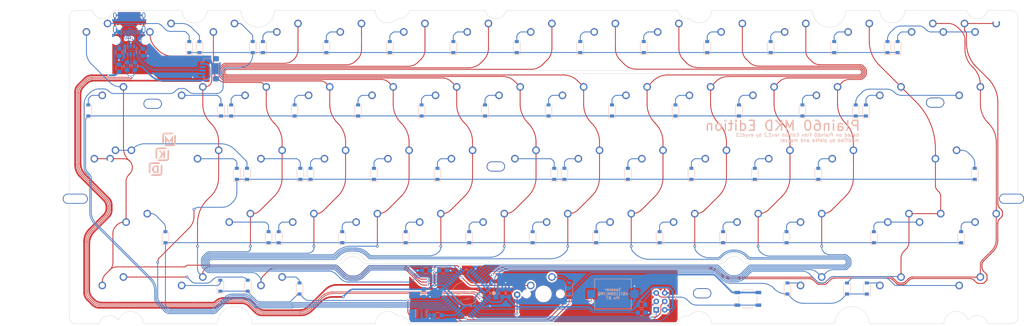
<source format=kicad_pcb>
(kicad_pcb (version 20211014) (generator pcbnew)
  (layers (0 "F.Cu" signal) (31 "B.Cu" signal) (34 "B.Paste" user) (35 "F.Paste" user) (36 "B.SilkS" user "B.Silkscreen") (37 "F.SilkS" user "F.Silkscreen") (38 "B.Mask" user) (39 "F.Mask" user) (44 "Edge.Cuts" user))
  (net 0 "")
  (net 1 "GND")
  (net 2 "VCC")
  (net 3 "row0")
  (net 4 "Net-(D1-Pad2)")
  (net 5 "Net-(D2-Pad2)")
  (net 6 "Net-(D3-Pad2)")
  (net 7 "Net-(D4-Pad2)")
  (net 8 "Net-(D5-Pad2)")
  (net 9 "Net-(D6-Pad2)")
  (net 10 "Net-(D7-Pad2)")
  (net 11 "Net-(D8-Pad2)")
  (net 12 "Net-(D9-Pad2)")
  (net 13 "Net-(D10-Pad2)")
  (net 14 "Net-(D11-Pad2)")
  (net 15 "Net-(D12-Pad2)")
  (net 16 "Net-(D13-Pad2)")
  (net 17 "Net-(D15-Pad2)")
  (net 18 "Net-(D16-Pad2)")
  (net 19 "row1")
  (net 20 "Net-(D17-Pad2)")
  (net 21 "Net-(D18-Pad2)")
  (net 22 "Net-(D19-Pad2)")
  (net 23 "Net-(D20-Pad2)")
  (net 24 "Net-(D21-Pad2)")
  (net 25 "Net-(D22-Pad2)")
  (net 26 "Net-(D23-Pad2)")
  (net 27 "Net-(D24-Pad2)")
  (net 28 "Net-(D25-Pad2)")
  (net 29 "Net-(D26-Pad2)")
  (net 30 "Net-(D27-Pad2)")
  (net 31 "Net-(D28-Pad2)")
  (net 32 "Net-(D29-Pad2)")
  (net 33 "row2")
  (net 34 "Net-(D31-Pad2)")
  (net 35 "Net-(D32-Pad2)")
  (net 36 "Net-(D33-Pad2)")
  (net 37 "Net-(D34-Pad2)")
  (net 38 "Net-(D35-Pad2)")
  (net 39 "Net-(D36-Pad2)")
  (net 40 "Net-(D37-Pad2)")
  (net 41 "Net-(D38-Pad2)")
  (net 42 "Net-(D39-Pad2)")
  (net 43 "Net-(D40-Pad2)")
  (net 44 "Net-(D41-Pad2)")
  (net 45 "Net-(D42-Pad2)")
  (net 46 "Net-(D44-Pad2)")
  (net 47 "row3")
  (net 48 "Net-(D46-Pad2)")
  (net 49 "Net-(D48-Pad2)")
  (net 50 "Net-(D49-Pad2)")
  (net 51 "Net-(D50-Pad2)")
  (net 52 "Net-(D51-Pad2)")
  (net 53 "Net-(D52-Pad2)")
  (net 54 "Net-(D53-Pad2)")
  (net 55 "Net-(D54-Pad2)")
  (net 56 "Net-(D55-Pad2)")
  (net 57 "Net-(D56-Pad2)")
  (net 58 "Net-(D57-Pad2)")
  (net 59 "Net-(D58-Pad2)")
  (net 60 "Net-(D59-Pad2)")
  (net 61 "Net-(D61-Pad2)")
  (net 62 "row4")
  (net 63 "Net-(D62-Pad2)")
  (net 64 "Net-(D63-Pad2)")
  (net 65 "Net-(D67-Pad2)")
  (net 66 "Net-(D72-Pad2)")
  (net 67 "Net-(D73-Pad2)")
  (net 68 "Net-(D74-Pad2)")
  (net 69 "Net-(J1-Pad4)")
  (net 70 "Net-(J1-Pad10)")
  (net 71 "col0")
  (net 72 "col1")
  (net 73 "col2")
  (net 74 "col3")
  (net 75 "col4")
  (net 76 "col5")
  (net 77 "col6")
  (net 78 "col7")
  (net 79 "col8")
  (net 80 "col9")
  (net 81 "col10")
  (net 82 "col11")
  (net 83 "col12")
  (net 84 "col13")
  (net 85 "col14")
  (net 86 "D-")
  (net 87 "D+")
  (net 88 "RST")
  (net 89 "Net-(R6-Pad2)")
  (net 90 "MISO")
  (net 91 "SCK")
  (net 92 "MOSI")
  (net 93 "Net-(H1-Pad1)")
  (net 94 "VBUS")
  (net 95 "Da+")
  (net 96 "Net-(R1-Pad2)")
  (net 97 "Da-")
  (net 98 "Net-(R2-Pad1)")
  (net 99 "Net-(U1-Pad16)")
  (net 100 "Net-(U1-Pad17)")
  (net 101 "Net-(LS1-Pad1)")
  (net 102 "Net-(C1-Pad1)")
  (net 103 "Net-(D14-Pad2)")
  (footprint "Footprints:CHERRY_PLATE_100H" (layer "F.Cu") (at 76.2 28.575)
    (fp_text reference "K19" hide)
    (fp_text value "KEYSW" hide)
  )
  (footprint "Footprints:CHERRY_PLATE_100H" (layer "F.Cu") (at 95.25 28.575)
    (fp_text reference "K20" hide)
    (fp_text value "KEYSW" hide)
  )
  (footprint "Footprints:CHERRY_PLATE_100H" (layer "F.Cu") (at 152.4 28.575)
    (fp_text reference "K23" hide)
    (fp_text value "KEYSW" hide)
  )
  (footprint "Footprints:CHERRY_PLATE_100H" (layer "F.Cu") (at 171.45 28.575)
    (fp_text reference "K24" hide)
    (fp_text value "KEYSW" hide)
  )
  (footprint "Footprints:CHERRY_PLATE_100H" (layer "F.Cu") (at 133.35 28.575)
    (fp_text reference "K22" hide)
    (fp_text value "KEYSW" hide)
  )
  (footprint "Footprints:CHERRY_PLATE_100H" (layer "F.Cu") (at 114.3 28.575)
    (fp_text reference "K21" hide)
    (fp_text value "KEYSW" hide)
  )
  (footprint "Footprints:CHERRY_PLATE_150H" (layer "F.Cu") (at 14.2875 28.575)
    (fp_text reference "K16" hide)
    (fp_text value "KEYSW" hide)
  )
  (footprint "Footprints:CHERRY_PLATE_100H" (layer "F.Cu") (at 142.875 9.525)
    (fp_text reference "K8" hide)
    (fp_text value "KEYSW" hide)
  )
  (footprint "Footprints:CHERRY_PLATE_100H" (layer "F.Cu") (at 180.975 9.525)
    (fp_text reference "K10" hide)
    (fp_text value "KEYSW" hide)
  )
  (footprint "Footprints:CHERRY_PLATE_100H" (layer "F.Cu") (at 85.725 9.525)
    (fp_text reference "K5" hide)
    (fp_text value "KEYSW" hide)
  )
  (footprint "Footprints:CHERRY_PLATE_100H" (layer "F.Cu") (at 238.125 9.525)
    (fp_text reference "K13" hide)
    (fp_text value "KEYSW" hide)
  )
  (footprint "Footprints:CHERRY_PLATE_100H" (layer "F.Cu") (at 219.075 9.525)
    (fp_text reference "K12" hide)
    (fp_text value "KEYSW" hide)
  )
  (footprint "Footprints:CHERRY_PLATE_100H" (layer "F.Cu") (at 200.025 9.525)
    (fp_text reference "K11" hide)
    (fp_text value "KEYSW" hide)
  )
  (footprint "Footprints:CHERRY_PLATE_100H" (layer "F.Cu") (at 161.925 9.525)
    (fp_text reference "K9" hide)
    (fp_text value "KEYSW" hide)
  )
  (footprint "Footprints:CHERRY_PLATE_100H" (layer "F.Cu") (at 123.825 9.525)
    (fp_text reference "K7" hide)
    (fp_text value "KEYSW" hide)
  )
  (footprint "Footprints:CHERRY_PLATE_100H" (layer "F.Cu") (at 104.775 9.525)
    (fp_text reference "K6" hide)
    (fp_text value "KEYSW" hide)
  )
  (footprint "Footprints:CHERRY_PLATE_100H" (layer "F.Cu") (at 66.675 9.525)
    (fp_text reference "K4" hide)
    (fp_text value "KEYSW" hide)
  )
  (footprint "Footprints:CHERRY_PLATE_100H" (layer "F.Cu") (at 28.575 9.525)
    (fp_text reference "K2" hide)
    (fp_text value "KEYSW" hide)
  )
  (footprint "Footprints:CHERRY_PLATE_100H" (layer "F.Cu") (at 9.525 9.525)
    (fp_text reference "K1" hide)
    (fp_text value "KEYSW" hide)
  )
  (footprint "Footprints:CHERRY_PLATE_100H" (layer "F.Cu") (at 38.1 85.725)
    (fp_text reference "K62-1" hide)
    (fp_text value "KEYSW" hide)
  )
  (footprint "Footprints:CHERRY_PLATE_100H" (layer "F.Cu") (at 147.6375 66.675)
    (fp_text reference "K53" hide)
    (fp_text value "KEYSW" hide)
  )
  (footprint "Footprints:CHERRY_PLATE_100H" (layer "F.Cu") (at 223.8375 66.675)
    (fp_text reference "K57" hide)
    (fp_text value "KEYSW" hide)
  )
  (footprint "Footprints:CHERRY_PLATE_100H" (layer "F.Cu") (at 166.6875 66.675)
    (fp_text reference "K54" hide)
    (fp_text value "KEYSW" hide)
  )
  (footprint "Footprints:CHERRY_PLATE_100H" (layer "F.Cu") (at 128.5875 66.675)
    (fp_text reference "K52" hide)
    (fp_text value "KEYSW" hide)
  )
  (footprint "Footprints:CHERRY_PLATE_100H" (layer "F.Cu") (at 185.7375 66.675)
    (fp_text reference "K55" hide)
    (fp_text value "KEYSW" hide)
  )
  (footprint "Footprints:CHERRY_PLATE_150H" (layer "F.Cu") (at 14.2875 85.725)
    (fp_text reference "K61-1" hide)
    (fp_text value "KEYSW" hide)
  )
  (footprint "Footprints:CHERRY_PCB_200H" (layer "F.Cu") (at 266.7 9.525)
    (fp_text reference "K15" hide)
    (fp_text value "KEYSW" hide)
  )
  (footprint "Footprints:CHERRY_PLATE_100H" (layer "F.Cu") (at 247.65 28.575)
    (fp_text reference "K28" hide)
    (fp_text value "KEYSW" hide)
  )
  (footprint "Footprints:CHERRY_PLATE_100H" (layer "F.Cu") (at 52.3875 66.675)
    (fp_text reference "K48" hide)
    (fp_text value "KEYSW" hide)
  )
  (footprint "Footprints:CHERRY_PLATE_100H" (layer "F.Cu") (at 190.5 28.575)
    (fp_text reference "K25" hide)
    (fp_text value "KEYSW" hide)
  )
  (footprint "Footprints:CHERRY_PLATE_100H" (layer "F.Cu") (at 119.0625 47.625)
    (fp_text reference "K36" hide)
    (fp_text value "KEYSW" hide)
  )
  (footprint "Footprints:CHERRY_PLATE_100H" (layer "F.Cu") (at 61.9125 47.625)
    (fp_text reference "K33" hide)
    (fp_text value "KEYSW" hide)
  )
  (footprint "Footprints:CHERRY_PCB_225H" (layer "F.Cu") (at 264.3187 47.625)
    (fp_text reference "K44" hide)
    (fp_text value "KEYSW" hide)
  )
  (footprint "Footprints:CHERRY_PLATE_100H" (layer "F.Cu") (at 276.225 66.675)
    (fp_text reference "K59" hide)
    (fp_text value "KEYSW" hide)
  )
  (footprint "Footprints:CHERRY_PLATE_100H" (layer "F.Cu") (at 176.2125 47.625)
    (fp_text reference "K39" hide)
    (fp_text value "KEYSW" hide)
  )
  (footprint "Footprints:CHERRY_PLATE_150H" (layer "F.Cu") (at 271.462487 28.575061)
    (fp_text reference "K29" hide)
    (fp_text value "KEYSW" hide)
  )
  (footprint "Footprints:CHERRY_PLATE_100H" (layer "F.Cu") (at 228.6 28.575)
    (fp_text reference "K27" hide)
    (fp_text value "KEYSW" hide)
  )
  (footprint "Footprints:CHERRY_PLATE_150H" (layer "F.Cu") (at 61.9125 85.725)
    (fp_text reference "K63-1" hide)
    (fp_text value "KEYSW" hide)
  )
  (footprint "Footprints:CHERRY_PLATE_100H" (layer "F.Cu") (at 80.9625 47.625)
    (fp_text reference "K34" hide)
    (fp_text value "KEYSW" hide)
  )
  (footprint "Footprints:CHERRY_PLATE_100H" (layer "F.Cu") (at 157.1625 47.625)
    (fp_text reference "K38" hide)
    (fp_text value "KEYSW" hide)
  )
  (footprint "Footprints:CHERRY_PLATE_100H" (layer "F.Cu") (at 100.0125 47.625)
    (fp_text reference "K35" hide)
    (fp_text value "KEYSW" hide)
  )
  (footprint "Footprints:CHERRY_PLATE_100H" (layer "F.Cu") (at 42.8625 47.625)
    (fp_text reference "K32" hide)
    (fp_text value "KEYSW" hide)
  )
  (footprint "Footprints:CHERRY_PLATE_100H" (layer "F.Cu") (at 195.2625 47.625)
    (fp_text reference "K40" hide)
    (fp_text value "KEYSW" hide)
  )
  (footprint "Footprints:CHERRY_PCB_225H" (layer "F.Cu") (at 21.43125 66.675)
    (fp_text reference "K46" hide)
    (fp_text value "KEYSW" hide)
  )
  (footprint "Footprints:CHERRY_PLATE_100H" (layer "F.Cu") (at 233.3625 47.625)
    (fp_text reference "K42" hide)
    (fp_text value "KEYSW" hide)
  )
  (footprint "Footprints:CHERRY_PLATE_100H" (layer "F.Cu") (at 214.3125 47.625)
    (fp_text reference "K41" hide)
    (fp_text value "KEYSW" hide)
  )
  (footprint "Footprints:CHERRY_PLATE_100H" (layer "F.Cu") (at 209.55 28.575)
    (fp_text reference "K26" hide)
    (fp_text value "KEYSW" hide)
  )
  (footprint "Footprints:CHERRY_PLATE_100H" (layer "F.Cu") (at 138.1125 47.625)
    (fp_text reference "K37" hide)
    (fp_text value "KEYSW" hide)
  )
  (footprint "Footprints:CHERRY_PLATE_175H" (layer "F.Cu") (at 16.66875 47.625)
    (fp_text reference "K31" hide)
    (fp_text value "KEYSW" hide)
  )
  (footprint "Footprints:CHERRY_PLATE_100H" (layer "F.Cu") (at 109.5375 66.675)
    (fp_text reference "K51" hide)
    (fp_text value "KEYSW" hide)
  )
  (footprint "Footprints:CHERRY_PLATE_100H" (layer "F.Cu") (at 247.65 85.725)
    (fp_text reference "K73-1" hide)
    (fp_text value "KEYSW" hide)
  )
  (footprint "Footprints:CHERRY_PLATE_100H" (layer "F.Cu") (at 71.4375 66.675)
    (fp_text reference "K49" hide)
    (fp_text value "KEYSW" hide)
  )
  (footprint "Footprints:CHERRY_PLATE_150H" (layer "F.Cu") (at 223.8375 85.725)
    (fp_text reference "K72-1" hide)
    (fp_text value "KEYSW" hide)
  )
  (footprint "Footprints:CHERRY_PLATE_150H" (layer "F.Cu") (at 271.462728 85.725072)
    (fp_text reference "K74-1" hide)
    (fp_text value "KEYSW" hide)
  )
  (footprint "Footprints:10x5_7x2.5mm" (layer "F.Cu") (at -19.968811 51.969125)
    (fp_text reference "S4" hide)
    (fp_text value "Screw" hide)
  )
  (footprint "Footprints:10x5_7x2.5mm" (layer "F.Cu") (at -10.858811 37.999125)
    (fp_text reference "S5" hide)
    (fp_text value "Screw" hide)
  )
  (footprint "Footprints:CHERRY_PLATE_100H" (layer "F.Cu") (at 38.1 28.575)
    (fp_text reference "K17" hide)
    (fp_text value "KEYSW" hide)
  )
  (footprint "Footprints:5.5_5x2.5mm" (layer "F.Cu") (at -6.608811 44.249125)
    (fp_text reference "S6" hide)
    (fp_text value "Screw" hide)
  )
  (footprint "Footprints:CHERRY_PLATE_100H" (layer "F.Cu") (at 90.4875 66.675)
    (fp_text reference "K50" hide)
    (fp_text value "KEYSW" hide)
  )
  (footprint "Footprints:CHERRY_PLATE_125H" (layer "F.Cu") (at 11.906277 47.624925)
    (fp_text reference "K31-1" hide)
    (fp_text value "KEYSW" hide)
  )
  (footprint "Footprints:5.5_5x2.5mm" (layer "F.Cu") (at -11.218811 50.749125)
    (fp_text reference "S1" hide)
    (fp_text value "Screw" hide)
  )
  (footprint "Footprints:CHERRY_PLATE_100H" (layer "F.Cu") (at 257.174977 9.525061)
    (fp_text reference "K14" hide)
    (fp_text value "KEYSW" hide)
  )
  (footprint "Footprints:CHERRY_PLATE_175H" (layer "F.Cu") (at 250.031287 66.675061)
    (fp_text reference "K58-1" hide)
    (fp_text value "KEYSW" hide)
  )
  (footprint "Footprints:CHERRY_PLATE_100H" (layer "F.Cu") (at 276.225087 9.524961)
    (fp_text reference "K15-1" hide)
    (fp_text value "KEYSW" hide)
  )
  (footprint "Footprints:CHERRY_PLATE_100H" (layer "F.Cu") (at 204.7875 66.675)
    (fp_text reference "K56" hide)
    (fp_text value "KEYSW" hide)
  )
  (footprint "Footprints:5.5_5x2.5mm" (layer "F.Cu") (at 128.587608 47.42504)
    (fp_text reference "S3" hide)
    (fp_text value "Screw")
  )
  (footprint "Footprints:CHERRY_PLATE_100H" (layer "F.Cu") (at 57.15 28.575)
    (fp_text reference "K18" hide)
    (fp_text value "KEYSW" hide)
  )
  (footprint "Footprints:5.5_5x2.5mm" (layer "F.Cu") (at -13.108811 44.249125)
    (fp_text reference "S2" hide)
    (fp_text value "Screw" hide)
  )
  (footprint "Footprints:CHERRY_PCB_275H" (layer "F.Cu") (at 259.556347 66.675011)
    (fp_text reference "K58" hide)
    (fp_text value "KEYSW" hide)
  )
  (footprint "Footprints:CHERRY_PCB_700H_F" (layer "F.Cu") (at 142.875 85.725)
    (fp_text reference "K67-1" hide)
    (fp_text value "KEYSW" hide)
  )
  (footprint "Footprints:CHERRY_PLATE_100H" (layer "F.Cu") (at 47.625 9.525)
    (fp_text reference "K3" hide)
    (fp_text value "KEYSW" hide)
  )
  (footprint "Footprints:D_SOD-123" (layer "B.Cu") (at 239.932417 84.075561 90)
    (fp_text reference "D73" hide)
    (fp_text value "D")
  )
  (footprint "Footprints:D_SOD-123" (layer "B.Cu") (at 216.098619 84.075561 90)
    (fp_text reference "D72" hide)
    (fp_text value "D")
  )
  (footprint "Footprints:D_SOD-123" (layer "B.Cu") (at 150.614189 84.075561 90)
    (fp_text reference "D67" hide)
    (fp_text value "D")
  )
  (footprint "Footprints:D_SOD-123" (layer "B.Cu") (at 69.679287 84.075561 90)
    (fp_text reference "D63" hide)
    (fp_text value "D")
  )
  (footprint "Footprints:D_SOD-123" (layer "B.Cu") (at 268.225 68.675 90)
    (fp_text reference "D59" hide)
    (fp_text value "D")
  )
  (footprint "Footprints:D_SOD-123" (layer "B.Cu") (at 242.03146 68.675056 90)
    (fp_text reference "D58" hide)
    (fp_text value "D")
  )
  (footprint "Footprints:D_SOD-123" (layer "B.Cu") (at 215.8375 68.675 90)
    (fp_text reference "D57" hide)
    (fp_text value "D")
  )
  (footprint "Footprints:D_SOD-123" (layer "B.Cu") (at 196.7875 68.675 90)
    (fp_text reference "D56" hide)
    (fp_text value "D")
  )
  (footprint "Footprints:D_SOD-123" (layer "B.Cu") (at 139.6375 68.675 90)
    (fp_text reference "D53" hide)
    (fp_text value "D")
  )
  (footprint "Footprints:D_SOD-123" (layer "B.Cu") (at 101.5375 68.675 90)
    (fp_text reference "D51" hide)
    (fp_text value "D")
  )
  (footprint "Footprints:D_SOD-123" (layer "B.Cu") (at 82.4875 68.675 90)
    (fp_text reference "D50" hide)
    (fp_text value "D")
  )
  (footprint "Footprints:D_SOD-123" (layer "B.Cu") (at 220.6 30.575 90)
    (fp_text reference "D27" hide)
    (fp_text value "D")
  )
  (footprint "Footprints:D_SOD-123" (layer "B.Cu") (at 225.3625 49.625 90)
    (fp_text reference "D42" hide)
    (fp_text value "D")
  )
  (footprint "Footprints:D_SOD-123" (layer "B.Cu") (at 49.15 30.575 90)
    (fp_text reference "D18" hide)
    (fp_text value "D")
  )
  (footprint "Footprints:D_SOD-123" (layer "B.Cu") (at 182.5 30.575 90)
    (fp_text reference "D25" hide)
    (fp_text value "D")
  )
  (footprint "Footprints:D_SOD-123" (layer "B.Cu") (at 206.3125 49.625 90)
    (fp_text reference "D41" hide)
    (fp_text value "D")
  )
  (footprint "Footprints:D_SOD-123" (layer "B.Cu") (at 111.0625 49.625 90)
    (fp_text reference "D36" hide)
    (fp_text value "D")
  )
  (footprint "Footprints:D_SOD-123" (layer "B.Cu") (at 53.9125 49.625 90)
    (fp_text reference "D31" hide)
    (fp_text value "D")
  )
  (footprint "Footprints:D_SOD-123" (layer "B.Cu") (at 187.2625 49.625 90)
    (fp_text reference "D40" hide)
    (fp_text value "D")
  )
  (footprint "Footprints:D_SOD-123" (layer "B.Cu") (at 146.1125 49.625 90)
    (fp_text reference "D37" hide)
    (fp_text value "D")
  )
  (footprint "Footprints:D_SOD-123" (layer "B.Cu") (at 50.8625 49.625 90)
    (fp_text reference "D32" hide)
    (fp_text value "D")
  )
  (footprint "Footprints:D_SOD-123" (layer "B.Cu") (at 72.9625 49.625 90)
    (fp_text reference "D34" hide)
    (fp_text value "D")
  )
  (footprint "Footprints:D_SOD-123" (layer "B.Cu") (at 106.3 30.575 90)
    (fp_text reference "D21" hide)
    (fp_text value "D")
  )
  (footprint "Footprints:D_SOD-123" (layer "B.Cu") (at 201.55 30.575 90)
    (fp_text reference "D26" hide)
    (fp_text value "D")
  )
  (footprint "Footprints:D_SOD-123" (layer "B.Cu") (at 125.35 30.575 90)
    (fp_text reference "D22" hide)
    (fp_text value "D")
  )
  (footprint "Footprints:D_SOD-123" (layer "B.Cu") (at 163.45 30.575 90)
    (fp_text reference "D24" hide)
    (fp_text value "D")
  )
  (footprint "Footprints:D_SOD-123" (layer "B.Cu") (at 149.1625 49.625 90)
    (fp_text reference "D38" hide)
    (fp_text value "D")
  )
  (footprint "Footprints:D_SOD-123" (layer "B.Cu") (at 92.0125 49.625 90)
    (fp_text reference "D35" hide)
    (fp_text value "D")
  )
  (footprint "Footprints:D_SOD-123" (layer "B.Cu") (at 60.3875 68.675 90)
    (fp_text reference "D48" hide)
    (fp_text value "D")
  )
  (footprint "Footprints:D_SOD-123" (layer "B.Cu") (at 158.6875 68.675 90)
    (fp_text reference "D54" hide)
    (fp_text value "D")
  )
  (footprint "Footprints:D_SOD-123" (layer "B.Cu") (at 272.3187 49.625 90)
    (fp_text reference "D44" hide)
    (fp_text value "D")
  )
  (footprint "Footprints:D_SOD-123" (layer "B.Cu") (at 45.904299 83.250061 90)
    (fp_text reference "D62" hide)
    (fp_text value "D")
  )
  (footprint "Footprints:D_SOD-123" (layer "B.Cu") (at 168.2125 49.625 90)
    (fp_text reference "D39" hide)
    (fp_text value "D")
  )
  (footprint "Footprints:D_SOD-123" (layer "B.Cu") (at 87.25 30.575 90)
    (fp_text reference "D20" hide)
    (fp_text value "D")
  )
  (footprint "Footprints:D_SOD-123" (layer "B.Cu") (at 239.65 30.575 90)
    (fp_text reference "D28" hide)
    (fp_text value "D")
  )
  (footprint "Footprints:D_SOD-123" (layer "B.Cu") (at 69.9125 49.625 90)
    (fp_text reference "D33" hide)
    (fp_text value "D")
  )
  (footprint "Footprints:D_SOD-123" (layer "B.Cu") (at 144.4 30.575 90)
    (fp_text reference "D23" hide)
    (fp_text value "D")
  )
  (footprint "Footprints:D_SOD-123" (layer "B.Cu") (at 177.7375 68.675 90)
    (fp_text reference "D55" hide)
    (fp_text value "D")
  )
  (footprint "Footprints:D_SOD-123" (layer "B.Cu") (at 120.5875 68.675 90)
    (fp_text reference "D52" hide)
    (fp_text value "D")
  )
  (footprint "Footprints:D_SOD-123" (layer "B.Cu") (at 68.2 30.575 90)
    (fp_text reference "D19" hide)
    (fp_text value "D")
  )
  (footprint "Footprints:ATMEGA32U4" (layer "B.Cu") (at 119.717085 85.482325 135)
    (fp_text reference "U1" hide)
    (fp_text value "ATmega32U4")
  )
  (footprint "Footprints:Resonator_SMD_muRata_CSTNExxV-3Pin-p1.2" (layer "B.Cu") (at 106.279287 91.600061)
    (fp_text reference "X1" hide)
    (fp_text value "XTAL_GND")
  )
  (footprint "Footprints:SW_SPST_TL3342" (layer "B.Cu") (at 204.229287 87.200061 180)
    (fp_text reference "SW1" hide)
    (fp_text value "SW_PUSH" hide)
  )
  (footprint "Footprints:R_0805" (layer "B.Cu") (at 107.579287 78.700061)
    (fp_text reference "R6" hide)
    (fp_text value "10k" hide)
  )
  (footprint "Footprints:D_SOD-123" (layer "B.Cu") (at 172.975 11.525 90)
    (fp_text reference "D10" hide)
    (fp_text value "D")
  )
  (footprint "Footprints:D_SOD-123" (layer "B.Cu") (at 153.925 11.525 90)
    (fp_text reference "D9" hide)
    (fp_text value "D")
  )
  (footprint "Footprints:D_SOD-123" (layer "B.Cu") (at 230.125 11.525 90)
    (fp_text reference "D13" hide)
    (fp_text value "D")
  )
  (footprint "Footprints:D_SOD-123" (layer "B.Cu") (at 192.025 11.525 90)
    (fp_text reference "D11" hide)
    (fp_text value "D")
  )
  (footprint "Footprints:D_SOD-123" (layer "B.Cu") (at 246.125 11.525 90)
    (fp_text reference "D15" hide)
    (fp_text value "D")
  )
  (footprint "Footprints:D_SOD-123" (layer "B.Cu") (at 46.1 30.575 90)
    (fp_text reference "D17" hide)
    (fp_text value "D")
  )
  (footprint "Footprints:D_SOD-123" (layer "B.Cu") (at 6.2875 30.575 90)
    (fp_text reference "D16" hide)
    (fp_text value "D")
  )
  (footprint "Footprints:D_SOD-123" (layer "B.Cu") (at 211.075 11.525 90)
    (fp_text reference "D12" hide)
    (fp_text value "D")
  )
  (footprint "Footprints:D_SOD-123" (layer "B.Cu") (at 115.825 11.525 90)
    (fp_text reference "D7" hide)
    (fp_text value "D")
  )
  (footprint "Footprints:D_SOD-123" (layer "B.Cu") (at 55.625 11.525 90)
    (fp_text reference "D3" hide)
    (fp_text value "D")
  )
  (footprint "Footprints:D_SOD-123" (layer "B.Cu") (at 77.725 11.525 90)
    (fp_text reference "D5" hide)
    (fp_text value "D")
  )
  (footprint "Footprints:D_SOD-123" (layer "B.Cu") (at 134.875 11.525 90)
    (fp_text reference "D8" hide)
    (fp_text value "D")
  )
  (footprint "Footprints:D_SOD-123" (layer "B.Cu") (at 96.775 11.525 90)
    (fp_text reference "D6" hide)
    (fp_text value "D")
  )
  (footprint "Footprints:D_SOD-123" (layer "B.Cu") (at 58.675 11.525 90)
    (fp_text reference "D4" hide)
    (fp_text value "D")
  )
  (footprint "Footprints:free_pin" (layer "B.Cu") (at 134.979287 85.950061)
    (fp_text reference "H1" hide)
    (fp_text value "B0")
  )
  (footprint "Footprints:D_SOD-123" (layer "B.Cu") (at 233.979287 84.075561 90)
    (fp_text reference "D74" hide)
    (fp_text value "D")
  )
  (footprint "Footprints:R_0805" (layer "B.Cu") (at 17.85939 17.264077 90)
    (fp_text reference "R1" hide)
    (fp_text value "22" hide)
  )
  (footprint "Footprints:HRO-TYPE-C-31-M-12" (layer "B.Cu") (at 18.568 -0.62)
    (fp_text reference "J1")
    (fp_text value "HRO-TYPE-C-31-M-12")
  )
  (footprint "Footprints:D_SOD-123" (layer "B.Cu") (at 63.4375 68.675 90)
    (fp_text reference "D49" hide)
    (fp_text value "D")
  )
  (footprint "Footprints:C_0805" (layer "B.Cu") (at 111.229287 92.150061)
    (fp_text reference "C4")
    (fp_text value "0.1u" hide)
  )
  (footprint "Footprints:C_0805" (layer "B.Cu") (at 130.529287 85.500061 -90)
    (fp_text reference "C5")
    (fp_text value "0.1u" hide)
  )
  (footprint "Footprints:D_SOD-123" (layer "B.Cu") (at 29.43125 68.675 90)
    (fp_text reference "D46" hide)
    (fp_text value "D")
  )
  (footprint "Footprints:D_SOD-123" (layer "B.Cu") (at 236.6 30.575 90)
    (fp_text reference "D29" hide)
    (fp_text value "D")
  )
  (footprint "Footprints:R_0805" (layer "B.Cu") (at 15.478138 17.85939 90)
    (fp_text reference "F1" hide)
    (fp_text value "Polyfuse" hide)
  )
  (footprint "Footprints:D_SOD-123" (layer "B.Cu") (at 36.575 11.525 90)
    (fp_text reference "D1" hide)
    (fp_text value "D")
  )
  (footprint "Footprints:R_0805" (layer "B.Cu") (at 20.240642 17.264077 -90)
    (fp_text reference "R2" hide)
    (fp_text value "22" hide)
  )
  (footprint "Footprints:C_0805" (layer "B.Cu") (at 172.289287 91.371313)
    (fp_text reference "C1")
    (fp_text value "1u" hide)
  )
  (footprint "Footprints:C_0805" (layer "B.Cu") (at 106.929287 85.450061 90)
    (fp_text reference "C2")
    (fp_text value "0.1u" hide)
  )
  (footprint "Footprints:R_0805" (layer "B.Cu") (at 172.289287 88.990061 180)
    (fp_text reference "R5" hide)
    (fp_text value "10k" hide)
  )
  (footprint "Footprints:R_0805" (layer "B.Cu") (at 22.621894 13.096886 -90)
    (fp_text reference "R4" hide)
    (fp_text value "5.1k" hide)
  )
  (footprint "Footprints:D_SOD-123" (layer "B.Cu") (at 39.625 11.525 90)
    (fp_text reference "D2" hide)
    (fp_text value "D")
  )
  (footprint "Footprints:D_SOD-123" (layer "B.Cu") (at 54.128819 83.250061 90)
    (fp_text reference "D61" hide)
    (fp_text value "D")
  )
  (footprint "Footprints:USBLC6-2SC6" (layer "B.Cu") (at 19.050016 12.501573)
    (fp_text reference "U2" hide)
    (fp_text value "USBLC6-2SC6")
  )
  (footprint "Footprints:isp_standard" (layer "B.Cu") (at 177.999287 87.970061)
    (fp_text reference "J2" hide)
    (fp_text value "ISP" hide)
  )
  (footprint "Footprints:R_0805" (layer "B.Cu") (at 15.478138 13.096886 90)
    (fp_text reference "R3" hide)
    (fp_text value "5.1k" hide)
  )
  (footprint "Footprints:speaker_AST1109MLTRQ" (layer "B.Cu") (at 163.711075 85.725072)
    (fp_text reference "LS1" hide)
    (fp_text value "Speaker")
  )
  (footprint "Footprints:C_0805" (layer "B.Cu") (at 132.529287 85.500061 -90)
    (fp_text reference "C6")
    (fp_text value "4.7u" hide)
  )
  (footprint "Footprints:C_0805" (layer "B.Cu") (at 112.729287 78.700061 180)
    (fp_text reference "C3")
    (fp_text value "0.1u" hide)
  )
  (footprint "Footprints:Ahh" (layer "B.Cu") (at 119.516287 85.757061 180)
    (fp_text reference "G***")
    (fp_text value "LOGO" hide)
  )
  (footprint "Footprints:JST_SH_SM04B-SRSS-TB_1x04-1MP_P1.00mm_Horizontal" (layer "B.Cu") (at 42.698273 18.049549 -90)
    (fp_text reference "J3" hide)
    (fp_text value "ai03_ud" hide)
  )
  (footprint "Footprints:D_SOD-123" (layer "B.Cu") (at 249.174977 11.525061 90)
    (fp_text reference "D14" hide)
    (fp_text value "D")
  )
  (footprint "Footprints:mkd-1u" (layer "B.Cu") (at 28.6004 45.466 180)
    (fp_text reference "G2" hide)
    (fp_text value "LOGO" hide)
  )
  (gr_line (start 232.862718 76.7) (end 204.479287 76.700066) (layer "Edge.Cuts") (width 0.1))
  (gr_arc (start 240.969286 94.723773) (mid 240.793534 94.653022) (end 240.719287 94.478718) (layer "Edge.Cuts") (width 0.1))
  (gr_arc (start 41.909287 0.780061) (mid 41.979853 0.600905) (end 42.156815 0.525006) (layer "Edge.Cuts") (width 0.1))
  (gr_arc (start 15.449286 93.430061) (mid 15.348056 93.550627) (end 15.219287 93.460061) (layer "Edge.Cuts") (width 0.1))
  (gr_arc (start 223.383535 0.525006) (mid 223.559287 0.595757) (end 223.633534 0.770061) (layer "Edge.Cuts") (width 0.1))
  (gr_line (start 237.625192 18.550008) (end 48.126422 18.550136) (layer "Edge.Cuts") (width 0.1))
  (gr_arc (start 9.589289 94.477483) (mid 9.518026 94.651998) (end 9.344234 94.725008) (layer "Edge.Cuts") (width 0.1))
  (gr_arc (start 197.69786 75.685126) (mid 196.813337 76.431014) (end 195.687707 76.698761) (layer "Edge.Cuts") (width 0.1))
  (gr_line (start 102.806815 0.522534) (end 125.239288 0.525006) (layer "Edge.Cuts") (width 0.1))
  (gr_arc (start 82.413038 75.09188) (mid 85.659969 73.453883) (end 88.908032 75.089636) (layer "Edge.Cuts") (width 0.1))
  (gr_arc (start 92.439286 94.480061) (mid 94.885168 91.207186) (end 98.868026 92.118718) (layer "Edge.Cuts") (width 0.1))
  (gr_arc (start 7.339288 0.525006) (mid 7.51504 0.595757) (end 7.589287 0.770061) (layer "Edge.Cuts") (width 0.1))
  (gr_arc (start 204.479287 76.700066) (mid 203.353656 76.432319) (end 202.469132 75.686428) (layer "Edge.Cuts") (width 0.1))
  (gr_line (start 92.190498 94.723771) (end 55.71504 94.72377) (layer "Edge.Cuts") (width 0.1))
  (gr_arc (start 251.318024 0.771296) (mid 251.389287 0.596781) (end 251.563079 0.523771) (layer "Edge.Cuts") (width 0.1))
  (gr_line (start 182.940498 94.726245) (end 102.808025 94.723773) (layer "Edge.Cuts") (width 0.1))
  (gr_arc (start 237.625192 18.550008) (mid 238.12532 19.050136) (end 237.625192 19.550264) (layer "Edge.Cuts") (width 0.1))
  (gr_line (start 230.034234 94.722965) (end 193.568026 94.72377) (layer "Edge.Cuts") (width 0.1))
  (gr_line (start 62.363591 0.525814) (end 92.179287 0.525008) (layer "Edge.Cuts") (width 0.1))
  (gr_arc (start 196.892619 75.092173) (mid 196.362199 75.538559) (end 195.687706 75.698761) (layer "Edge.Cuts") (width 0.1))
  (gr_arc (start 43.363195 76.700064) (mid 42.863195 76.200064) (end 43.363195 75.700064) (layer "Edge.Cuts") (width 0.1))
  (gr_arc (start 131.658024 0.771296) (mid 131.729287 0.596781) (end 131.903079 0.523771) (layer "Edge.Cuts") (width 0.1))
  (gr_arc (start 270.509286 93.48006) (mid 273.641617 92.268869) (end 276.169287 94.480061) (layer "Edge.Cuts") (width 0.1))
  (gr_line (start 22.96504 94.723771) (end 44.784234 94.725008) (layer "Edge.Cuts") (width 0.1))
  (gr_line (start 90.115786 76.700064) (end 195.687707 76.698761) (layer "Edge.Cuts") (width 0.1))
  (gr_line (start 276.403079 0.523771) (end 283.225008 0.52501) (layer "Edge.Cuts") (width 0.1))
  (gr_arc (start 186.579287 3.01006) (mid 186.756537 3.001936) (end 186.879287 3.130061) (layer "Edge.Cuts") (width 0.1))
  (gr_arc (start 183.189287 94.480061) (mid 184.476053 92.771058) (end 186.548026 92.238718) (layer "Edge.Cuts") (width 0.1))
  (gr_arc (start 62.118536 0.775813) (mid 62.189287 0.600061) (end 62.363591 0.525814) (layer "Edge.Cuts") (width 0.1))
  (gr_arc (start 230.279287 94.470061) (mid 230.209566 94.647679) (end 230.034234 94.722965) (layer "Edge.Cuts") (width 0.1))
  (gr_arc (start 62.118534 0.775813) (mid 57.123297 5.523675) (end 52.133534 0.770061) (layer "Edge.Cuts") (width 0.1))
  (gr_arc (start 200.059287 73.470061) (mid 201.859003 73.898983) (end 203.273197 75.091881) (layer "Edge.Cuts") (width 0.1))
  (gr_arc (start 276.158024 0.771296) (mid 273.073203 3.026596) (end 269.989286 0.770061) (layer "Edge.Cuts") (width 0.1))
  (gr_arc (start 251.318024 0.771296) (mid 247.5752 4.275427) (end 243.833533 0.770061) (layer "Edge.Cuts") (width 0.1))
  (gr_line (start 251.563079 0.523771) (end 269.739287 0.525008) (layer "Edge.Cuts") (width 0.1))
  (gr_arc (start 200.059287 74.470061) (mid 201.408748 74.791887) (end 202.469131 75.686428) (layer "Edge.Cuts") (width 0.1))
  (gr_arc (start 230.279287 94.470061) (mid 235.503404 89.509472) (end 240.719287 94.478718) (layer "Edge.Cuts") (width 0.1))
  (gr_arc (start 263.029287 94.480061) (mid 262.950411 94.652273) (end 262.775008 94.723773) (layer "Edge.Cuts") (width 0.1))
  (gr_arc (start 98.859287 3.140061) (mid 94.87475 4.042875) (end 92.429286 0.770061) (layer "Edge.Cuts") (width 0.1))
  (gr_arc (start 196.892619 75.092173) (mid 198.285538 73.909392) (end 200.059287 73.470061) (layer "Edge.Cuts") (width 0.1))
  (gr_arc (start 92.439287 94.480061) (mid 92.364275 94.652327) (end 92.190498 94.723771) (layer "Edge.Cuts") (width 0.1))
  (gr_arc (start 98.859287 3.140061) (mid 99.001404 3.002136) (end 99.199287 3.010061) (layer "Edge.Cuts") (width 0.1))
  (gr_arc (start 9.589288 94.477483) (mid 12.098216 92.275096) (end 15.219287 93.460061) (layer "Edge.Cuts") (width 0.1))
  (gr_line (start 42.156815 0.525006) (end 51.883534 0.525008) (layer "Edge.Cuts") (width 0.1))
  (gr_line (start 131.903079 0.523771) (end 182.939288 0.525006) (layer "Edge.Cuts") (width 0.1))
  (gr_arc (start 102.808025 94.723773) (mid 102.632273 94.653022) (end 102.558026 94.478718) (layer "Edge.Cuts") (width 0.1))
  (gr_arc (start 34.189288 0.525006) (mid 34.36504 0.595757) (end 34.439287 0.770061) (layer "Edge.Cuts") (width 0.1))
  (gr_arc (start 233.622997 0.771296) (mid 233.69426 0.596781) (end 233.868052 0.523771) (layer "Edge.Cuts") (width 0.1))
  (gr_arc (start 197.69786 75.685126) (mid 198.736683 74.801835) (end 200.059287 74.470061) (layer "Edge.Cuts") (width 0.1))
  (gr_arc (start 232.862718 75.7) (mid 233.362718 76.2) (end 232.862718 76.7) (layer "Edge.Cuts") (width 0.1))
  (gr_arc (start 182.939288 0.525006) (mid 183.11504 0.595757) (end 183.189287 0.770061) (layer "Edge.Cuts") (width 0.1))
  (gr_arc (start 90.115786 75.700068) (mid 89.439159 75.53879) (end 88.908032 75.089636) (layer "Edge.Cuts") (width 0.1))
  (gr_line (start 14.009287 0.525006) (end 34.189287 0.525008) (layer "Edge.Cuts") (width 0.1))
  (gr_arc (start 193.31176 0.772533) (mid 190.862662 4.044422) (end 186.879286 3.130062) (layer "Edge.Cuts") (width 0.1))
  (gr_line (start 232.862718 75.7) (end 204.479287 75.70006) (layer "Edge.Cuts") (width 0.1))
  (gr_line (start 262.775008 94.723773) (end 240.969287 94.723771) (layer "Edge.Cuts") (width 0.1))
  (gr_line (start 223.383534 0.525008) (end 193.556815 0.525008) (layer "Edge.Cuts") (width 0.1))
  (gr_arc (start 51.883535 0.525006) (mid 52.059287 0.595757) (end 52.133534 0.770061) (layer "Edge.Cuts") (width 0.1))
  (gr_arc (start 55.71504 94.72377) (mid 55.541274 94.653232) (end 55.469287 94.480061) (layer "Edge.Cuts") (width 0.1))
  (gr_arc (start 83.217099 75.686425) (mid 85.661366 74.453866) (end 88.105632 75.686426) (layer "Edge.Cuts") (width 0.1))
  (gr_arc (start 193.568026 94.72377) (mid 193.393199 94.653415) (end 193.319287 94.480061) (layer "Edge.Cuts") (width 0.1))
  (gr_arc (start 131.658024 0.771296) (mid 128.573203 3.026621) (end 125.489286 0.770061) (layer "Edge.Cuts") (width 0.1))
  (gr_arc (start 186.579287 3.010061) (mid 184.489086 2.488155) (end 183.189287 0.770061) (layer "Edge.Cuts") (width 0.1))
  (gr_arc (start 276.41504 94.72377) (mid 276.241274 94.653232) (end 276.169287 94.480061) (layer "Edge.Cuts") (width 0.1))
  (gr_arc (start 233.622995 0.771296) (mid 228.627677 5.525725) (end 223.633534 0.770061) (layer "Edge.Cuts") (width 0.1))
  (gr_line (start 283.225008 94.725008) (end 276.41504 94.723771) (layer "Edge.Cuts") (width 0.1))
  (gr_line (start 0.525008 2.525008) (end 0.525008 92.725008) (layer "Edge.Cuts") (width 0.1))
  (gr_arc (start 2.525007 94.725007) (mid 1.110794 94.139221) (end 0.525008 92.725008) (layer "Edge.Cuts") (width 0.1))
  (gr_arc (start 13.759287 0.770061) (mid 10.674287 3.026872) (end 7.589287 0.770061) (layer "Edge.Cuts") (width 0.1))
  (gr_arc (start 186.888026 92.108718) (mid 186.745909 92.246643) (end 186.548026 92.238718) (layer "Edge.Cuts") (width 0.1))
  (gr_arc (start 183.189288 94.480061) (mid 183.114783 94.653571) (end 182.940498 94.726245) (layer "Edge.Cuts") (width 0.1))
  (gr_arc (start 13.759287 0.770061) (mid 13.83496 0.597211) (end 14.009287 0.525006) (layer "Edge.Cuts") (width 0.1))
  (gr_line (start 195.687706 75.698761) (end 90.115786 75.700069) (layer "Edge.Cuts") (width 0.1))
  (gr_arc (start 82.413037 75.09188) (mid 81.882323 75.539413) (end 81.206945 75.700061) (layer "Edge.Cuts") (width 0.1))
  (gr_line (start 43.363195 75.700064) (end 81.206945 75.700061) (layer "Edge.Cuts") (width 0.1))
  (gr_arc (start 263.029287 94.480061) (mid 266.234037 91.014761) (end 270.289287 93.430061) (layer "Edge.Cuts") (width 0.1))
  (gr_arc (start 193.31176 0.772533) (mid 193.383023 0.598018) (end 193.556815 0.525008) (layer "Edge.Cuts") (width 0.1))
  (gr_arc (start 22.96504 94.72377) (mid 22.791274 94.653232) (end 22.719287 94.480061) (layer "Edge.Cuts") (width 0.1))
  (gr_arc (start 269.739288 0.525006) (mid 269.91504 0.595757) (end 269.989287 0.770061) (layer "Edge.Cuts") (width 0.1))
  (gr_arc (start 283.225008 0.525007) (mid 284.639222 1.110793) (end 285.225008 2.525007) (layer "Edge.Cuts") (width 0.1))
  (gr_arc (start 270.509286 93.48006) (mid 270.378562 93.546251) (end 270.289287 93.430061) (layer "Edge.Cuts") (width 0.1))
  (gr_arc (start 41.909286 0.780061) (mid 38.16961 4.268572) (end 34.439287 0.770061) (layer "Edge.Cuts") (width 0.1))
  (gr_arc (start 102.56176 0.772533) (mid 101.272411 2.480212) (end 99.199287 3.010061) (layer "Edge.Cuts") (width 0.1))
  (gr_line (start 2.525008 0.525008) (end 7.339287 0.525008) (layer "Edge.Cuts") (width 0.1))
  (gr_arc (start 243.583535 0.525006) (mid 243.759287 0.595757) (end 243.833534 0.770061) (layer "Edge.Cuts") (width 0.1))
  (gr_arc (start 45.029288 94.477483) (mid 50.250515 89.509684) (end 55.469287 94.480061) (layer "Edge.Cuts") (width 0.1))
  (gr_arc (start 276.158024 0.771296) (mid 276.229287 0.596781) (end 276.403079 0.523771) (layer "Edge.Cuts") (width 0.1))
  (gr_arc (start 102.56176 0.772533) (mid 102.632511 0.596781) (end 102.806815 0.522534) (layer "Edge.Cuts") (width 0.1))
  (gr_arc (start 99.168026 92.238719) (mid 98.990776 92.246843) (end 98.868026 92.118718) (layer "Edge.Cuts") (width 0.1))
  (gr_arc (start 285.225008 92.725008) (mid 284.639222 94.139222) (end 283.225008 94.725008) (layer "Edge.Cuts") (width 0.1))
  (gr_arc (start 125.239288 0.525006) (mid 125.41504 0.595757) (end 125.489287 0.770061) (layer "Edge.Cuts") (width 0.1))
  (gr_arc (start 92.179288 0.525006) (mid 92.35504 0.595757) (end 92.429287 0.770061) (layer "Edge.Cuts") (width 0.1))
  (gr_arc (start 15.449286 93.430061) (mid 19.509689 91.009655) (end 22.719287 94.480061) (layer "Edge.Cuts") (width 0.1))
  (gr_arc (start 90.115786 76.700063) (mid 88.990155 76.432316) (end 88.105632 75.686426) (layer "Edge.Cuts") (width 0.1))
  (gr_arc (start 45.029289 94.477483) (mid 44.958026 94.651998) (end 44.784234 94.725008) (layer "Edge.Cuts") (width 0.1))
  (gr_arc (start 83.217099 75.686425) (mid 82.332575 76.432314) (end 81.206945 76.70006) (layer "Edge.Cuts") (width 0.1))
  (gr_line (start 48.126422 19.550136) (end 237.625192 19.550136) (layer "Edge.Cuts") (width 0.1))
  (gr_arc (start 99.168026 92.238718) (mid 101.25816 92.760725) (end 102.558026 94.478718) (layer "Edge.Cuts") (width 0.1))
  (gr_arc (start 204.479287 75.700059) (mid 203.803911 75.539412) (end 203.273198 75.091881) (layer "Edge.Cuts") (width 0.1))
  (gr_line (start 243.583534 0.525008) (end 233.868052 0.523771) (layer "Edge.Cuts") (width 0.1))
  (gr_line (start 43.363195 76.700064) (end 81.206945 76.70006) (layer "Edge.Cuts") (width 0.1))
  (gr_line (start 285.225008 92.725008) (end 285.225008 2.525007) (layer "Edge.Cuts") (width 0.1))
  (gr_arc (start 0.525008 2.525008) (mid 1.110794 1.110794) (end 2.525008 0.525008) (layer "Edge.Cuts") (width 0.1))
  (gr_line (start 9.344234 94.725008) (end 2.525007 94.725008) (layer "Edge.Cuts") (width 0.1))
  (gr_arc (start 48.126422 19.550136) (mid 47.626422 19.050136) (end 48.126422 18.550136) (layer "Edge.Cuts") (width 0.1))
  (gr_arc (start 186.888025 92.108717) (mid 190.873661 91.206077) (end 193.319287 94.480061) (layer "Edge.Cuts") (width 0.1))
  (gr_text "Plain60 MKD Edition" (at 238.179287 35.170061) (layer "B.SilkS") (effects (font (size 3 3) (thickness 0.4)) (justify left mirror)))
  (gr_text "based on Plain60 Flex Edition rev2.2 by evyd13\nmodified by piefke and manzel" (at 237.679287 38.760061) (layer "B.SilkS") (effects (font (size 1 1)) (justify left mirror)))
  (gr_text "Speaker\nAST1109MLTRQ\nPin B7" (at 163.711075 85.725072) (layer "B.SilkS") (effects (font (size 0.8 0.8)) (justify mirror)))
  (segment (start 12.925758 57.578867) (end 13.071851 57.882232) (width 0.5) (layer "F.Cu") (net 1))
  (segment (start 8.043753 67.015589) (end 7.891004 67.171434) (width 0.5) (layer "F.Cu") (net 1))
  (segment (start 7.061732 21.739859) (end 6.743918 21.851067) (width 0.5) (layer "F.Cu") (net 1))
  (segment (start 12.925756 61.971252) (end 12.746615 62.256352) (width 0.5) (layer "F.Cu") (net 1))
  (segment (start 4.690391 23.587914) (end 4.480449 23.851172) (width 0.5) (layer "F.Cu") (net 1))
  (segment (start 3.931366 25.420362) (end 3.929297 25.588722) (width 0.5) (layer "F.Cu") (net 1))
  (segment (start 4.96049 49.394376) (end 5.241014 49.728692) (width 0.5) (layer "F.Cu") (net 1))
  (segment (start 4.480449 23.851172) (end 4.301303 24.136282) (width 0.5) (layer "F.Cu") (net 1))
  (segment (start 13.297845 60.518857) (end 13.295682 60.687212) (width 0.5) (layer "F.Cu") (net 1))
  (segment (start 5.892202 22.386236) (end 5.771627 22.503751) (width 0.5) (layer "F.Cu") (net 1))
  (segment (start 6.579287 70.551123) (end 6.579287 84.678426) (width 0.5) (layer "F.Cu") (net 1))
  (segment (start 6.581476 70.332914) (end 6.579287 70.551123) (width 0.5) (layer "F.Cu") (net 1))
  (segment (start 44.380306 88.057168) (end 44.581732 87.855742) (width 0.5) (layer "F.Cu") (net 1))
  (segment (start 13.183059 58.200047) (end 13.257984 58.528315) (width 0.5) (layer "F.Cu") (net 1))
  (segment (start 77.530666 84.311778) (end 77.864982 84.031254) (width 0.5) (layer "F.Cu") (net 1))
  (segment (start 4.155206 24.439656) (end 4.043994 24.757481) (width 0.5) (layer "F.Cu") (net 1))
  (segment (start 3.969067 25.085759) (end 3.931366 25.420362) (width 0.5) (layer "F.Cu") (net 1))
  (segment (start 4.158259 47.853305) (end 4.307523 48.263405) (width 0.5) (layer "F.Cu") (net 1))
  (segment (start 13.257982 61.021804) (end 13.183057 61.350072) (width 0.5) (layer "F.Cu") (net 1))
  (segment (start 7.724593 21.627234) (end 7.39 21.664934) (width 0.5) (layer "F.Cu") (net 1))
  (segment (start 4.307523 48.263405) (end 4.491961 48.658934) (width 0.5) (layer "F.Cu") (net 1))
  (segment (start 78.995953 83.378287) (end 79.406053 83.229023) (width 0.5) (layer "F.Cu") (net 1))
  (segment (start 4.045306 47.431758) (end 4.158259 47.853305) (width 0.5) (layer "F.Cu") (net 1))
  (segment (start 71.904293 89.935055) (end 77.374821 84.464527) (width 0.5) (layer "F.Cu") (net 1))
  (segment (start 3.929297 25.588722) (end 3.929297 46.349003) (width 0.5) (layer "F.Cu") (net 1))
  (segment (start 5.393763 49.884537) (end 12.419167 56.909941) (width 0.5) (layer "F.Cu") (net 1))
  (segment (start 12.419167 56.909941) (end 12.536682 57.030516) (width 0.5) (layer "F.Cu") (net 1))
  (segment (start 70.859238 90.421442) (end 71.224236 90.288593) (width 0.5) (layer "F.Cu") (net 1))
  (segment (start 7.457966 86.799746) (end 8.129601 87.471381) (width 0.5) (layer "F.Cu") (net 1))
  (segment (start 6.695296 69.468368) (end 6.619513 69.898156) (width 0.5) (layer "F.Cu") (net 1))
  (segment (start 5.241014 49.728692) (end 5.393763 49.884537) (width 0.5) (layer "F.Cu") (net 1))
  (segment (start 78.600424 83.562725) (end 78.995953 83.378287) (width 0.5) (layer "F.Cu") (net 1))
  (segment (start 5.771627 22.503751) (end 4.807976 23.467402) (width 0.5) (layer "F.Cu") (net 1))
  (segment (start 4.71017 49.036883) (end 4.96049 49.394376) (width 0.5) (layer "F.Cu") (net 1))
  (segment (start 12.746615 62.256352) (end 12.53668 62.519602) (width 0.5) (layer "F.Cu") (net 1))
  (segment (start 7.36016 67.863243) (end 7.141951 68.241192) (width 0.5) (layer "F.Cu") (net 1))
  (segment (start 70.484039 90.521976) (end 70.859238 90.421442) (width 0.5) (layer "F.Cu") (net 1))
  (segment (start 55.092961 87.855742) (end 56.983591 89.746372) (width 0.5) (layer "F.Cu") (net 1))
  (segment (start 13.297846 59.031263) (end 13.297845 60.518857) (width 0.5) (layer "F.Cu") (net 1))
  (segment (start 3.929297 46.349003) (end 3.931486 46.567212) (width 0.5) (layer "F.Cu") (net 1))
  (segment (start 3.969523 47.00197) (end 4.045306 47.431758) (width 0.5) (layer "F.Cu") (net 1))
  (segment (start 4.491961 48.658934) (end 4.71017 49.036883) (width 0.5) (layer "F.Cu") (net 1))
  (segment (start 71.576277 90.124435) (end 71.904293 89.935055) (width 0.5) (layer "F.Cu") (net 1))
  (segment (start 37.601287 20.606061) (end 37.168063 21.039285) (width 0.5) (layer "F.Cu") (net 1))
  (segment (start 13.071851 57.882232) (end 13.183059 58.200047) (width 0.5) (layer "F.Cu") (net 1))
  (segment (start 4.043994 24.757481) (end 3.969067 25.085759) (width 0.5) (layer "F.Cu") (net 1))
  (segment (start 35.75385 21.625071) (end 7.892948 21.625071) (width 0.5) (layer "F.Cu") (net 1))
  (segment (start 59.104911 90.625051) (end 69.56479 90.625051) (width 0.5) (layer "F.Cu") (net 1))
  (segment (start 6.808249 69.046821) (end 6.695296 69.468368) (width 0.5) (layer "F.Cu") (net 1))
  (segment (start 78.222475 83.780934) (end 78.600424 83.562725) (width 0.5) (layer "F.Cu") (net 1))
  (segment (start 13.295682 60.687212) (end 13.257982 61.021804) (width 0.5) (layer "F.Cu") (net 1))
  (segment (start 7.61048 67.50575) (end 7.36016 67.863243) (width 0.5) (layer "F.Cu") (net 1))
  (segment (start 80.692146 83.00225) (end 80.910355 83.000061) (width 0.5) (layer "F.Cu") (net 1))
  (segment (start 71.224236 90.288593) (end 71.576277 90.124435) (width 0.5) (layer "F.Cu") (net 1))
  (segment (start 12.536682 57.030516) (end 12.746617 57.293766) (width 0.5) (layer "F.Cu") (net 1))
  (segment (start 79.406053 83.229023) (end 79.8276 83.11607) (width 0.5) (layer "F.Cu") (net 1))
  (segment (start 13.257984 58.528315) (end 13.295683 58.862908) (width 0.5) (layer "F.Cu") (net 1))
  (segment (start 3.931486 46.567212) (end 3.969523 47.00197) (width 0.5) (layer "F.Cu") (net 1))
  (segment (start 7.891004 67.171434) (end 7.61048 67.50575) (width 0.5) (layer "F.Cu") (net 1))
  (segment (start 77.864982 84.031254) (end 78.222475 83.780934) (width 0.5) (layer "F.Cu") (net 1))
  (segment (start 13.183057 61.350072) (end 13.071849 61.667887) (width 0.5) (layer "F.Cu") (net 1))
  (segment (start 46.703053 86.977062) (end 52.971641 86.977063) (width 0.5) (layer "F.Cu") (net 1))
  (segment (start 10.250922 88.350061) (end 43.673199 88.350061) (width 0.5) (layer "F.Cu") (net 1))
  (segment (start 69.56479 90.625051) (end 69.711721 90.623527) (width 0.5) (layer "F.Cu") (net 1))
  (segment (start 12.53668 62.519602) (end 12.419165 62.640177) (width 0.5) (layer "F.Cu") (net 1))
  (segment (start 12.419165 62.640177) (end 8.043753 67.015589) (width 0.5) (layer "F.Cu") (net 1))
  (segment (start 6.155452 22.176301) (end 5.892202 22.386236) (width 0.5) (layer "F.Cu") (net 1))
  (segment (start 7.39 21.664934) (end 7.061732 21.739859) (width 0.5) (layer "F.Cu") (net 1))
  (segment (start 69.711721 90.623527) (end 70.101525 90.589425) (width 0.5) (layer "F.Cu") (net 1))
  (segment (start 7.141951 68.241192) (end 6.957513 68.636721) (width 0.5) (layer "F.Cu") (net 1))
  (segment (start 80.910355 83.000061) (end 104.359287 83.000061) (width 0.5) (layer "F.Cu") (net 1))
  (segment (start 13.071849 61.667887) (end 12.925756 61.971252) (width 0.5) (layer "F.Cu") (net 1))
  (segment (start 79.8276 83.11607) (end 80.257388 83.040287) (width 0.5) (layer "F.Cu") (net 1))
  (segment (start 12.746617 57.293766) (end 12.925758 57.578867) (width 0.5) (layer "F.Cu") (net 1))
  (segment (start 6.957513 68.636721) (end 6.808249 69.046821) (width 0.5) (layer "F.Cu") (net 1))
  (segment (start 6.440553 21.99716) (end 6.155452 22.176301) (width 0.5) (layer "F.Cu") (net 1))
  (segment (start 6.619513 69.898156) (end 6.581476 70.332914) (width 0.5) (layer "F.Cu") (net 1))
  (segment (start 70.101525 90.589425) (end 70.484039 90.521976) (width 0.5) (layer "F.Cu") (net 1))
  (segment (start 77.374821 84.464527) (end 77.530666 84.311778) (width 0.5) (layer "F.Cu") (net 1))
  (segment (start 7.892948 21.625071) (end 7.724593 21.627234) (width 0.5) (layer "F.Cu") (net 1))
  (segment (start 6.743918 21.851067) (end 6.440553 21.99716) (width 0.5) (layer "F.Cu") (net 1))
  (segment (start 13.295683 58.862908) (end 13.297846 59.031263) (width 0.5) (layer "F.Cu") (net 1))
  (segment (start 80.257388 83.040287) (end 80.692146 83.00225) (width 0.5) (layer "F.Cu") (net 1))
  (segment (start 4.807976 23.467402) (end 4.690391 23.587914) (width 0.5) (layer "F.Cu") (net 1))
  (segment (start 4.301303 24.136282) (end 4.155206 24.439656) (width 0.5) (layer "F.Cu") (net 1))
  (via (at 37.601287 20.606061) (size 0.8) (drill 0.4) (layers "F.Cu" "B.Cu") (net 1))
  (via (at 126.829287 89.410061) (size 0.8) (drill 0.4) (layers "F.Cu" "B.Cu") (net 1))
  (via (at 24.212462 14.196886) (size 0.6) (drill 0.4) (layers "F.Cu" "B.Cu") (net 1))
  (via (at 170.211075 83.371849) (size 0.8) (drill 0.4) (layers "F.Cu" "B.Cu") (net 1))
  (via (at 105.139287 78.700061) (size 0.8) (drill 0.4) (layers "F.Cu" "B.Cu") (net 1))
  (via (at 21.793 9.586348) (size 0.6) (drill 0.4) (layers "F.Cu" "B.Cu") (net 1))
  (via (at 108.839287 86.550061) (size 0.8) (drill 0.4) (layers "F.Cu" "B.Cu") (net 1))
  (via (at 122.539287 78.13464) (size 0.8) (drill 0.4) (layers "F.Cu" "B.Cu") (net 1))
  (via (at 131.509287 82.330061) (size 0.8) (drill 0.4) (layers "F.Cu" "B.Cu") (net 1))
  (via (at 114.989287 78.700061) (size 0.8) (drill 0.4) (layers "F.Cu" "B.Cu") (net 1))
  (via (at 19.050016 10.199332) (size 0.6) (drill 0.4) (layers "F.Cu" "B.Cu") (net 1))
  (via (at 108.799287 93.090061) (size 0.8) (drill 0.4) (layers "F.Cu" "B.Cu") (net 1))
  (via (at 127.379287 82.345606) (size 0.8) (drill 0.4) (layers "F.Cu" "B.Cu") (net 1))
  (via (at 174.478035 91.371313) (size 0.8) (drill 0.4) (layers "F.Cu" "B.Cu") (net 1))
  (via (at 117.649287 89.320061) (size 0.8) (drill 0.4) (layers "F.Cu" "B.Cu") (net 1))
  (via (at 111.159469 84.280243) (size 0.8) (drill 0.4) (layers "F.Cu" "B.Cu") (net 1))
  (via (at 15.478138 15.478912) (size 0.6) (drill 0.4) (layers "F.Cu" "B.Cu") (net 1))
  (arc (start 56.983591 89.746372) (mid 57.956861 90.39669) (end 59.104911 90.625051) (width 0.5) (layer "F.Cu") (net 1))
  (arc (start 52.971641 86.977063) (mid 54.119691 87.205424) (end 55.092961 87.855742) (width 0.5) (layer "F.Cu") (net 1))
  (arc (start 8.129601 87.471381) (mid 9.102871 88.1217) (end 10.250922 88.350061) (width 0.5) (layer "F.Cu") (net 1))
  (arc (start 43.673199 88.350061) (mid 44.055883 88.273941) (end 44.380306 88.057168) (width 0.5) (layer "F.Cu") (net 1))
  (arc (start 6.579287 84.678426) (mid 6.807648 85.826476) (end 7.457966 86.799746) (width 0.5) (layer "F.Cu") (net 1))
  (arc (start 44.581732 87.855742) (mid 45.555002 87.205424) (end 46.703053 86.977062) (width 0.5) (layer "F.Cu") (net 1))
  (arc (start 37.168063 21.039285) (mid 36.519217 21.47283) (end 35.75385 21.625071) (width 0.5) (layer "F.Cu") (net 1))
  (segment (start 132.529287 84.400061) (end 131.509287 84.400061) (width 0.5) (layer "B.Cu") (net 1))
  (segment (start 37.601287 20.606061) (end 38.072013 20.135335) (width 0.5) (layer "B.Cu") (net 1))
  (segment (start 15.343 7.075) (end 15.163 7.075) (width 0.5) (layer "B.Cu") (net 1))
  (segment (start 126.683581 89.555767) (end 126.829287 89.410061) (width 0.5) (layer "B.Cu") (net 1))
  (segment (start 126.010335 83.714558) (end 127.379287 82.345606) (width 0.5) (layer "B.Cu") (net 1))
  (segment (start 19.050016 11.351573) (end 19.050016 10.199332) (width 0.5) (layer "B.Cu") (net 1))
  (segment (start 116.817947 90.644205) (end 117.649287 89.812865) (width 0.5) (layer "B.Cu") (net 1))
  (segment (start 106.929287 86.550061) (end 108.839287 86.550061) (width 0.5) (layer "B.Cu") (net 1))
  (segment (start 22.621894 14.196886) (end 24.212462 14.196886) (width 0.5) (layer "B.Cu") (net 1))
  (segment (start 21.973 7.075) (end 22.888 6.16) (width 0.5) (layer "B.Cu") (net 1))
  (segment (start 106.779287 93.090061) (end 108.799287 93.090061) (width 0.5) (layer "B.Cu") (net 1))
  (segment (start 124.921898 89.555767) (end 126.683581 89.555767) (width 0.5) (layer "B.Cu") (net 1))
  (segment (start 194.450679 80.192537) (end 199.26531 85.007168) (width 0.5) (layer "B.Cu") (net 1))
  (segment (start 39.486226 19.549549) (end 40.548273 19.549549) (width 0.5) (layer "B.Cu") (net 1))
  (segment (start 121.484852 79.189075) (end 122.539287 78.13464) (width 0.5) (layer "B.Cu") (net 1))
  (segment (start 108.799287 93.090061) (end 109.629287 93.090061) (width 0.5) (layer "B.Cu") (net 1))
  (segment (start 173.389287 91.371313) (end 174.478035 91.371313) (width 0.5) (layer "B.Cu") (net 1))
  (segment (start 117.649287 89.812865) (end 117.649287 89.320061) (width 0.5) (layer "B.Cu") (net 1))
  (segment (start 21.793 7.075) (end 21.793 9.586348) (width 0.5) (layer "B.Cu") (net 1))
  (segment (start 106.279287 91.600061) (end 106.279287 92.590061) (width 0.5) (layer "B.Cu") (net 1))
  (segment (start 110.129287 92.590061) (end 110.129287 92.150061) (width 0.5) (layer "B.Cu") (net 1))
  (segment (start 174.511707 79.899644) (end 193.743572 79.899644) (width 0.5) (layer "B.Cu") (net 1))
  (segment (start 131.509287 84.400061) (end 130.529287 84.400061) (width 0.5) (layer "B.Cu") (net 1))
  (segment (start 21.793 7.075) (end 21.973 7.075) (width 0.5) (layer "B.Cu") (net 1))
  (segment (start 131.509287 84.400061) (end 131.509287 82.330061) (width 0.5) (layer "B.Cu") (net 1))
  (segment (start 112.858149 84.280243) (end 111.159469 84.280243) (width 0.5) (layer "B.Cu") (net 1))
  (segment (start 124.313279 88.947148) (end 124.921898 89.555767) (width 0.5) (layer "B.Cu") (net 1))
  (segment (start 170.211075 83.371849) (end 173.097494 80.48543) (width 0.5) (layer "B.Cu") (net 1))
  (segment (start 15.478138 14.196886) (end 15.478138 15.478912) (width 0.5) (layer "B.Cu") (net 1))
  (segment (start 199.972417 85.300061) (end 201.079287 85.300061) (width 0.5) (layer "B.Cu") (net 1))
  (segment (start 106.479287 78.700061) (end 105.139287 78.700061) (width 0.5) (layer "B.Cu") (net 1))
  (segment (start 113.829287 78.700061) (end 114.989287 78.700061) (width 0.5) (layer "B.Cu") (net 1))
  (segment (start 15.163 7.075) (end 14.248 6.16) (width 0.5) (layer "B.Cu") (net 1))
  (segment (start 201.079287 85.300061) (end 207.379287 85.300061) (width 0.5) (layer "B.Cu") (net 1))
  (segment (start 170.211075 85.725072) (end 170.211075 83.371849) (width 0.5) (layer "B.Cu") (net 1))
  (arc (start 174.511707 79.899644) (mid 173.74634 80.051885) (end 173.097494 80.48543) (width 0.5) (layer "B.Cu") (net 1))
  (arc (start 106.279287 92.590061) (mid 106.425734 92.943614) (end 106.779287 93.090061) (width 0.5) (layer "B.Cu") (net 1))
  (arc (start 199.26531 85.007168) (mid 199.589733 85.223941) (end 199.972417 85.300061) (width 0.5) (layer "B.Cu") (net 1))
  (arc (start 109.629287 93.090061) (mid 109.98284 92.943614) (end 110.129287 92.590061) (width 0.5) (layer "B.Cu") (net 1))
  (arc (start 193.743572 79.899644) (mid 194.126255 79.975764) (end 194.450679 80.192537) (width 0.5) (layer "B.Cu") (net 1))
  (arc (start 39.486226 19.549549) (mid 38.720859 19.70179) (end 38.072013 20.135335) (width 0.5) (layer "B.Cu") (net 1))
  (segment (start 2.558239 48.443278) (end 2.707503 48.853378) (width 0.5) (layer "F.Cu") (net 2))
  (segment (start 11.709517 59.169732) (end 11.747218 59.504335) (width 0.5) (layer "F.Cu") (net 2))
  (segment (start 2.707503 48.853378) (end 2.891941 49.248907) (width 0.5) (layer "F.Cu") (net 2))
  (segment (start 2.331346 24.828321) (end 2.329277 24.996681) (width 0.5) (layer "F.Cu") (net 2))
  (segment (start 2.445286 48.021731) (end 2.558239 48.443278) (width 0.5) (layer "F.Cu") (net 2))
  (segment (start 3.36047 49.984349) (end 3.640994 50.318665) (width 0.5) (layer "F.Cu") (net 2))
  (segment (start 11.749287 59.87742) (end 11.747124 60.045775) (width 0.5) (layer "F.Cu") (net 2))
  (segment (start 11.198135 57.935145) (end 11.377281 58.220255) (width 0.5) (layer "F.Cu") (net 2))
  (segment (start 5.408954 67.995286) (end 5.25969 68.405386) (width 0.5) (layer "F.Cu") (net 2))
  (segment (start 6.061921 66.864315) (end 5.811601 67.221808) (width 0.5) (layer "F.Cu") (net 2))
  (segment (start 7.132537 20.02713) (end 6.797933 20.064831) (width 0.5) (layer "F.Cu") (net 2))
  (segment (start 3.793743 50.47451) (end 10.870608 57.551375) (width 0.5) (layer "F.Cu") (net 2))
  (segment (start 5.300088 20.786155) (end 5.179576 20.903741) (width 0.5) (layer "F.Cu") (net 2))
  (segment (start 9.610958 89.900091) (end 44.313163 89.900091) (width 0.5) (layer "F.Cu") (net 2))
  (segment (start 3.207956 22.875361) (end 3.090371 22.995873) (width 0.5) (layer "F.Cu") (net 2))
  (segment (start 73.468737 90.710605) (end 76.084815 88.094527) (width 0.5) (layer "F.Cu") (net 2))
  (segment (start 47.344488 88.525621) (end 52.330206 88.525621) (width 0.5) (layer "F.Cu") (net 2))
  (segment (start 10.988122 61.878166) (end 10.870607 61.998741) (width 0.5) (layer "F.Cu") (net 2))
  (segment (start 11.63459 58.841454) (end 11.709517 59.169732) (width 0.5) (layer "F.Cu") (net 2))
  (segment (start 10.988193 57.671887) (end 11.198135 57.935145) (width 0.5) (layer "F.Cu") (net 2))
  (segment (start 11.523378 58.523629) (end 11.63459 58.841454) (width 0.5) (layer "F.Cu") (net 2))
  (segment (start 2.555186 23.847615) (end 2.443974 24.16544) (width 0.5) (layer "F.Cu") (net 2))
  (segment (start 5.070954 69.256721) (end 5.032917 69.691479) (width 0.5) (layer "F.Cu") (net 2))
  (segment (start 2.701283 23.544241) (end 2.555186 23.847615) (width 0.5) (layer "F.Cu") (net 2))
  (segment (start 5.909408 87.441182) (end 7.489638 89.021412) (width 0.5) (layer "F.Cu") (net 2))
  (segment (start 79.620349 86.630061) (end 82.739287 86.630061) (width 0.5) (layer "F.Cu") (net 2))
  (segment (start 2.329277 46.938976) (end 2.331466 47.157185) (width 0.5) (layer "F.Cu") (net 2))
  (segment (start 11.634499 60.708636) (end 11.523291 61.02645) (width 0.5) (layer "F.Cu") (net 2))
  (segment (start 110.2 79.360061) (end 110.2 83.090774) (width 0.5) (layer "F.Cu") (net 2))
  (segment (start 2.369503 47.591943) (end 2.445286 48.021731) (width 0.5) (layer "F.Cu") (net 2))
  (segment (start 11.749287 59.672695) (end 11.749287 59.87742) (width 0.5) (layer "F.Cu") (net 2))
  (segment (start 2.331466 47.157185) (end 2.369503 47.591943) (width 0.5) (layer "F.Cu") (net 2))
  (segment (start 10.870607 61.998741) (end 6.495194 66.374154) (width 0.5) (layer "F.Cu") (net 2))
  (segment (start 5.563346 20.576213) (end 5.300088 20.786155) (width 0.5) (layer "F.Cu") (net 2))
  (segment (start 54.451527 89.404301) (end 56.343618 91.296392) (width 0.5) (layer "F.Cu") (net 2))
  (segment (start 11.523291 61.02645) (end 11.377198 61.329815) (width 0.5) (layer "F.Cu") (net 2))
  (segment (start 5.25969 68.405386) (end 5.146737 68.826933) (width 0.5) (layer "F.Cu") (net 2))
  (segment (start 2.891941 49.248907) (end 3.11015 49.626856) (width 0.5) (layer "F.Cu") (net 2))
  (segment (start 6.797933 20.064831) (end 6.469655 20.139758) (width 0.5) (layer "F.Cu") (net 2))
  (segment (start 3.090371 22.995873) (end 2.880429 23.259131) (width 0.5) (layer "F.Cu") (net 2))
  (segment (start 5.593392 67.599757) (end 5.408954 67.995286) (width 0.5) (layer "F.Cu") (net 2))
  (segment (start 2.443974 24.16544) (end 2.369047 24.493718) (width 0.5) (layer "F.Cu") (net 2))
  (segment (start 6.495194 66.374154) (end 6.342445 66.529999) (width 0.5) (layer "F.Cu") (net 2))
  (segment (start 11.747218 59.504335) (end 11.749287 59.672695) (width 0.5) (layer "F.Cu") (net 2))
  (segment (start 3.640994 50.318665) (end 3.793743 50.47451) (width 0.5) (layer "F.Cu") (net 2))
  (segment (start 5.848456 20.397067) (end 5.563346 20.576213) (width 0.5) (layer "F.Cu") (net 2))
  (segment (start 11.198057 61.614916) (end 10.988122 61.878166) (width 0.5) (layer "F.Cu") (net 2))
  (segment (start 11.747124 60.045775) (end 11.709424 60.380368) (width 0.5) (layer "F.Cu") (net 2))
  (segment (start 5.146737 68.826933) (end 5.070954 69.256721) (width 0.5) (layer "F.Cu") (net 2))
  (segment (start 45.02027 89.607198) (end 45.223168 89.4043) (width 0.5) (layer "F.Cu") (net 2))
  (segment (start 11.377281 58.220255) (end 11.523378 58.523629) (width 0.5) (layer "F.Cu") (net 2))
  (segment (start 6.15183 20.250969) (end 5.848456 20.397067) (width 0.5) (layer "F.Cu") (net 2))
  (segment (start 2.880429 23.259131) (end 2.701283 23.544241) (width 0.5) (layer "F.Cu") (net 2))
  (segment (start 5.179576 20.903741) (end 3.207956 22.875361) (width 0.5) (layer "F.Cu") (net 2))
  (segment (start 10.870608 57.551375) (end 10.988193 57.671887) (width 0.5) (layer "F.Cu") (net 2))
  (segment (start 5.032917 69.691479) (end 5.030728 69.909688) (width 0.5) (layer "F.Cu") (net 2))
  (segment (start 5.811601 67.221808) (end 5.593392 67.599757) (width 0.5) (layer "F.Cu") (net 2))
  (segment (start 6.469655 20.139758) (end 6.15183 20.250969) (width 0.5) (layer "F.Cu") (net 2))
  (segment (start 11.709424 60.380368) (end 11.634499 60.708636) (width 0.5) (layer "F.Cu") (net 2))
  (segment (start 3.11015 49.626856) (end 3.36047 49.984349) (width 0.5) (layer "F.Cu") (net 2))
  (segment (start 5.030728 69.909688) (end 5.030728 85.319861) (width 0.5) (layer "F.Cu") (net 2))
  (segment (start 58.464938 92.175071) (end 69.933203 92.175071) (width 0.5) (layer "F.Cu") (net 2))
  (segment (start 12.279287 20.025061) (end 7.300897 20.025061) (width 0.5) (layer "F.Cu") (net 2))
  (segment (start 2.369047 24.493718) (end 2.331346 24.828321) (width 0.5) (layer "F.Cu") (net 2))
  (segment (start 6.342445 66.529999) (end 6.061921 66.864315) (width 0.5) (layer "F.Cu") (net 2))
  (segment (start 11.377198 61.329815) (end 11.198057 61.614916) (width 0.5) (layer "F.Cu") (net 2))
  (segment (start 7.300897 20.025061) (end 7.132537 20.02713) (width 0.5) (layer "F.Cu") (net 2))
  (segment (start 2.329277 24.996681) (end 2.329277 46.938976) (width 0.5) (layer "F.Cu") (net 2))
  (via (at 110.2 83.090774) (size 0.8) (drill 0.4) (layers "F.Cu" "B.Cu") (net 2))
  (via (at 82.739287 86.630061) (size 0.8) (drill 0.4) (layers "F.Cu" "B.Cu") (net 2))
  (via (at 12.279287 20.025061) (size 0.6) (drill 0.4) (layers "F.Cu" "B.Cu") (net 2))
  (via (at 110.2 79.360061) (size 0.8) (drill 0.4) (layers "F.Cu" "B.Cu") (net 2))
  (arc (start 76.084815 88.094527) (mid 77.706932 87.010663) (end 79.620349 86.630061) (width 0.5) (layer "F.Cu") (net 2))
  (arc (start 58.464938 92.175071) (mid 57.316888 91.94671) (end 56.343618 91.296392) (width 0.5) (layer "F.Cu") (net 2))
  (arc (start 69.933203 92.175071) (mid 71.84662 91.794469) (end 73.468737 90.710605) (width 0.5) (layer "F.Cu") (net 2))
  (arc (start 9.610958 89.900091) (mid 8.462908 89.67173) (end 7.489638 89.021412) (width 0.5) (layer "F.Cu") (net 2))
  (arc (start 5.030728 85.319861) (mid 5.25909 86.467912) (end 5.909408 87.441182) (width 0.5) (layer "F.Cu") (net 2))
  (arc (start 52.330206 88.525621) (mid 53.478257 88.753983) (end 54.451527 89.404301) (width 0.5) (layer "F.Cu") (net 2))
  (arc (start 47.344488 88.525621) (mid 46.196438 88.753982) (end 45.223168 89.4043) (width 0.5) (layer "F.Cu") (net 2))
  (arc (start 44.313163 89.900091) (mid 44.695846 89.823971) (end 45.02027 89.607198) (width 0.5) (layer "F.Cu") (net 2))
  (segment (start 112.592944 83.090774) (end 110.2 83.090774) (width 0.5) (layer "B.Cu") (net 2))
  (segment (start 157.486394 90.407168) (end 157.02218 89.942954) (width 0.5) (layer "B.Cu") (net 2))
  (segment (start 171.48218 87.907168) (end 175.376394 84.012954) (width 0.5) (layer "B.Cu") (net 2))
  (segment (start 115.615035 92.150061) (end 112.329287 92.150061) (width 0.5) (layer "B.Cu") (net 2))
  (segment (start 130.236394 87.842954) (end 130.15218 87.927168) (width 0.5) (layer "B.Cu") (net 2))
  (segment (start 171.189287 88.990061) (end 171.189287 88.614275) (width 0.5) (layer "B.Cu") (net 2))
  (segment (start 124.296764 84.890061) (end 124.51218 84.890061) (width 0.5) (layer "B.Cu") (net 2))
  (segment (start 122.706343 89.602954) (end 122.706343 89.602954) (width 0.5) (layer "B.Cu") (net 2))
  (segment (start 110.2 83.090774) (end 110.002788 83.090774) (width 0.5) (layer "B.Cu") (net 2))
  (segment (start 125.019287 85.604275) (end 125.044882 85.604275) (width 0.5) (layer "B.Cu") (net 2))
  (segment (start 176.083501 83.720061) (end 180.095073 83.720061) (width 0.5) (layer "B.Cu") (net 2))
  (segment (start 180.415073 90.510061) (end 179.269287 90.510061) (width 0.5) (layer "B.Cu") (net 2))
  (segment (start 120.009287 79.972954) (end 120.009287 79.740376) (width 0.5) (layer "B.Cu") (net 2))
  (segment (start 129.445073 88.220061) (end 127.808731 88.220061) (width 0.5) (layer "B.Cu") (net 2))
  (segment (start 125.31218 86.551937) (end 126.010335 87.250092) (width 0.5) (layer "B.Cu") (net 2))
  (segment (start 120.603441 78.939115) (end 120.919167 78.623389) (width 0.5) (layer "B.Cu") (net 2))
  (segment (start 181.669287 85.294275) (end 181.669287 89.255847) (width 0.5) (layer "B.Cu") (net 2))
  (segment (start 125.359096 85.290061) (end 125.326394 85.290061) (width 0.5) (layer "B.Cu") (net 2))
  (segment (start 126.394517 87.634274) (end 126.010335 87.250092) (width 0.5) (layer "B.Cu") (net 2))
  (segment (start 122.41345 88.895847) (end 122.41345 87.394695) (width 0.5) (layer "B.Cu") (net 2))
  (segment (start 109.295681 83.383667) (end 108.62218 84.057168) (width 0.5) (layer "B.Cu") (net 2))
  (segment (start 124.865734 85.036508) (end 124.97284 85.143614) (width 0.5) (layer "B.Cu") (net 2))
  (segment (start 14.70536 19.732168) (end 15.478138 18.95939) (width 0.5) (layer "B.Cu") (net 2))
  (segment (start 171.189287 88.990061) (end 170.065073 90.114275) (width 0.5) (layer "B.Cu") (net 2))
  (segment (start 84.4335 84.935848) (end 82.739287 86.630061) (width 0.5) (layer "B.Cu") (net 2))
  (segment (start 132.529287 87.460061) (end 132.529287 86.600061) (width 0.5) (layer "B.Cu") (net 2))
  (segment (start 122.999237 85.980481) (end 123.943211 85.036507) (width 0.5) (layer "B.Cu") (net 2))
  (segment (start 126.576021 84.280243) (end 125.712649 85.143615) (width 0.5) (layer "B.Cu") (net 2))
  (segment (start 106.929287 84.350061) (end 85.847714 84.350061) (width 0.5) (layer "B.Cu") (net 2))
  (segment (start 120.155734 79.386822) (end 120.919167 78.623389) (width 0.5) (layer "B.Cu") (net 2))
  (segment (start 180.80218 84.012954) (end 181.376394 84.587168) (width 0.5) (layer "B.Cu") (net 2))
  (segment (start 156.315073 89.650061) (end 135.547714 89.650061) (width 0.5) (layer "B.Cu") (net 2))
  (segment (start 132.529287 86.600061) (end 130.529287 86.600061) (width 0.5) (layer "B.Cu") (net 2))
  (segment (start 113.423835 83.714558) (end 112.946497 83.23722) (width 0.5) (layer "B.Cu") (net 2))
  (segment (start 181.376394 89.962954) (end 181.12218 90.217168) (width 0.5) (layer "B.Cu") (net 2))
  (segment (start 134.1335 89.064274) (end 132.529287 87.460061) (width 0.5) (layer "B.Cu") (net 2))
  (segment (start 168.65086 90.700061) (end 158.193501 90.700061) (width 0.5) (layer "B.Cu") (net 2))
  (segment (start 130.529287 86.600061) (end 130.529287 87.135847) (width 0.5) (layer "B.Cu") (net 2))
  (segment (start 119.226445 89.310061) (end 120.111889 89.310061) (width 0.5) (layer "B.Cu") (net 2))
  (segment (start 121.999236 89.310061) (end 120.111889 89.310061) (width 0.5) (layer "B.Cu") (net 2))
  (segment (start 124.726394 84.897168) (end 120.155733 80.326507) (width 0.5) (layer "B.Cu") (net 2))
  (segment (start 107.915073 84.350061) (end 106.929287 84.350061) (width 0.5) (layer "B.Cu") (net 2))
  (segment (start 117.383633 91.20989) (end 117.029248 91.564275) (width 0.5) (layer "B.Cu") (net 2))
  (segment (start 123.181908 90.078519) (end 122.706343 89.602954) (width 0.5) (layer "B.Cu") (net 2))
  (segment (start 113.423835 83.714558) (end 118.872892 89.163615) (width 0.5) (layer "B.Cu") (net 2))
  (segment (start 110.76218 79.360061) (end 110.2 79.360061) (width 0.5) (layer "B.Cu") (net 2))
  (segment (start 111.629287 78.700061) (end 111.115733 79.213615) (width 0.5) (layer "B.Cu") (net 2))
  (segment (start 124.97284 85.143614) (end 124.726394 84.897168) (width 0.5) (layer "B.Cu") (net 2))
  (segment (start 118.697675 89.895848) (end 117.383633 91.20989) (width 0.5) (layer "B.Cu") (net 2))
  (segment (start 125.019287 85.604275) (end 125.019287 85.84483) (width 0.5) (layer "B.Cu") (net 2))
  (segment (start 12.279287 20.025061) (end 13.998253 20.025061) (width 0.5) (layer "B.Cu") (net 2))
  (arc (start 122.706343 89.602954) (mid 122.38192 89.386181) (end 121.999236 89.310061) (width 0.5) (layer "B.Cu") (net 2))
  (arc (start 110.002788 83.090774) (mid 109.620105 83.166894) (end 109.295681 83.383667) (width 0.5) (layer "B.Cu") (net 2))
  (arc (start 130.15218 87.927168) (mid 129.827757 88.143941) (end 129.445073 88.220061) (width 0.5) (layer "B.Cu") (net 2))
  (arc (start 118.872892 89.163615) (mid 119.035104 89.272001) (end 119.226445 89.310061) (width 0.5) (layer "B.Cu") (net 2))
  (arc (start 157.02218 89.942954) (mid 156.697757 89.726181) (end 156.315073 89.650061) (width 0.5) (layer "B.Cu") (net 2))
  (arc (start 122.41345 87.394695) (mid 122.565691 86.629328) (end 122.999237 85.980481) (width 0.5) (layer "B.Cu") (net 2))
  (arc (start 180.415073 90.510061) (mid 180.797756 90.433941) (end 181.12218 90.217168) (width 0.5) (layer "B.Cu") (net 2))
  (arc (start 120.155733 80.326507) (mid 120.047347 80.164295) (end 120.009287 79.972954) (width 0.5) (layer "B.Cu") (net 2))
  (arc (start 181.669287 85.294275) (mid 181.593167 84.911592) (end 181.376394 84.587168) (width 0.5) (layer "B.Cu") (net 2))
  (arc (start 125.019287 85.84483) (mid 125.095407 86.227513) (end 125.31218 86.551937) (width 0.5) (layer "B.Cu") (net 2))
  (arc (start 171.48218 87.907168) (mid 171.265407 88.231591) (end 171.189287 88.614275) (width 0.5) (layer "B.Cu") (net 2))
  (arc (start 120.111889 89.310061) (mid 119.346522 89.462302) (end 118.697675 89.895848) (width 0.5) (layer "B.Cu") (net 2))
  (arc (start 170.065073 90.114275) (mid 169.416227 90.54782) (end 168.65086 90.700061) (width 0.5) (layer "B.Cu") (net 2))
  (arc (start 120.009287 79.740376) (mid 120.047347 79.549034) (end 120.155734 79.386822) (width 0.5) (layer "B.Cu") (net 2))
  (arc (start 130.236394 87.842954) (mid 130.453167 87.518531) (end 130.529287 87.135847) (width 0.5) (layer "B.Cu") (net 2))
  (arc (start 112.592944 83.090774) (mid 112.784285 83.128834) (end 112.946497 83.23722) (width 0.5) (layer "B.Cu") (net 2))
  (arc (start 125.326394 85.290061) (mid 125.135052 85.252001) (end 124.97284 85.143614) (width 0.5) (layer "B.Cu") (net 2))
  (arc (start 157.486394 90.407168) (mid 157.810817 90.623941) (end 158.193501 90.700061) (width 0.5) (layer "B.Cu") (net 2))
  (arc (start 123.943211 85.036507) (mid 124.105423 84.928121) (end 124.296764 84.890061) (width 0.5) (layer "B.Cu") (net 2))
  (arc (start 85.847714 84.350061) (mid 85.082347 84.502302) (end 84.4335 84.935848) (width 0.5) (layer "B.Cu") (net 2))
  (arc (start 135.547714 89.650061) (mid 134.782347 89.49782) (end 134.1335 89.064274) (width 0.5) (layer "B.Cu") (net 2))
  (arc (start 14.70536 19.732168) (mid 14.380937 19.948941) (end 13.998253 20.025061) (width 0.5) (layer "B.Cu") (net 2))
  (arc (start 127.808731 88.220061) (mid 127.043364 88.06782) (end 126.394517 87.634274) (width 0.5) (layer "B.Cu") (net 2))
  (arc (start 117.029248 91.564275) (mid 116.380402 91.99782) (end 115.615035 92.150061) (width 0.5) (layer "B.Cu") (net 2))
  (arc (start 124.865734 85.036508) (mid 124.703522 84.928121) (end 124.51218 84.890061) (width 0.5) (layer "B.Cu") (net 2))
  (arc (start 110.76218 79.360061) (mid 110.953521 79.322001) (end 111.115733 79.213615) (width 0.5) (layer "B.Cu") (net 2))
  (arc (start 125.019287 85.604275) (mid 124.943167 85.221592) (end 124.726394 84.897168) (width 0.5) (layer "B.Cu") (net 2))
  (arc (start 125.359096 85.290061) (mid 125.550437 85.252001) (end 125.712649 85.143615) (width 0.5) (layer "B.Cu") (net 2))
  (arc (start 180.095073 83.720061) (mid 180.477756 83.796181) (end 180.80218 84.012954) (width 0.5) (layer "B.Cu") (net 2))
  (arc (start 181.669287 89.255847) (mid 181.593167 89.63853) (end 181.376394 89.962954) (width 0.5) (layer "B.Cu") (net 2))
  (arc (start 107.915073 84.350061) (mid 108.297756 84.273941) (end 108.62218 84.057168) (width 0.5) (layer "B.Cu") (net 2))
  (arc (start 175.376394 84.012954) (mid 175.700817 83.796181) (end 176.083501 83.720061) (width 0.5) (layer "B.Cu") (net 2))
  (arc (start 122.706343 89.602954) (mid 122.48957 89.278531) (end 122.41345 88.895847) (width 0.5) (layer "B.Cu") (net 2))
  (segment (start 114.063466 89.686293) (end 113.965204 89.688621) (width 0.25) (layer "B.Cu") (net 3))
  (segment (start 52.843173 87.179983) (end 52.508587 87.142284) (width 0.25) (layer "B.Cu") (net 3))
  (segment (start 53.171434 87.254906) (end 52.843173 87.179983) (width 0.25) (layer "B.Cu") (net 3))
  (segment (start 56.541338 89.810005) (end 56.299338 89.709765) (width 0.25) (layer "B.Cu") (net 3))
  (segment (start 6.724339 61.194045) (end 6.724339 51.28354) (width 0.25) (layer "B.Cu") (net 3))
  (segment (start 114.437779 89.572746) (end 114.256214 89.647953) (width 0.25) (layer "B.Cu") (net 3))
  (segment (start 37.805001 25.497122) (end 44.755574 25.497122) (width 0.25) (layer "B.Cu") (net 3))
  (segment (start 47.919837 88.018741) (end 44.874283 91.064295) (width 0.25) (layer "B.Cu") (net 3))
  (segment (start 67.657161 89.840555) (end 67.620666 89.873724) (width 0.25) (layer "B.Cu") (net 3))
  (segment (start 53.792602 87.512202) (end 53.489243 87.366112) (width 0.25) (layer "B.Cu") (net 3))
  (segment (start 29.285674 91.064294) (end 26.796033 88.574652) (width 0.25) (layer "B.Cu") (net 3))
  (segment (start 47.048467 18.346229) (end 47.351681 18.043015) (width 0.25) (layer "B.Cu") (net 3))
  (segment (start 54.077696 87.691339) (end 53.792602 87.512202) (width 0.25) (layer "B.Cu") (net 3))
  (segment (start 57.185021 89.913778) (end 57.054051 89.91199) (width 0.25) (layer "B.Cu") (net 3))
  (segment (start 50.041158 87.140061) (end 49.872806 87.142284) (width 0.25) (layer "B.Cu") (net 3))
  (segment (start 114.256214 89.647953) (end 114.063466 89.686293) (width 0.25) (layer "B.Cu") (net 3))
  (segment (start 36.03836 24.558908) (end 36.390787 24.911335) (width 0.25) (layer "B.Cu") (net 3))
  (segment (start 9.557993 24.1164) (end 10.942739 24.1164) (width 0.25) (layer "B.Cu") (net 3))
  (segment (start 46.755574 23.497122) (end 46.755574 19.053336) (width 0.25) (layer "B.Cu") (net 3))
  (segment (start 67.735873 89.761844) (end 67.657161 89.840555) (width 0.25) (layer "B.Cu") (net 3))
  (segment (start 33.995001 23.973122) (end 34.624147 23.973122) (width 0.25) (layer "B.Cu") (net 3))
  (segment (start 67.772368 89.728675) (end 67.735873 89.761844) (width 0.25) (layer "B.Cu") (net 3))
  (segment (start 55.864681 89.419337) (end 55.770807 89.327991) (width 0.25) (layer "B.Cu") (net 3))
  (segment (start 48.588791 87.512202) (end 48.303697 87.691339) (width 0.25) (layer "B.Cu") (net 3))
  (segment (start 54.340941 87.90127) (end 54.077696 87.691339) (width 0.25) (layer "B.Cu") (net 3))
  (segment (start 55.635287 13.185287) (end 55.625 13.175) (width 0.25) (layer "B.Cu") (net 3))
  (segment (start 54.461556 88.01874) (end 54.340941 87.90127) (width 0.25) (layer "B.Cu") (net 3))
  (segment (start 5.029287 47.931634) (end 5.029287 28.645106) (width 0.25) (layer "B.Cu") (net 3))
  (segment (start 44.874283 91.064295) (end 44.780409 91.15564) (width 0.25) (layer "B.Cu") (net 3))
  (segment (start 52.340236 87.140061) (end 50.041158 87.140061) (width 0.25) (layer "B.Cu") (net 3))
  (segment (start 44.103752 91.546308) (end 43.850738 91.614103) (width 0.25) (layer "B.Cu") (net 3))
  (segment (start 56.794352 89.8778) (end 56.541338 89.810005) (width 0.25) (layer "B.Cu") (net 3))
  (segment (start 67.620666 89.873724) (end 67.529645 89.911426) (width 0.25) (layer "B.Cu") (net 3))
  (segment (start 55.770807 89.327991) (end 54.461556 88.01874) (width 0.25) (layer "B.Cu") (net 3))
  (segment (start 43.850738 91.614103) (end 43.59104 91.648292) (width 0.25) (layer "B.Cu") (net 3))
  (segment (start 49.872806 87.142284) (end 49.53822 87.179983) (width 0.25) (layer "B.Cu") (net 3))
  (segment (start 12.356952 24.702186) (end 12.566101 24.911335) (width 0.25) (layer "B.Cu") (net 3))
  (segment (start 6.20086 25.816679) (end 6.729566 25.287973) (width 0.25) (layer "B.Cu") (net 3))
  (segment (start 44.572598 91.315098) (end 44.345752 91.446068) (width 0.25) (layer "B.Cu") (net 3))
  (segment (start 67.912649 89.688621) (end 67.863389 89.690973) (width 0.25) (layer "B.Cu") (net 3))
  (segment (start 48.303697 87.691339) (end 48.040452 87.90127) (width 0.25) (layer "B.Cu") (net 3))
  (segment (start 49.209959 87.254906) (end 48.89215 87.366112) (width 0.25) (layer "B.Cu") (net 3))
  (segment (start 48.040452 87.90127) (end 47.919837 88.018741) (width 0.25) (layer "B.Cu") (net 3))
  (segment (start 56.299338 89.709765) (end 56.072491 89.578796) (width 0.25) (layer "B.Cu") (net 3))
  (segment (start 26.210247 87.160439) (end 26.210247 84.822089) (width 0.25) (layer "B.Cu") (net 3))
  (segment (start 114.672311 89.395728) (end 114.601183 89.463564) (width 0.25) (layer "B.Cu") (net 3))
  (segment (start 24.745781 81.286555) (end 8.188805 64.729579) (width 0.25) (layer "B.Cu") (net 3))
  (segment (start 55.635287 13.750122) (end 55.635287 13.185287) (width 0.25) (layer "B.Cu") (net 3))
  (segment (start 67.529645 89.911426) (end 67.480385 89.913778) (width 0.25) (layer "B.Cu") (net 3))
  (segment (start 114.601183 89.463564) (end 114.437779 89.572746) (width 0.25) (layer "B.Cu") (net 3))
  (segment (start 52.508587 87.142284) (end 52.340236 87.140061) (width 0.25) (layer "B.Cu") (net 3))
  (segment (start 43.59104 91.648292) (end 43.46007 91.650081) (width 0.25) (layer "B.Cu") (net 3))
  (segment (start 48.058788 17.750122) (end 51.635287 17.750122) (width 0.25) (layer "B.Cu") (net 3))
  (segment (start 13.980315 25.497122) (end 30.814147 25.497122) (width 0.25) (layer "B.Cu") (net 3))
  (segment (start 56.072491 89.578796) (end 55.864681 89.419337) (width 0.25) (layer "B.Cu") (net 3))
  (segment (start 115.120891 88.947148) (end 114.672311 89.395728) (width 0.25) (layer "B.Cu") (net 3))
  (segment (start 6.138552 49.869326) (end 5.615073 49.345847) (width 0.25) (layer "B.Cu") (net 3))
  (segment (start 44.780409 91.15564) (end 44.572598 91.315098) (width 0.25) (layer "B.Cu") (net 3))
  (segment (start 49.53822 87.179983) (end 49.209959 87.254906) (width 0.25) (layer "B.Cu") (net 3))
  (segment (start 48.89215 87.366112) (end 48.588791 87.512202) (width 0.25) (layer "B.Cu") (net 3))
  (segment (start 53.489243 87.366112) (end 53.171434 87.254906) (width 0.25) (layer "B.Cu") (net 3))
  (segment (start 43.46007 91.650081) (end 30.699888 91.650081) (width 0.25) (layer "B.Cu") (net 3))
  (segment (start 249.174916 13.175) (end 249.174977 13.175061) (width 0.25) (layer "B.Cu") (net 3))
  (segment (start 113.965204 89.688621) (end 67.912649 89.688621) (width 0.25) (layer "B.Cu") (net 3))
  (segment (start 57.054051 89.91199) (end 56.794352 89.8778) (width 0.25) (layer "B.Cu") (net 3))
  (segment (start 36.575 13.175) (end 249.174916 13.175) (width 0.25) (layer "B.Cu") (net 3))
  (segment (start 44.345752 91.446068) (end 44.103752 91.546308) (width 0.25) (layer "B.Cu") (net 3))
  (segment (start 67.863389 89.690973) (end 67.772368 89.728675) (width 0.25) (layer "B.Cu") (net 3))
  (segment (start 67.480385 89.913778) (end 57.185021 89.913778) (width 0.25) (layer "B.Cu") (net 3))
  (segment (start 32.22836 24.911336) (end 32.580787 24.558909) (width 0.25) (layer "B.Cu") (net 3))
  (arc (start 8.188805 64.729579) (mid 7.104941 63.107462) (end 6.724339 61.194045) (width 0.25) (layer "B.Cu") (net 3))
  (arc (start 32.580787 24.558909) (mid 33.229634 24.125363) (end 33.995001 23.973122) (width 0.25) (layer "B.Cu") (net 3))
  (arc (start 10.942739 24.1164) (mid 11.708106 24.268641) (end 12.356952 24.702186) (width 0.25) (layer "B.Cu") (net 3))
  (arc (start 30.814147 25.497122) (mid 31.579514 25.344881) (end 32.22836 24.911336) (width 0.25) (layer "B.Cu") (net 3))
  (arc (start 6.729566 25.287973) (mid 8.027259 24.420882) (end 9.557993 24.1164) (width 0.25) (layer "B.Cu") (net 3))
  (arc (start 26.210247 84.822089) (mid 25.829645 82.908672) (end 24.745781 81.286555) (width 0.25) (layer "B.Cu") (net 3))
  (arc (start 12.566101 24.911335) (mid 13.214948 25.344881) (end 13.980315 25.497122) (width 0.25) (layer "B.Cu") (net 3))
  (arc (start 5.615073 49.345847) (mid 5.181528 48.697001) (end 5.029287 47.931634) (width 0.25) (layer "B.Cu") (net 3))
  (arc (start 51.635287 17.750122) (mid 54.463714 16.578549) (end 55.635287 13.750122) (width 0.25) (layer "B.Cu") (net 3))
  (arc (start 34.624147 23.973122) (mid 35.389514 24.125363) (end 36.03836 24.558908) (width 0.25) (layer "B.Cu") (net 3))
  (arc (start 44.755574 25.497122) (mid 46.169788 24.911336) (end 46.755574 23.497122) (width 0.25) (layer "B.Cu") (net 3))
  (arc (start 30.699888 91.650081) (mid 29.934521 91.49784) (end 29.285674 91.064294) (width 0.25) (layer "B.Cu") (net 3))
  (arc (start 47.351681 18.043015) (mid 47.676104 17.826242) (end 48.058788 17.750122) (width 0.25) (layer "B.Cu") (net 3))
  (arc (start 36.390787 24.911335) (mid 37.039634 25.344881) (end 37.805001 25.497122) (width 0.25) (layer "B.Cu") (net 3))
  (arc (start 6.724339 51.28354) (mid 6.572098 50.518173) (end 6.138552 49.869326) (width 0.25) (layer "B.Cu") (net 3))
  (arc (start 26.796033 88.574652) (mid 26.362488 87.925806) (end 26.210247 87.160439) (width 0.25) (layer "B.Cu") (net 3))
  (arc (start 5.029287 28.645106) (mid 5.333769 27.114372) (end 6.20086 25.816679) (width 0.25) (layer "B.Cu") (net 3))
  (arc (start 46.755574 19.053336) (mid 46.831694 18.670653) (end 47.048467 18.346229) (width 0.25) (layer "B.Cu") (net 3))
  (segment (start 28.250013 5.030787) (end 29.443501 6.224275) (width 0.25) (layer "B.Cu") (net 4))
  (segment (start 30.857714 6.810061) (end 34.970847 6.810061) (width 0.25) (layer "B.Cu") (net 4))
  (segment (start 36.575 8.414214) (end 36.575 9.875) (width 0.25) (layer "B.Cu") (net 4))
  (segment (start 12.065 4.445) (end 26.835799 4.445) (width 0.25) (layer "B.Cu") (net 4))
  (segment (start 35.677954 7.102954) (end 36.282107 7.707107) (width 0.25) (layer "B.Cu") (net 4))
  (arc (start 30.857714 6.810061) (mid 30.092347 6.65782) (end 29.443501 6.224275) (width 0.25) (layer "B.Cu") (net 4))
  (arc (start 26.835799 4.445) (mid 27.601166 4.597241) (end 28.250013 5.030787) (width 0.25) (layer "B.Cu") (net 4))
  (arc (start 34.970847 6.810061) (mid 35.35353 6.886181) (end 35.677954 7.102954) (width 0.25) (layer "B.Cu") (net 4))
  (arc (start 36.575 8.414214) (mid 36.49888 8.031531) (end 36.282107 7.707107) (width 0.25) (layer "B.Cu") (net 4))
  (segment (start 37.241573 5.616573) (end 39.332107 7.707107) (width 0.25) (layer "B.Cu") (net 5))
  (segment (start 39.625 8.414214) (end 39.625 9.875) (width 0.25) (layer "B.Cu") (net 5))
  (segment (start 31.115 4.445) (end 34.413146 4.445) (width 0.25) (layer "B.Cu") (net 5))
  (arc (start 37.241573 5.616573) (mid 35.94388 4.749482) (end 34.413146 4.445) (width 0.25) (layer "B.Cu") (net 5))
  (arc (start 39.332107 7.707107) (mid 39.54888 8.03153) (end 39.625 8.414214) (width 0.25) (layer "B.Cu") (net 5))
  (segment (start 52.362893 4.737893) (end 55.332107 7.707107) (width 0.25) (layer "B.Cu") (net 6))
  (segment (start 55.625 9.875) (end 55.625 8.414214) (width 0.25) (layer "B.Cu") (net 6))
  (segment (start 55.595 9.875) (end 55.625 9.875) (width 0.25) (layer "B.Cu") (net 6))
  (segment (start 50.165 4.445) (end 51.655786 4.445) (width 0.25) (layer "B.Cu") (net 6))
  (arc (start 55.332107 7.707107) (mid 55.54888 8.03153) (end 55.625 8.414214) (width 0.25) (layer "B.Cu") (net 6))
  (arc (start 52.362893 4.737893) (mid 52.03847 4.52112) (end 51.655786 4.445) (width 0.25) (layer "B.Cu") (net 6))
  (segment (start 59.397107 7.277893) (end 58.967893 7.707107) (width 0.25) (layer "B.Cu") (net 7))
  (segment (start 58.675 9.875) (end 58.675 8.414214) (width 0.25) (layer "B.Cu") (net 7))
  (segment (start 62.865 6.985) (end 60.104214 6.985) (width 0.25) (layer "B.Cu") (net 7))
  (arc (start 58.675 8.414214) (mid 58.75112 8.031531) (end 58.967893 7.707107) (width 0.25) (layer "B.Cu") (net 7))
  (arc (start 60.104214 6.985) (mid 59.721531 7.06112) (end 59.397107 7.277893) (width 0.25) (layer "B.Cu") (net 7))
  (segment (start 78.447107 7.277893) (end 78.017893 7.707107) (width 0.25) (layer "B.Cu") (net 8))
  (segment (start 81.915 6.985) (end 79.154214 6.985) (width 0.25) (layer "B.Cu") (net 8))
  (segment (start 77.725 9.875) (end 77.725 8.414214) (width 0.25) (layer "B.Cu") (net 8))
  (arc (start 79.154214 6.985) (mid 78.771531 7.06112) (end 78.447107 7.277893) (width 0.25) (layer "B.Cu") (net 8))
  (arc (start 77.725 8.414214) (mid 77.80112 8.031531) (end 78.017893 7.707107) (width 0.25) (layer "B.Cu") (net 8))
  (segment (start 100.965 6.985) (end 98.204214 6.985) (width 0.25) (layer "B.Cu") (net 9))
  (segment (start 96.775 9.875) (end 96.775 8.414214) (width 0.25) (layer "B.Cu") (net 9))
  (segment (start 97.497107 7.277893) (end 97.067893 7.707107) (width 0.25) (layer "B.Cu") (net 9))
  (arc (start 96.775 8.414214) (mid 96.85112 8.031531) (end 97.067893 7.707107) (width 0.25) (layer "B.Cu") (net 9))
  (arc (start 98.204214 6.985) (mid 97.821531 7.06112) (end 97.497107 7.277893) (width 0.25) (layer "B.Cu") (net 9))
  (segment (start 115.825 9.875) (end 115.825 8.414214) (width 0.25) (layer "B.Cu") (net 10))
  (segment (start 116.547107 7.277893) (end 116.117893 7.707107) (width 0.25) (layer "B.Cu") (net 10))
  (segment (start 120.015 6.985) (end 117.254214 6.985) (width 0.25) (layer "B.Cu") (net 10))
  (arc (start 117.254214 6.985) (mid 116.871531 7.06112) (end 116.547107 7.277893) (width 0.25) (layer "B.Cu") (net 10))
  (arc (start 116.117893 7.707107) (mid 115.90112 8.03153) (end 115.825 8.414214) (width 0.25) (layer "B.Cu") (net 10))
  (segment (start 134.875 9.875) (end 134.875 8.414214) (width 0.25) (layer "B.Cu") (net 11))
  (segment (start 135.597107 7.277893) (end 135.167893 7.707107) (width 0.25) (layer "B.Cu") (net 11))
  (segment (start 139.065 6.985) (end 136.304214 6.985) (width 0.25) (layer "B.Cu") (net 11))
  (arc (start 134.875 8.414214) (mid 134.95112 8.031531) (end 135.167893 7.707107) (width 0.25) (layer "B.Cu") (net 11))
  (arc (start 135.597107 7.277893) (mid 135.92153 7.06112) (end 136.304214 6.985) (width 0.25) (layer "B.Cu") (net 11))
  (segment (start 154.647107 7.277893) (end 154.217893 7.707107) (width 0.25) (layer "B.Cu") (net 12))
  (segment (start 158.115 6.985) (end 155.354214 6.985) (width 0.25) (layer "B.Cu") (net 12))
  (segment (start 153.925 9.875) (end 153.925 8.414214) (width 0.25) (layer "B.Cu") (net 12))
  (arc (start 154.647107 7.277893) (mid 154.97153 7.06112) (end 155.354214 6.985) (width 0.25) (layer "B.Cu") (net 12))
  (arc (start 154.217893 7.707107) (mid 154.00112 8.03153) (end 153.925 8.414214) (width 0.25) (layer "B.Cu") (net 12))
  (segment (start 172.975 9.875) (end 172.975 8.414214) (width 0.25) (layer "B.Cu") (net 13))
  (segment (start 177.165 6.985) (end 174.404214 6.985) (width 0.25) (layer "B.Cu") (net 13))
  (segment (start 173.697107 7.277893) (end 173.267893 7.707107) (width 0.25) (layer "B.Cu") (net 13))
  (arc (start 174.404214 6.985) (mid 174.021531 7.06112) (end 173.697107 7.277893) (width 0.25) (layer "B.Cu") (net 13))
  (arc (start 172.975 8.414214) (mid 173.05112 8.031531) (end 173.267893 7.707107) (width 0.25) (layer "B.Cu") (net 13))
  (segment (start 192.025 9.875) (end 192.025 8.414214) (width 0.25) (layer "B.Cu") (net 14))
  (segment (start 196.215 6.985) (end 193.454214 6.985) (width 0.25) (layer "B.Cu") (net 14))
  (segment (start 192.747107 7.277893) (end 192.317893 7.707107) (width 0.25) (layer "B.Cu") (net 14))
  (arc (start 192.025 8.414214) (mid 192.10112 8.031531) (end 192.317893 7.707107) (width 0.25) (layer "B.Cu") (net 14))
  (arc (start 192.747107 7.277893) (mid 193.07153 7.06112) (end 193.454214 6.985) (width 0.25) (layer "B.Cu") (net 14))
  (segment (start 211.797107 7.277893) (end 211.367893 7.707107) (width 0.25) (layer "B.Cu") (net 15))
  (segment (start 211.075 9.875) (end 211.075 8.414214) (width 0.25) (layer "B.Cu") (net 15))
  (segment (start 215.265 6.985) (end 212.504214 6.985) (width 0.25) (layer "B.Cu") (net 15))
  (arc (start 211.797107 7.277893) (mid 212.12153 7.06112) (end 212.504214 6.985) (width 0.25) (layer "B.Cu") (net 15))
  (arc (start 211.075 8.414214) (mid 211.15112 8.031531) (end 211.367893 7.707107) (width 0.25) (layer "B.Cu") (net 15))
  (segment (start 230.847107 7.277893) (end 230.417893 7.707107) (width 0.25) (layer "B.Cu") (net 16))
  (segment (start 230.125 9.875) (end 230.125 8.414214) (width 0.25) (layer "B.Cu") (net 16))
  (segment (start 234.315 6.985) (end 231.554214 6.985) (width 0.25) (layer "B.Cu") (net 16))
  (arc (start 230.847107 7.277893) (mid 231.17153 7.06112) (end 231.554214 6.985) (width 0.25) (layer "B.Cu") (net 16))
  (arc (start 230.125 8.414214) (mid 230.20112 8.031531) (end 230.417893 7.707107) (width 0.25) (layer "B.Cu") (net 16))
  (segment (start 262.89 6.985) (end 259.222653 6.985) (width 0.25) (layer "B.Cu") (net 17))
  (segment (start 246.125 9.242641) (end 246.125 9.875) (width 0.25) (layer "B.Cu") (net 17))
  (segment (start 248.036259 6.088741) (end 247.003679 7.121321) (width 0.25) (layer "B.Cu") (net 17))
  (segment (start 257.808439 6.399213) (end 257.205073 5.795847) (width 0.25) (layer "B.Cu") (net 17))
  (segment (start 255.79086 5.210061) (end 250.15758 5.210061) (width 0.25) (layer "B.Cu") (net 17))
  (segment (start 262.89 6.985) (end 272.415048 6.985) (width 0.25) (layer "B.Cu") (net 17))
  (segment (start 272.415048 6.985) (end 272.415087 6.984961) (width 0.25) (layer "B.Cu") (net 17))
  (arc (start 250.15758 5.210061) (mid 249.009529 5.438423) (end 248.036259 6.088741) (width 0.25) (layer "B.Cu") (net 17))
  (arc (start 257.808439 6.399213) (mid 258.457286 6.832759) (end 259.222653 6.985) (width 0.25) (layer "B.Cu") (net 17))
  (arc (start 257.205073 5.795847) (mid 256.556227 5.362302) (end 255.79086 5.210061) (width 0.25) (layer "B.Cu") (net 17))
  (arc (start 247.003679 7.121321) (mid 246.353361 8.094591) (end 246.125 9.242641) (width 0.25) (layer "B.Cu") (net 17))
  (segment (start 10.4775 26.035) (end 7.666714 26.035) (width 0.25) (layer "B.Cu") (net 18))
  (segment (start 6.959607 26.327893) (end 6.580393 26.707107) (width 0.25) (layer "B.Cu") (net 18))
  (segment (start 6.2875 28.925) (end 6.2875 27.414214) (width 0.25) (layer "B.Cu") (net 18))
  (arc (start 7.666714 26.035) (mid 7.284031 26.11112) (end 6.959607 26.327893) (width 0.25) (layer "B.Cu") (net 18))
  (arc (start 6.580393 26.707107) (mid 6.36362 27.03153) (end 6.2875 27.414214) (width 0.25) (layer "B.Cu") (net 18))
  (segment (start 113.283353 89.239101) (end 113.381615 89.236774) (width 0.25) (layer "B.Cu") (net 19))
  (segment (start 52.694988 86.692274) (end 53.029574 86.729973) (width 0.25) (layer "B.Cu") (net 19))
  (segment (start 56.259383 89.129275) (end 56.486229 89.260245) (width 0.25) (layer "B.Cu") (net 19))
  (segment (start 56.728229 89.360485) (end 56.981243 89.42828) (width 0.25) (layer "B.Cu") (net 19))
  (segment (start 43.404632 91.198291) (end 43.664331 91.164101) (width 0.25) (layer "B.Cu") (net 19))
  (segment (start 56.051572 88.969817) (end 56.259383 89.129275) (width 0.25) (layer "B.Cu") (net 19))
  (segment (start 54.527342 87.45126) (end 54.647957 87.568731) (width 0.25) (layer "B.Cu") (net 19))
  (segment (start 53.029574 86.729973) (end 53.357835 86.804896) (width 0.25) (layer "B.Cu") (net 19))
  (segment (start 48.402392 87.062192) (end 48.705751 86.916102) (width 0.25) (layer "B.Cu") (net 19))
  (segment (start 44.687876 90.614292) (end 47.733438 87.56873) (width 0.25) (layer "B.Cu") (net 19))
  (segment (start 48.117298 87.241329) (end 48.402392 87.062192) (width 0.25) (layer "B.Cu") (net 19))
  (segment (start 57.371911 89.464258) (end 67.294188 89.464258) (width 0.25) (layer "B.Cu") (net 19))
  (segment (start 67.470965 89.391034) (end 67.549675 89.312324) (width 0.25) (layer "B.Cu") (net 19))
  (segment (start 67.294188 89.464258) (end 67.343448 89.461906) (width 0.25) (layer "B.Cu") (net 19))
  (segment (start 47.854053 87.45126) (end 48.117298 87.241329) (width 0.25) (layer "B.Cu") (net 19))
  (segment (start 57.240941 89.462469) (end 57.371911 89.464258) (width 0.25) (layer "B.Cu") (net 19))
  (segment (start 113.99046 88.946208) (end 114.555205 88.381463) (width 0.25) (layer "B.Cu") (net 19))
  (segment (start 54.264097 87.241329) (end 54.527342 87.45126) (width 0.25) (layer "B.Cu") (net 19))
  (segment (start 113.755929 89.123228) (end 113.919333 89.014044) (width 0.25) (layer "B.Cu") (net 19))
  (segment (start 54.647957 87.568731) (end 55.957698 88.878472) (width 0.25) (layer "B.Cu") (net 19))
  (segment (start 6.064594 49.15965) (end 6.588562 49.683618) (width 0.25) (layer "B.Cu") (net 19))
  (segment (start 26.659767 84.635891) (end 26.659767 86.974242) (width 0.25) (layer "B.Cu") (net 19))
  (segment (start 53.357835 86.804896) (end 53.675644 86.916102) (width 0.25) (layer "B.Cu") (net 19))
  (segment (start 7.174348 51.097831) (end 7.174348 61.008336) (width 0.25) (layer "B.Cu") (net 19))
  (segment (start 5.478807 33.447907) (end 5.478807 47.745436) (width 0.25) (layer "B.Cu") (net 19))
  (segment (start 67.58617 89.279155) (end 67.677191 89.241453) (width 0.25) (layer "B.Cu") (net 19))
  (segment (start 239.65 32.225) (end 6.2875 32.225) (width 0.25) (layer "B.Cu") (net 19))
  (segment (start 55.957698 88.878472) (end 56.051572 88.969817) (width 0.25) (layer "B.Cu") (net 19))
  (segment (start 43.917345 91.096306) (end 44.159345 90.996066) (width 0.25) (layer "B.Cu") (net 19))
  (segment (start 49.351821 86.729973) (end 49.686407 86.692274) (width 0.25) (layer "B.Cu") (net 19))
  (segment (start 113.381615 89.236774) (end 113.574364 89.198434) (width 0.25) (layer "B.Cu") (net 19))
  (segment (start 67.343448 89.461906) (end 67.43447 89.424203) (width 0.25) (layer "B.Cu") (net 19))
  (segment (start 44.594002 90.705638) (end 44.687876 90.614292) (width 0.25) (layer "B.Cu") (net 19))
  (segment (start 113.919333 89.014044) (end 113.99046 88.946208) (width 0.25) (layer "B.Cu") (net 19))
  (segment (start 56.486229 89.260245) (end 56.728229 89.360485) (width 0.25) (layer "B.Cu") (net 19))
  (segment (start 49.02356 86.804896) (end 49.351821 86.729973) (width 0.25) (layer "B.Cu") (net 19))
  (segment (start 47.733438 87.56873) (end 47.854053 87.45126) (width 0.25) (layer "B.Cu") (net 19))
  (segment (start 8.638814 64.54387) (end 25.195301 81.100357) (width 0.25) (layer "B.Cu") (net 19))
  (segment (start 30.885604 91.200079) (end 43.273662 91.200079) (width 0.25) (layer "B.Cu") (net 19))
  (segment (start 49.854758 86.690051) (end 52.526636 86.690051) (width 0.25) (layer "B.Cu") (net 19))
  (segment (start 49.686407 86.692274) (end 49.854758 86.690051) (width 0.25) (layer "B.Cu") (net 19))
  (segment (start 67.726451 89.239101) (end 113.283353 89.239101) (width 0.25) (layer "B.Cu") (net 19))
  (segment (start 67.549675 89.312324) (end 67.58617 89.279155) (width 0.25) (layer "B.Cu") (net 19))
  (segment (start 56.981243 89.42828) (end 57.240941 89.462469) (width 0.25) (layer "B.Cu") (net 19))
  (segment (start 67.677191 89.241453) (end 67.726451 89.239101) (width 0.25) (layer "B.Cu") (net 19))
  (segment (start 6.2875 32.225) (end 5.7717 32.7408) (width 0.25) (layer "B.Cu") (net 19))
  (segment (start 44.159345 90.996066) (end 44.386192 90.865097) (width 0.25) (layer "B.Cu") (net 19))
  (segment (start 43.664331 91.164101) (end 43.917345 91.096306) (width 0.25) (layer "B.Cu") (net 19))
  (segment (start 44.386192 90.865097) (end 44.594002 90.705638) (width 0.25) (layer "B.Cu") (net 19))
  (segment (start 52.526636 86.690051) (end 52.694988 86.692274) (width 0.25) (layer "B.Cu") (net 19))
  (segment (start 113.574364 89.198434) (end 113.755929 89.123228) (width 0.25) (layer "B.Cu") (net 19))
  (segment (start 67.43447 89.424203) (end 67.470965 89.391034) (width 0.25) (layer "B.Cu") (net 19))
  (segment (start 27.245554 88.388456) (end 29.471391 90.614293) (width 0.25) (layer "B.Cu") (net 19))
  (segment (start 53.979003 87.062192) (end 54.264097 87.241329) (width 0.25) (layer "B.Cu") (net 19))
  (segment (start 53.675644 86.916102) (end 53.979003 87.062192) (width 0.25) (layer "B.Cu") (net 19))
  (segment (start 43.273662 91.200079) (end 43.404632 91.198291) (width 0.25) (layer "B.Cu") (net 19))
  (segment (start 48.705751 86.916102) (end 49.02356 86.804896) (width 0.25) (layer "B.Cu") (net 19))
  (arc (start 7.174348 61.008336) (mid 7.55495 62.921753) (end 8.638814 64.54387) (width 0.25) (layer "B.Cu") (net 19))
  (arc (start 7.174348 51.097831) (mid 7.022107 50.332464) (end 6.588562 49.683618) (width 0.25) (layer "B.Cu") (net 19))
  (arc (start 26.659767 86.974242) (mid 26.812008 87.739609) (end 27.245554 88.388456) (width 0.25) (layer "B.Cu") (net 19))
  (arc (start 26.659767 84.635891) (mid 26.279165 82.722474) (end 25.195301 81.100357) (width 0.25) (layer "B.Cu") (net 19))
  (arc (start 30.885604 91.200079) (mid 30.120237 91.047838) (end 29.471391 90.614293) (width 0.25) (layer "B.Cu") (net 19))
  (arc (start 5.478807 33.447907) (mid 5.554927 33.065224) (end 5.7717 32.7408) (width 0.25) (layer "B.Cu") (net 19))
  (arc (start 5.478807 47.745436) (mid 5.631048 48.510803) (end 6.064594 49.15965) (width 0.25) (layer "B.Cu") (net 19))
  (segment (start 46.1 28.925) (end 46.1 27.414214) (width 0.25) (layer "B.Cu") (net 20))
  (segment (start 34.29 26.035) (end 44.720786 26.035) (width 0.25) (layer "B.Cu") (net 20))
  (segment (start 45.427893 26.327893) (end 45.807107 26.707107) (width 0.25) (layer "B.Cu") (net 20))
  (arc (start 46.1 27.414214) (mid 46.02388 27.031531) (end 45.807107 26.707107) (width 0.25) (layer "B.Cu") (net 20))
  (arc (start 44.720786 26.035) (mid 45.103469 26.11112) (end 45.427893 26.327893) (width 0.25) (layer "B.Cu") (net 20))
  (segment (start 53.34 26.035) (end 50.529214 26.035) (width 0.25) (layer "B.Cu") (net 21))
  (segment (start 49.15 28.925) (end 49.15 27.414214) (width 0.25) (layer "B.Cu") (net 21))
  (segment (start 49.822107 26.327893) (end 49.442893 26.707107) (width 0.25) (layer "B.Cu") (net 21))
  (arc (start 49.442893 26.707107) (mid 49.22612 27.03153) (end 49.15 27.414214) (width 0.25) (layer "B.Cu") (net 21))
  (arc (start 49.822107 26.327893) (mid 50.14653 26.11112) (end 50.529214 26.035) (width 0.25) (layer "B.Cu") (net 21))
  (segment (start 68.872107 26.327893) (end 68.492893 26.707107) (width 0.25) (layer "B.Cu") (net 22))
  (segment (start 72.39 26.035) (end 69.579214 26.035) (width 0.25) (layer "B.Cu") (net 22))
  (segment (start 68.2 28.925) (end 68.2 27.414214) (width 0.25) (layer "B.Cu") (net 22))
  (arc (start 68.492893 26.707107) (mid 68.27612 27.03153) (end 68.2 27.414214) (width 0.25) (layer "B.Cu") (net 22))
  (arc (start 68.872107 26.327893) (mid 69.19653 26.11112) (end 69.579214 26.035) (width 0.25) (layer "B.Cu") (net 22))
  (segment (start 91.44 26.035) (end 88.629214 26.035) (width 0.25) (layer "B.Cu") (net 23))
  (segment (start 87.25 28.925) (end 87.25 27.414214) (width 0.25) (layer "B.Cu") (net 23))
  (segment (start 87.922107 26.327893) (end 87.542893 26.707107) (width 0.25) (layer "B.Cu") (net 23))
  (arc (start 87.25 27.414214) (mid 87.32612 27.031531) (end 87.542893 26.707107) (width 0.25) (layer "B.Cu") (net 23))
  (arc (start 87.922107 26.327893) (mid 88.24653 26.11112) (end 88.629214 26.035) (width 0.25) (layer "B.Cu") (net 23))
  (segment (start 106.3 28.925) (end 106.3 27.414214) (width 0.25) (layer "B.Cu") (net 24))
  (segment (start 110.49 26.035) (end 107.679214 26.035) (width 0.25) (layer "B.Cu") (net 24))
  (segment (start 106.972107 26.327893) (end 106.592893 26.707107) (width 0.25) (layer "B.Cu") (net 24))
  (arc (start 106.972107 26.327893) (mid 107.29653 26.11112) (end 107.679214 26.035) (width 0.25) (layer "B.Cu") (net 24))
  (arc (start 106.3 27.414214) (mid 106.37612 27.031531) (end 106.592893 26.707107) (width 0.25) (layer "B.Cu") (net 24))
  (segment (start 129.54 26.035) (end 126.729214 26.035) (width 0.25) (layer "B.Cu") (net 25))
  (segment (start 125.35 28.925) (end 125.35 27.414214) (width 0.25) (layer "B.Cu") (net 25))
  (segment (start 126.022107 26.327893) (end 125.642893 26.707107) (width 0.25) (layer "B.Cu") (net 25))
  (arc (start 126.729214 26.035) (mid 126.346531 26.11112) (end 126.022107 26.327893) (width 0.25) (layer "B.Cu") (net 25))
  (arc (start 125.642893 26.707107) (mid 125.42612 27.03153) (end 125.35 27.414214) (width 0.25) (layer "B.Cu") (net 25))
  (segment (start 145.072107 26.327893) (end 144.692893 26.707107) (width 0.25) (layer "B.Cu") (net 26))
  (segment (start 144.4 28.925) (end 144.4 27.414214) (width 0.25) (layer "B.Cu") (net 26))
  (segment (start 148.59 26.035) (end 145.779214 26.035) (width 0.25) (layer "B.Cu") (net 26))
  (arc (start 144.4 27.414214) (mid 144.47612 27.031531) (end 144.692893 26.707107) (width 0.25) (layer "B.Cu") (net 26))
  (arc (start 145.779214 26.035) (mid 145.396531 26.11112) (end 145.072107 26.327893) (width 0.25) (layer "B.Cu") (net 26))
  (segment (start 167.64 26.035) (end 164.829214 26.035) (width 0.25) (layer "B.Cu") (net 27))
  (segment (start 164.122107 26.327893) (end 163.742893 26.707107) (width 0.25) (layer "B.Cu") (net 27))
  (segment (start 163.45 28.925) (end 163.45 27.414214) (width 0.25) (layer "B.Cu") (net 27))
  (arc (start 163.742893 26.707107) (mid 163.52612 27.03153) (end 163.45 27.414214) (width 0.25) (layer "B.Cu") (net 27))
  (arc (start 164.829214 26.035) (mid 164.446531 26.11112) (end 164.122107 26.327893) (width 0.25) (layer "B.Cu") (net 27))
  (segment (start 183.172107 26.327893) (end 182.792893 26.707107) (width 0.25) (layer "B.Cu") (net 28))
  (segment (start 182.5 28.925) (end 182.5 27.414214) (width 0.25) (layer "B.Cu") (net 28))
  (segment (start 186.69 26.035) (end 183.879214 26.035) (width 0.25) (layer "B.Cu") (net 28))
  (arc (start 183.879214 26.035) (mid 183.496531 26.11112) (end 183.172107 26.327893) (width 0.25) (layer "B.Cu") (net 28))
  (arc (start 182.792893 26.707107) (mid 182.57612 27.03153) (end 182.5 27.414214) (width 0.25) (layer "B.Cu") (net 28))
  (segment (start 205.74 26.035) (end 202.929214 26.035) (width 0.25) (layer "B.Cu") (net 29))
  (segment (start 202.222107 26.327893) (end 201.842893 26.707107) (width 0.25) (layer "B.Cu") (net 29))
  (segment (start 201.55 28.925) (end 201.55 27.414214) (width 0.25) (layer "B.Cu") (net 29))
  (arc (start 202.222107 26.327893) (mid 202.54653 26.11112) (end 202.929214 26.035) (width 0.25) (layer "B.Cu") (net 29))
  (arc (start 201.842893 26.707107) (mid 201.62612 27.03153) (end 201.55 27.414214) (width 0.25) (layer "B.Cu") (net 29))
  (segment (start 221.272107 26.327893) (end 220.892893 26.707107) (width 0.25) (layer "B.Cu") (net 30))
  (segment (start 220.6 28.925) (end 220.6 27.414214) (width 0.25) (layer "B.Cu") (net 30))
  (segment (start 224.79 26.035) (end 221.979214 26.035) (width 0.25) (layer "B.Cu") (net 30))
  (arc (start 220.892893 26.707107) (mid 220.67612 27.03153) (end 220.6 27.414214) (width 0.25) (layer "B.Cu") (net 30))
  (arc (start 221.979214 26.035) (mid 221.596531 26.11112) (end 221.272107 26.327893) (width 0.25) (layer "B.Cu") (net 30))
  (segment (start 240.322107 26.327893) (end 239.942893 26.707107) (width 0.25) (layer "B.Cu") (net 31))
  (segment (start 239.65 28.925) (end 239.65 27.414214) (width 0.25) (layer "B.Cu") (net 31))
  (segment (start 243.84 26.035) (end 241.029214 26.035) (width 0.25) (layer "B.Cu") (net 31))
  (arc (start 239.65 27.414214) (mid 239.72612 27.031531) (end 239.942893 26.707107) (width 0.25) (layer "B.Cu") (net 31))
  (arc (start 241.029214 26.035) (mid 240.646531 26.11112) (end 240.322107 26.327893) (width 0.25) (layer "B.Cu") (net 31))
  (segment (start 250.336867 26.035) (end 267.652426 26.035) (width 0.25) (layer "B.Cu") (net 32))
  (segment (start 236.6 28.925) (end 236.6 28.242641) (width 0.25) (layer "B.Cu") (net 32))
  (segment (start 267.652426 26.035) (end 267.652487 26.035061) (width 0.25) (layer "B.Cu") (net 32))
  (segment (start 240.66258 24.180061) (end 245.996646 24.180061) (width 0.25) (layer "B.Cu") (net 32))
  (segment (start 248.117967 25.058741) (end 248.215547 25.156321) (width 0.25) (layer "B.Cu") (net 32))
  (segment (start 238.541259 25.058741) (end 237.478679 26.121321) (width 0.25) (layer "B.Cu") (net 32))
  (arc (start 248.215547 25.156321) (mid 249.188817 25.806639) (end 250.336867 26.035) (width 0.25) (layer "B.Cu") (net 32))
  (arc (start 248.117967 25.058741) (mid 247.144697 24.408422) (end 245.996646 24.180061) (width 0.25) (layer "B.Cu") (net 32))
  (arc (start 240.66258 24.180061) (mid 239.514529 24.408423) (end 238.541259 25.058741) (width 0.25) (layer "B.Cu") (net 32))
  (arc (start 236.6 28.242641) (mid 236.828361 27.094591) (end 237.478679 26.121321) (width 0.25) (layer "B.Cu") (net 32))
  (segment (start 36.534821 65.934527) (end 27.695073 74.774275) (width 0.25) (layer "F.Cu") (net 33))
  (segment (start 37.999287 60.310061) (end 37.999287 62.398993) (width 0.25) (layer "F.Cu") (net 33))
  (segment (start 27.109287 76.188488) (end 27.109287 76.200061) (width 0.25) (layer "F.Cu") (net 33))
  (via (at 37.999287 60.310061) (size 0.8) (drill 0.4) (layers "F.Cu" "B.Cu") (net 33))
  (via (at 27.109287 76.200061) (size 0.8) (drill 0.4) (layers "F.Cu" "B.Cu") (net 33))
  (arc (start 36.534821 65.934527) (mid 37.618685 64.31241) (end 37.999287 62.398993) (width 0.25) (layer "F.Cu") (net 33))
  (arc (start 27.695073 74.774275) (mid 27.261528 75.423121) (end 27.109287 76.188488) (width 0.25) (layer "F.Cu") (net 33))
  (segment (start 47.547036 87.118722) (end 44.501473 90.164285) (width 0.25) (layer "B.Cu") (net 33))
  (segment (start 27.109287 86.788044) (end 27.109287 76.200061) (width 0.25) (layer "B.Cu") (net 33))
  (segment (start 50.8625 51.275) (end 272.3187 51.275) (width 0.25) (layer "B.Cu") (net 33))
  (segment (start 29.6571 90.164284) (end 27.695073 88.202257) (width 0.25) (layer "B.Cu") (net 33))
  (segment (start 37.999287 60.310061) (end 38.023501 60.285847) (width 0.25) (layer "B.Cu") (net 33))
  (segment (start 49.25086 58.528488) (end 49.690927 58.088421) (width 0.25) (layer "B.Cu") (net 33))
  (segment (start 67.363479 88.862804) (end 67.284767 88.941515) (width 0.25) (layer "B.Cu") (net 33))
  (segment (start 67.107991 89.014738) (end 57.599571 89.014738) (width 0.25) (layer "B.Cu") (net 33))
  (segment (start 39.437714 59.700061) (end 46.422433 59.700061) (width 0.25) (layer "B.Cu") (net 33))
  (segment (start 52.753807 86.240042) (end 49.668357 86.240042) (width 0.25) (layer "B.Cu") (net 33))
  (segment (start 50.8625 55.259994) (end 50.8625 51.275) (width 0.25) (layer "B.Cu") (net 33))
  (segment (start 113.98952 87.815777) (end 113.308609 88.496688) (width 0.25) (layer "B.Cu") (net 33))
  (segment (start 43.08726 90.750071) (end 31.071314 90.750071) (width 0.25) (layer "B.Cu") (net 33))
  (segment (start 112.601502 88.789581) (end 67.540255 88.789581) (width 0.25) (layer "B.Cu") (net 33))
  (segment (start 56.185357 88.428951) (end 54.875127 87.118721) (width 0.25) (layer "B.Cu") (net 33))
  (arc (start 67.363479 88.862804) (mid 67.444585 88.808611) (end 67.540255 88.789581) (width 0.25) (layer "B.Cu") (net 33))
  (arc (start 113.308609 88.496688) (mid 112.984186 88.713461) (end 112.601502 88.789581) (width 0.25) (layer "B.Cu") (net 33))
  (arc (start 27.109287 86.788044) (mid 27.261528 87.553411) (end 27.695073 88.202257) (width 0.25) (layer "B.Cu") (net 33))
  (arc (start 49.690927 58.088421) (mid 50.558018 56.790728) (end 50.8625 55.259994) (width 0.25) (layer "B.Cu") (net 33))
  (arc (start 67.284767 88.941515) (mid 67.203661 88.995708) (end 67.107991 89.014738) (width 0.25) (layer "B.Cu") (net 33))
  (arc (start 52.753807 86.240042) (mid 53.901857 86.468403) (end 54.875127 87.118721) (width 0.25) (layer "B.Cu") (net 33))
  (arc (start 47.547036 87.118722) (mid 48.520306 86.468403) (end 49.668357 86.240042) (width 0.25) (layer "B.Cu") (net 33))
  (arc (start 57.599571 89.014738) (mid 56.834204 88.862497) (end 56.185357 88.428951) (width 0.25) (layer "B.Cu") (net 33))
  (arc (start 38.023501 60.285847) (mid 38.672347 59.852302) (end 39.437714 59.700061) (width 0.25) (layer "B.Cu") (net 33))
  (arc (start 44.501473 90.164285) (mid 43.852627 90.59783) (end 43.08726 90.750071) (width 0.25) (layer "B.Cu") (net 33))
  (arc (start 29.6571 90.164284) (mid 30.305947 90.59783) (end 31.071314 90.750071) (width 0.25) (layer "B.Cu") (net 33))
  (arc (start 49.25086 58.528488) (mid 47.953167 59.395579) (end 46.422433 59.700061) (width 0.25) (layer "B.Cu") (net 33))
  (segment (start 53.9125 46.414214) (end 53.9125 47.975) (width 0.25) (layer "B.Cu") (net 34))
  (segment (start 19.20875 42.545) (end 14.446352 42.545) (width 0.25) (layer "B.Cu") (net 34))
  (segment (start 23.224757 40.600061) (end 46.02728 40.600061) (width 0.25) (layer "B.Cu") (net 34))
  (segment (start 14.446352 42.545) (end 14.446277 42.544925) (width 0.25) (layer "B.Cu") (net 34))
  (segment (start 19.20875 42.545) (end 19.689223 42.064527) (width 0.25) (layer "B.Cu") (net 34))
  (segment (start 50.269921 42.357421) (end 53.619607 45.707107) (width 0.25) (layer "B.Cu") (net 34))
  (arc (start 23.224757 40.600061) (mid 21.31134 40.980663) (end 19.689223 42.064527) (width 0.25) (layer "B.Cu") (net 34))
  (arc (start 50.269921 42.357421) (mid 48.323381 41.056784) (end 46.02728 40.600061) (width 0.25) (layer "B.Cu") (net 34))
  (arc (start 53.619607 45.707107) (mid 53.83638 46.03153) (end 53.9125 46.414214) (width 0.25) (layer "B.Cu") (net 34))
  (segment (start 39.0525 45.085) (end 39.099287 45.131787) (width 0.25) (layer "F.Cu") (net 35))
  (segment (start 39.0525 45.085) (end 49.533286 45.085) (width 0.25) (layer "B.Cu") (net 35))
  (segment (start 50.8625 47.975) (end 50.8625 46.414214) (width 0.25) (layer "B.Cu") (net 35))
  (segment (start 50.240393 45.377893) (end 50.569607 45.707107) (width 0.25) (layer "B.Cu") (net 35))
  (arc (start 49.533286 45.085) (mid 49.915969 45.16112) (end 50.240393 45.377893) (width 0.25) (layer "B.Cu") (net 35))
  (arc (start 50.8625 46.414214) (mid 50.78638 46.031531) (end 50.569607 45.707107) (width 0.25) (layer "B.Cu") (net 35))
  (segment (start 58.1025 45.085) (end 68.583286 45.085) (width 0.25) (layer "B.Cu") (net 36))
  (segment (start 69.290393 45.377893) (end 69.619607 45.707107) (width 0.25) (layer "B.Cu") (net 36))
  (segment (start 69.9125 47.975) (end 69.9125 46.414214) (width 0.25) (layer "B.Cu") (net 36))
  (arc (start 69.619607 45.707107) (mid 69.83638 46.03153) (end 69.9125 46.414214) (width 0.25) (layer "B.Cu") (net 36))
  (arc (start 69.290393 45.377893) (mid 68.96597 45.16112) (end 68.583286 45.085) (width 0.25) (layer "B.Cu") (net 36))
  (segment (start 77.1525 45.085) (end 74.291714 45.085) (width 0.25) (layer "B.Cu") (net 37))
  (segment (start 72.9625 47.975) (end 72.9625 46.414214) (width 0.25) (layer "B.Cu") (net 37))
  (segment (start 73.584607 45.377893) (end 73.255393 45.707107) (width 0.25) (layer "B.Cu") (net 37))
  (arc (start 72.9625 46.414214) (mid 73.03862 46.031531) (end 73.255393 45.707107) (width 0.25) (layer "B.Cu") (net 37))
  (arc (start 73.584607 45.377893) (mid 73.90903 45.16112) (end 74.291714 45.085) (width 0.25) (layer "B.Cu") (net 37))
  (segment (start 92.0125 47.975) (end 92.0125 46.414214) (width 0.25) (layer "B.Cu") (net 38))
  (segment (start 96.2025 45.085) (end 93.341714 45.085) (width 0.25) (layer "B.Cu") (net 38))
  (segment (start 92.634607 45.377893) (end 92.305393 45.707107) (width 0.25) (layer "B.Cu") (net 38))
  (arc (start 92.634607 45.377893) (mid 92.95903 45.16112) (end 93.341714 45.085) (width 0.25) (layer "B.Cu") (net 38))
  (arc (start 92.305393 45.707107) (mid 92.08862 46.03153) (end 92.0125 46.414214) (width 0.25) (layer "B.Cu") (net 38))
  (segment (start 111.684607 45.377893) (end 111.355393 45.707107) (width 0.25) (layer "B.Cu") (net 39))
  (segment (start 115.2525 45.085) (end 112.391714 45.085) (width 0.25) (layer "B.Cu") (net 39))
  (segment (start 111.0625 47.975) (end 111.0625 46.414214) (width 0.25) (layer "B.Cu") (net 39))
  (arc (start 112.391714 45.085) (mid 112.009031 45.16112) (end 111.684607 45.377893) (width 0.25) (layer "B.Cu") (net 39))
  (arc (start 111.355393 45.707107) (mid 111.13862 46.03153) (end 111.0625 46.414214) (width 0.25) (layer "B.Cu") (net 39))
  (segment (start 145.490393 45.377893) (end 145.819607 45.707107) (width 0.25) (layer "B.Cu") (net 40))
  (segment (start 134.3025 45.085) (end 144.783286 45.085) (width 0.25) (layer "B.Cu") (net 40))
  (segment (start 146.1125 47.975) (end 146.1125 46.414214) (width 0.25) (layer "B.Cu") (net 40))
  (arc (start 145.819607 45.707107) (mid 146.03638 46.03153) (end 146.1125 46.414214) (width 0.25) (layer "B.Cu") (net 40))
  (arc (start 144.783286 45.085) (mid 145.165969 45.16112) (end 145.490393 45.377893) (width 0.25) (layer "B.Cu") (net 40))
  (segment (start 153.3525 45.085) (end 150.491714 45.085) (width 0.25) (layer "B.Cu") (net 41))
  (segment (start 149.1625 47.975) (end 149.1625 46.414214) (width 0.25) (layer "B.Cu") (net 41))
  (segment (start 149.784607 45.377893) (end 149.455393 45.707107) (width 0.25) (layer "B.Cu") (net 41))
  (arc (start 149.1625 46.414214) (mid 149.23862 46.031531) (end 149.455393 45.707107) (width 0.25) (layer "B.Cu") (net 41))
  (arc (start 150.491714 45.085) (mid 150.109031 45.16112) (end 149.784607 45.377893) (width 0.25) (layer "B.Cu") (net 41))
  (segment (start 168.834607 45.377893) (end 168.505393 45.707107) (width 0.25) (layer "B.Cu") (net 42))
  (segment (start 172.4025 45.085) (end 169.541714 45.085) (width 0.25) (layer "B.Cu") (net 42))
  (segment (start 168.2125 47.975) (end 168.2125 46.414214) (width 0.25) (layer "B.Cu") (net 42))
  (arc (start 169.541714 45.085) (mid 169.159031 45.16112) (end 168.834607 45.377893) (width 0.25) (layer "B.Cu") (net 42))
  (arc (start 168.505393 45.707107) (mid 168.28862 46.03153) (end 168.2125 46.414214) (width 0.25) (layer "B.Cu") (net 42))
  (segment (start 187.2625 47.975) (end 187.2625 46.414214) (width 0.25) (layer "B.Cu") (net 43))
  (segment (start 187.884607 45.377893) (end 187.555393 45.707107) (width 0.25) (layer "B.Cu") (net 43))
  (segment (start 191.4525 45.085) (end 188.591714 45.085) (width 0.25) (layer "B.Cu") (net 43))
  (arc (start 188.591714 45.085) (mid 188.209031 45.16112) (end 187.884607 45.377893) (width 0.25) (layer "B.Cu") (net 43))
  (arc (start 187.2625 46.414214) (mid 187.33862 46.031531) (end 187.555393 45.707107) (width 0.25) (layer "B.Cu") (net 43))
  (segment (start 206.934607 45.377893) (end 206.605393 45.707107) (width 0.25) (layer "B.Cu") (net 44))
  (segment (start 210.5025 45.085) (end 207.641714 45.085) (width 0.25) (layer "B.Cu") (net 44))
  (segment (start 206.3125 47.975) (end 206.3125 46.414214) (width 0.25) (layer "B.Cu") (net 44))
  (arc (start 206.3125 46.414214) (mid 206.38862 46.031531) (end 206.605393 45.707107) (width 0.25) (layer "B.Cu") (net 44))
  (arc (start 207.641714 45.085) (mid 207.259031 45.16112) (end 206.934607 45.377893) (width 0.25) (layer "B.Cu") (net 44))
  (segment (start 225.984607 45.377893) (end 225.655393 45.707107) (width 0.25) (layer "B.Cu") (net 45))
  (segment (start 229.5525 45.085) (end 226.691714 45.085) (width 0.25) (layer "B.Cu") (net 45))
  (segment (start 225.3625 47.975) (end 225.3625 46.414214) (width 0.25) (layer "B.Cu") (net 45))
  (arc (start 226.691714 45.085) (mid 226.309031 45.16112) (end 225.984607 45.377893) (width 0.25) (layer "B.Cu") (net 45))
  (arc (start 225.655393 45.707107) (mid 225.43862 46.03153) (end 225.3625 46.414214) (width 0.25) (layer "B.Cu") (net 45))
  (segment (start 266.8587 42.545) (end 268.381585 42.545) (width 0.25) (layer "B.Cu") (net 46))
  (segment (start 272.3187 46.482115) (end 272.3187 47.975) (width 0.25) (layer "B.Cu") (net 46))
  (segment (start 270.502906 43.42368) (end 271.440021 44.360795) (width 0.25) (layer "B.Cu") (net 46))
  (arc (start 271.440021 44.360795) (mid 272.090339 45.334065) (end 272.3187 46.482115) (width 0.25) (layer "B.Cu") (net 46))
  (arc (start 270.502906 43.42368) (mid 269.529636 42.773361) (end 268.381585 42.545) (width 0.25) (layer "B.Cu") (net 46))
  (segment (start 29.43125 88.888502) (end 29.43125 70.325) (width 0.25) (layer "B.Cu") (net 47))
  (segment (start 52.940207 85.790032) (end 49.481957 85.790032) (width 0.25) (layer "B.Cu") (net 47))
  (segment (start 42.90086 90.300061) (end 31.257022 90.300061) (width 0.25) (layer "B.Cu") (net 47))
  (segment (start 47.360636 86.668712) (end 44.315073 89.714275) (width 0.25) (layer "B.Cu") (net 47))
  (segment (start 66.921794 88.565218) (end 57.786461 88.565218) (width 0.25) (layer "B.Cu") (net 47))
  (segment (start 113.423835 87.250092) (end 112.626759 88.047168) (width 0.25) (layer "B.Cu") (net 47))
  (segment (start 111.919652 88.340061) (end 67.354057 88.340061) (width 0.25) (layer "B.Cu") (net 47))
  (segment (start 29.842808 89.714274) (end 29.724143 89.595609) (width 0.25) (layer "B.Cu") (net 47))
  (segment (start 268.225 70.325) (end 29.43125 70.325) (width 0.25) (layer "B.Cu") (net 47))
  (segment (start 56.372247 87.979431) (end 55.061527 86.668711) (width 0.25) (layer "B.Cu") (net 47))
  (segment (start 67.17728 88.413285) (end 67.09857 88.491995) (width 0.25) (layer "B.Cu") (net 47))
  (arc (start 31.257022 90.300061) (mid 30.491655 90.14782) (end 29.842808 89.714274) (width 0.25) (layer "B.Cu") (net 47))
  (arc (start 57.786461 88.565218) (mid 57.021094 88.412977) (end 56.372247 87.979431) (width 0.25) (layer "B.Cu") (net 47))
  (arc (start 29.43125 88.888502) (mid 29.50737 89.271185) (end 29.724143 89.595609) (width 0.25) (layer "B.Cu") (net 47))
  (arc (start 42.90086 90.300061) (mid 43.666227 90.14782) (end 44.315073 89.714275) (width 0.25) (layer "B.Cu") (net 47))
  (arc (start 112.626759 88.047168) (mid 112.302336 88.263941) (end 111.919652 88.340061) (width 0.25) (layer "B.Cu") (net 47))
  (arc (start 49.481957 85.790032) (mid 48.333906 86.018394) (end 47.360636 86.668712) (width 0.25) (layer "B.Cu") (net 47))
  (arc (start 67.354057 88.340061) (mid 67.258386 88.359091) (end 67.17728 88.413285) (width 0.25) (layer "B.Cu") (net 47))
  (arc (start 52.940207 85.790032) (mid 54.088257 86.018393) (end 55.061527 86.668711) (width 0.25) (layer "B.Cu") (net 47))
  (arc (start 66.921794 88.565218) (mid 67.017465 88.546188) (end 67.09857 88.491995) (width 0.25) (layer "B.Cu") (net 47))
  (segment (start 29.43125 67.025) (end 29.40125 67.025) (width 0.25) (layer "B.Cu") (net 48))
  (segment (start 29.43125 67.025) (end 29.43125 65.828427) (width 0.25) (layer "B.Cu") (net 48))
  (segment (start 23.97125 61.595) (end 25.197823 61.595) (width 0.25) (layer "B.Cu") (net 48))
  (segment (start 26.612037 62.180787) (end 28.845464 64.414214) (width 0.25) (layer "B.Cu") (net 48))
  (arc (start 26.612037 62.180787) (mid 25.96319 61.747241) (end 25.197823 61.595) (width 0.25) (layer "B.Cu") (net 48))
  (arc (start 29.43125 65.828427) (mid 29.279009 65.06306) (end 28.845464 64.414214) (width 0.25) (layer "B.Cu") (net 48))
  (segment (start 48.579287 64.136787) (end 48.5775 64.135) (width 0.25) (layer "F.Cu") (net 49))
  (segment (start 48.5775 64.135) (end 48.5775 63.525) (width 0.25) (layer "F.Cu") (net 49))
  (segment (start 48.5775 64.135) (end 59.108286 64.135) (width 0.25) (layer "B.Cu") (net 49))
  (segment (start 60.3875 67.025) (end 60.3875 65.414214) (width 0.25) (layer "B.Cu") (net 49))
  (segment (start 59.815393 64.427893) (end 60.094607 64.707107) (width 0.25) (layer "B.Cu") (net 49))
  (arc (start 60.3875 65.414214) (mid 60.31138 65.031531) (end 60.094607 64.707107) (width 0.25) (layer "B.Cu") (net 49))
  (arc (start 59.108286 64.135) (mid 59.490969 64.21112) (end 59.815393 64.427893) (width 0.25) (layer "B.Cu") (net 49))
  (segment (start 63.4375 67.025) (end 63.4375 65.414214) (width 0.25) (layer "B.Cu") (net 50))
  (segment (start 64.009607 64.427893) (end 63.730393 64.707107) (width 0.25) (layer "B.Cu") (net 50))
  (segment (start 67.6275 64.135) (end 64.716714 64.135) (width 0.25) (layer "B.Cu") (net 50))
  (arc (start 63.730393 64.707107) (mid 63.51362 65.03153) (end 63.4375 65.414214) (width 0.25) (layer "B.Cu") (net 50))
  (arc (start 64.009607 64.427893) (mid 64.33403 64.21112) (end 64.716714 64.135) (width 0.25) (layer "B.Cu") (net 50))
  (segment (start 86.6775 64.135) (end 83.766714 64.135) (width 0.25) (layer "B.Cu") (net 51))
  (segment (start 83.059607 64.427893) (end 82.780393 64.707107) (width 0.25) (layer "B.Cu") (net 51))
  (segment (start 82.4875 67.025) (end 82.4875 65.414214) (width 0.25) (layer "B.Cu") (net 51))
  (arc (start 82.780393 64.707107) (mid 82.56362 65.03153) (end 82.4875 65.414214) (width 0.25) (layer "B.Cu") (net 51))
  (arc (start 83.059607 64.427893) (mid 83.38403 64.21112) (end 83.766714 64.135) (width 0.25) (layer "B.Cu") (net 51))
  (segment (start 101.5375 67.025) (end 101.5375 65.414214) (width 0.25) (layer "B.Cu") (net 52))
  (segment (start 102.109607 64.427893) (end 101.830393 64.707107) (width 0.25) (layer "B.Cu") (net 52))
  (segment (start 105.7275 64.135) (end 102.816714 64.135) (width 0.25) (layer "B.Cu") (net 52))
  (arc (start 101.830393 64.707107) (mid 101.61362 65.03153) (end 101.5375 65.414214) (width 0.25) (layer "B.Cu") (net 52))
  (arc (start 102.816714 64.135) (mid 102.434031 64.21112) (end 102.109607 64.427893) (width 0.25) (layer "B.Cu") (net 52))
  (segment (start 124.7775 64.135) (end 121.866714 64.135) (width 0.25) (layer "B.Cu") (net 53))
  (segment (start 120.5875 67.025) (end 120.5875 65.414214) (width 0.25) (layer "B.Cu") (net 53))
  (segment (start 121.159607 64.427893) (end 120.880393 64.707107) (width 0.25) (layer "B.Cu") (net 53))
  (arc (start 120.880393 64.707107) (mid 120.66362 65.03153) (end 120.5875 65.414214) (width 0.25) (layer "B.Cu") (net 53))
  (arc (start 121.159607 64.427893) (mid 121.48403 64.21112) (end 121.866714 64.135) (width 0.25) (layer "B.Cu") (net 53))
  (segment (start 139.6375 67.025) (end 139.6375 65.414214) (width 0.25) (layer "B.Cu") (net 54))
  (segment (start 143.8275 64.135) (end 140.916714 64.135) (width 0.25) (layer "B.Cu") (net 54))
  (segment (start 140.209607 64.427893) (end 139.930393 64.707107) (width 0.25) (layer "B.Cu") (net 54))
  (arc (start 140.916714 64.135) (mid 140.534031 64.21112) (end 140.209607 64.427893) (width 0.25) (layer "B.Cu") (net 54))
  (arc (start 139.6375 65.414214) (mid 139.71362 65.031531) (end 139.930393 64.707107) (width 0.25) (layer "B.Cu") (net 54))
  (segment (start 159.259607 64.427893) (end 158.980393 64.707107) (width 0.25) (layer "B.Cu") (net 55))
  (segment (start 158.6875 67.025) (end 158.6875 65.414214) (width 0.25) (layer "B.Cu") (net 55))
  (segment (start 162.8775 64.135) (end 159.966714 64.135) (width 0.25) (layer "B.Cu") (net 55))
  (arc (start 159.966714 64.135) (mid 159.584031 64.21112) (end 159.259607 64.427893) (width 0.25) (layer "B.Cu") (net 55))
  (arc (start 158.980393 64.707107) (mid 158.76362 65.03153) (end 158.6875 65.414214) (width 0.25) (layer "B.Cu") (net 55))
  (segment (start 178.309607 64.427893) (end 178.030393 64.707107) (width 0.25) (layer "B.Cu") (net 56))
  (segment (start 177.7375 67.025) (end 177.7375 65.414214) (width 0.25) (layer "B.Cu") (net 56))
  (segment (start 181.9275 64.135) (end 179.016714 64.135) (width 0.25) (layer "B.Cu") (net 56))
  (arc (start 177.7375 65.414214) (mid 177.81362 65.031531) (end 178.030393 64.707107) (width 0.25) (layer "B.Cu") (net 56))
  (arc (start 178.309607 64.427893) (mid 178.63403 64.21112) (end 179.016714 64.135) (width 0.25) (layer "B.Cu") (net 56))
  (segment (start 197.359607 64.427893) (end 197.080393 64.707107) (width 0.25) (layer "B.Cu") (net 57))
  (segment (start 196.7875 67.025) (end 196.7875 65.414214) (width 0.25) (layer "B.Cu") (net 57))
  (segment (start 200.9775 64.135) (end 198.066714 64.135) (width 0.25) (layer "B.Cu") (net 57))
  (arc (start 198.066714 64.135) (mid 197.684031 64.21112) (end 197.359607 64.427893) (width 0.25) (layer "B.Cu") (net 57))
  (arc (start 196.7875 65.414214) (mid 196.86362 65.031531) (end 197.080393 64.707107) (width 0.25) (layer "B.Cu") (net 57))
  (segment (start 215.8375 67.025) (end 215.8375 65.414214) (width 0.25) (layer "B.Cu") (net 58))
  (segment (start 220.0275 64.135) (end 217.116714 64.135) (width 0.25) (layer "B.Cu") (net 58))
  (segment (start 216.409607 64.427893) (end 216.130393 64.707107) (width 0.25) (layer "B.Cu") (net 58))
  (arc (start 216.130393 64.707107) (mid 215.91362 65.03153) (end 215.8375 65.414214) (width 0.25) (layer "B.Cu") (net 58))
  (arc (start 217.116714 64.135) (mid 216.734031 64.21112) (end 216.409607 64.427893) (width 0.25) (layer "B.Cu") (net 58))
  (segment (start 242.03146 67.025056) (end 242.03146 65.414214) (width 0.25) (layer "B.Cu") (net 59))
  (segment (start 246.22146 64.135056) (end 255.746302 64.135056) (width 0.25) (layer "B.Cu") (net 59))
  (segment (start 242.603511 64.427949) (end 242.324353 64.707107) (width 0.25) (layer "B.Cu") (net 59))
  (segment (start 246.22146 64.135056) (end 243.310618 64.135056) (width 0.25) (layer "B.Cu") (net 59))
  (segment (start 255.746302 64.135056) (end 255.746347 64.135011) (width 0.25) (layer "B.Cu") (net 59))
  (arc (start 242.03146 65.414214) (mid 242.10758 65.031531) (end 242.324353 64.707107) (width 0.25) (layer "B.Cu") (net 59))
  (arc (start 243.310618 64.135056) (mid 242.927935 64.211176) (end 242.603511 64.427949) (width 0.25) (layer "B.Cu") (net 59))
  (segment (start 272.415 64.135) (end 269.504214 64.135) (width 0.25) (layer "B.Cu") (net 60))
  (segment (start 268.797107 64.427893) (end 268.517893 64.707107) (width 0.25) (layer "B.Cu") (net 60))
  (segment (start 268.225 67.025) (end 268.225 65.414214) (width 0.25) (layer "B.Cu") (net 60))
  (arc (start 268.517893 64.707107) (mid 268.30112 65.03153) (end 268.225 65.414214) (width 0.25) (layer "B.Cu") (net 60))
  (arc (start 269.504214 64.135) (mid 269.121531 64.21112) (end 268.797107 64.427893) (width 0.25) (layer "B.Cu") (net 60))
  (segment (start 35.904226 80.645) (end 16.8275 80.645) (width 0.25) (layer "F.Cu") (net 61))
  (via (at 35.904226 80.645) (size 0.8) (drill 0.4) (layers "F.Cu" "B.Cu") (net 61))
  (segment (start 38.587704 82.500051) (end 41.75087 82.500051) (width 0.25) (layer "B.Cu") (net 61))
  (segment (start 45.237714 80.670061) (end 52.370392 80.670061) (width 0.25) (layer "B.Cu") (net 61))
  (segment (start 35.904226 80.645) (end 37.173491 81.914265) (width 0.25) (layer "B.Cu") (net 61))
  (segment (start 43.165084 81.914264) (end 43.823501 81.255847) (width 0.25) (layer "B.Cu") (net 61))
  (segment (start 53.784606 81.255848) (end 54.128819 81.600061) (width 0.25) (layer "B.Cu") (net 61))
  (arc (start 41.75087 82.500051) (mid 42.516237 82.34781) (end 43.165084 81.914264) (width 0.25) (layer "B.Cu") (net 61))
  (arc (start 38.587704 82.500051) (mid 37.822337 82.34781) (end 37.173491 81.914265) (width 0.25) (layer "B.Cu") (net 61))
  (arc (start 45.237714 80.670061) (mid 44.472347 80.822302) (end 43.823501 81.255847) (width 0.25) (layer "B.Cu") (net 61))
  (arc (start 52.370392 80.670061) (mid 53.135759 80.822302) (end 53.784606 81.255848) (width 0.25) (layer "B.Cu") (net 61))
  (segment (start 105.277714 93.900061) (end 144.45086 93.900061) (width 0.25) (layer "F.Cu") (net 62))
  (segment (start 150.579287 88.600061) (end 150.614189 88.600061) (width 0.25) (layer "F.Cu") (net 62))
  (segment (start 102.169287 87.680061) (end 102.169287 90.791634) (width 0.25) (layer "F.Cu") (net 62))
  (segment (start 145.865074 93.314274) (end 150.579287 88.600061) (width 0.25) (layer "F.Cu") (net 62))
  (segment (start 102.755074 92.205848) (end 103.863501 93.314275) (width 0.25) (layer "F.Cu") (net 62))
  (via (at 150.614189 88.600061) (size 0.6) (drill 0.4) (layers "F.Cu" "B.Cu") (net 62))
  (via (at 102.169287 87.680061) (size 0.6) (drill 0.4) (layers "F.Cu" "B.Cu") (net 62))
  (arc (start 144.45086 93.900061) (mid 145.216227 93.74782) (end 145.865074 93.314274) (width 0.25) (layer "F.Cu") (net 62))
  (arc (start 102.169287 90.791634) (mid 102.321528 91.557001) (end 102.755074 92.205848) (width 0.25) (layer "F.Cu") (net 62))
  (arc (start 105.277714 93.900061) (mid 104.512347 93.74782) (end 103.863501 93.314275) (width 0.25) (layer "F.Cu") (net 62))
  (segment (start 239.932417 85.725561) (end 233.979287 85.725561) (width 0.25) (layer "B.Cu") (net 62))
  (segment (start 56.559137 87.529911) (end 54.128819 85.099593) (width 0.25) (layer "B.Cu") (net 62))
  (segment (start 212.244016 84.261095) (end 211.997448 84.014527) (width 0.25) (layer "B.Cu") (net 62))
  (segment (start 233.979287 85.725561) (end 232.619253 87.085595) (width 0.25) (layer "B.Cu") (net 62))
  (segment (start 69.229287 85.725561) (end 66.912373 88.042475) (width 0.25) (layer "B.Cu") (net 62))
  (segment (start 156.428839 79.910911) (end 150.614189 85.725561) (width 0.25) (layer "B.Cu") (net 62))
  (segment (start 196.375901 81.305265) (end 194.688653 79.618017) (width 0.25) (layer "B.Cu") (net 62))
  (segment (start 150.614189 85.725561) (end 150.614189 88.600061) (width 0.25) (layer "B.Cu") (net 62))
  (segment (start 229.083719 88.550061) (end 220.994187 88.550061) (width 0.25) (layer "B.Cu") (net 62))
  (segment (start 208.461914 82.550061) (end 199.381105 82.550061) (width 0.25) (layer "B.Cu") (net 62))
  (segment (start 193.981546 79.325124) (end 157.843053 79.325124) (width 0.25) (layer "B.Cu") (net 62))
  (segment (start 112.858149 86.684407) (end 112.155388 87.387168) (width 0.25) (layer "B.Cu") (net 62))
  (segment (start 111.448281 87.680061) (end 102.169287 87.680061) (width 0.25) (layer "B.Cu") (net 62))
  (segment (start 217.458653 87.085595) (end 216.098619 85.725561) (width 0.25) (layer "B.Cu") (net 62))
  (segment (start 54.128819 85.099593) (end 54.128819 84.900061) (width 0.25) (layer "B.Cu") (net 62))
  (segment (start 69.679287 85.725561) (end 69.229287 85.725561) (width 0.25) (layer "B.Cu") (net 62))
  (segment (start 66.735597 88.115698) (end 57.973351 88.115698) (width 0.25) (layer "B.Cu") (net 62))
  (segment (start 150.485698 85.715698) (end 150.614189 85.715698) (width 0.25) (layer "B.Cu") (net 62))
  (segment (start 54.128819 84.900061) (end 45.904299 84.900061) (width 0.25) (layer "B.Cu") (net 62))
  (segment (start 71.048 87.094274) (end 69.679287 85.725561) (width 0.25) (layer "B.Cu") (net 62))
  (segment (start 102.169287 87.680061) (end 72.462214 87.680061) (width 0.25) (layer "B.Cu") (net 62))
  (segment (start 216.098619 85.725561) (end 215.77955 85.725561) (width 0.25) (layer "B.Cu") (net 62))
  (arc (start 56.559137 87.529911) (mid 57.207984 87.963457) (end 57.973351 88.115698) (width 0.25) (layer "B.Cu") (net 62))
  (arc (start 220.994187 88.550061) (mid 219.08077 88.169459) (end 217.458653 87.085595) (width 0.25) (layer "B.Cu") (net 62))
  (arc (start 212.244016 84.261095) (mid 213.866133 85.344959) (end 215.77955 85.725561) (width 0.25) (layer "B.Cu") (net 62))
  (arc (start 194.688653 79.618017) (mid 194.36423 79.401244) (end 193.981546 79.325124) (width 0.25) (layer "B.Cu") (net 62))
  (arc (start 66.912373 88.042475) (mid 66.831267 88.096668) (end 66.735597 88.115698) (width 0.25) (layer "B.Cu") (net 62))
  (arc (start 112.155388 87.387168) (mid 111.830965 87.603941) (end 111.448281 87.680061) (width 0.25) (layer "B.Cu") (net 62))
  (arc (start 211.997448 84.014527) (mid 210.375331 82.930663) (end 208.461914 82.550061) (width 0.25) (layer "B.Cu") (net 62))
  (arc (start 156.428839 79.910911) (mid 157.077686 79.477365) (end 157.843053 79.325124) (width 0.25) (layer "B.Cu") (net 62))
  (arc (start 196.375901 81.305265) (mid 197.7547 82.226549) (end 199.381105 82.550061) (width 0.25) (layer "B.Cu") (net 62))
  (arc (start 71.048 87.094274) (mid 71.696847 87.52782) (end 72.462214 87.680061) (width 0.25) (layer "B.Cu") (net 62))
  (arc (start 232.619253 87.085595) (mid 230.997136 88.169459) (end 229.083719 88.550061) (width 0.25) (layer "B.Cu") (net 62))
  (segment (start 45.904299 82.160835) (end 45.904299 81.600061) (width 0.25) (layer "B.Cu") (net 63))
  (segment (start 34.29 83.185) (end 44.880134 83.185) (width 0.25) (layer "B.Cu") (net 63))
  (segment (start 45.587241 82.892107) (end 45.611406 82.867942) (width 0.25) (layer "B.Cu") (net 63))
  (segment (start 34.29 83.185) (end 34.305061 83.200061) (width 0.25) (layer "B.Cu") (net 63))
  (arc (start 44.880134 83.185) (mid 45.262817 83.10888) (end 45.587241 82.892107) (width 0.25) (layer "B.Cu") (net 63))
  (arc (start 45.904299 82.160835) (mid 45.828179 82.543518) (end 45.611406 82.867942) (width 0.25) (layer "B.Cu") (net 63))
  (segment (start 68.260012 80.645) (end 64.4525 80.645) (width 0.25) (layer "B.Cu") (net 64))
  (segment (start 69.679287 82.425561) (end 69.679287 82.064275) (width 0.25) (layer "B.Cu") (net 64))
  (segment (start 64.580923 80.645) (end 64.4525 80.645) (width 0.25) (layer "B.Cu") (net 64))
  (segment (start 69.386394 81.357168) (end 68.967119 80.937893) (width 0.25) (layer "B.Cu") (net 64))
  (arc (start 68.260012 80.645) (mid 68.642695 80.72112) (end 68.967119 80.937893) (width 0.25) (layer "B.Cu") (net 64))
  (arc (start 69.386394 81.357168) (mid 69.603167 81.681591) (end 69.679287 82.064275) (width 0.25) (layer "B.Cu") (net 64))
  (segment (start 150.614189 82.425561) (end 149.419414 81.230786) (width 0.25) (layer "B.Cu") (net 65))
  (segment (start 148.005201 80.645) (end 145.415 80.645) (width 0.25) (layer "B.Cu") (net 65))
  (arc (start 149.419414 81.230786) (mid 148.770568 80.797241) (end 148.005201 80.645) (width 0.25) (layer "B.Cu") (net 65))
  (segment (start 219.268061 82.425561) (end 220.0275 83.185) (width 0.25) (layer "B.Cu") (net 66))
  (segment (start 216.098619 82.425561) (end 219.268061 82.425561) (width 0.25) (layer "B.Cu") (net 66))
  (segment (start 243.080561 82.425561) (end 243.84 83.185) (width 0.25) (layer "B.Cu") (net 67))
  (segment (start 239.932417 82.425561) (end 243.080561 82.425561) (width 0.25) (layer "B.Cu") (net 67))
  (segment (start 248.798512 83.185072) (end 267.652728 83.185072) (width 0.25) (layer "B.Cu") (net 68))
  (segment (start 235.434787 80.970061) (end 245.34086 80.970061) (width 0.25) (layer "B.Cu") (net 68))
  (segment (start 246.755074 81.555848) (end 248.091405 82.892179) (width 0.25) (layer "B.Cu") (net 68))
  (segment (start 233.979287 82.425561) (end 235.434787 80.970061) (width 0.25) (layer "B.Cu") (net 68))
  (arc (start 245.34086 80.970061) (mid 246.106227 81.122302) (end 246.755074 81.555848) (width 0.25) (layer "B.Cu") (net 68))
  (arc (start 248.798512 83.185072) (mid 248.415829 83.108952) (end 248.091405 82.892179) (width 0.25) (layer "B.Cu") (net 68))
  (segment (start 16.621393 10.157955) (end 15.771031 11.008317) (width 0.25) (layer "B.Cu") (net 69))
  (segment (start 16.914286 8.752167) (end 16.914286 9.450848) (width 0.25) (layer "B.Cu") (net 69))
  (segment (start 15.478138 11.715424) (end 15.478138 11.996886) (width 0.25) (layer "B.Cu") (net 69))
  (segment (start 17.318 7.075) (end 17.318 7.934239) (width 0.25) (layer "B.Cu") (net 69))
  (segment (start 17.060733 8.398613) (end 17.171554 8.287792) (width 0.25) (layer "B.Cu") (net 69))
  (arc (start 15.771031 11.008317) (mid 15.554258 11.33274) (end 15.478138 11.715424) (width 0.25) (layer "B.Cu") (net 69))
  (arc (start 16.621393 10.157955) (mid 16.838166 9.833532) (end 16.914286 9.450848) (width 0.25) (layer "B.Cu") (net 69))
  (arc (start 16.914286 8.752167) (mid 16.952346 8.560825) (end 17.060733 8.398613) (width 0.25) (layer "B.Cu") (net 69))
  (arc (start 17.171554 8.287792) (mid 17.27994 8.12558) (end 17.318 7.934239) (width 0.25) (layer "B.Cu") (net 69))
  (segment (start 20.318 9.692992) (end 20.318 7.075) (width 0.25) (layer "B.Cu") (net 70))
  (segment (start 22.621894 11.996886) (end 20.318 9.692992) (width 0.25) (layer "B.Cu") (net 70))
  (segment (start 105.41662 80.965079) (end 105.20881 80.80562) (width 0.25) (layer "F.Cu") (net 71))
  (segment (start 35.73236 77.246988) (end 35.525733 77.453615) (width 0.25) (layer "F.Cu") (net 71))
  (segment (start 90.204967 77.492945) (end 88.22557 79.472342) (width 0.25) (layer "F.Cu") (net 71))
  (segment (start 17.62125 51.960739) (end 17.62125 64.135) (width 0.25) (layer "F.Cu") (net 71))
  (segment (start 16.8275 23.495) (end 16.8275 41.857206) (width 0.25) (layer "F.Cu") (net 71))
  (segment (start 106.138481 81.264083) (end 105.885467 81.196288) (width 0.25) (layer "F.Cu") (net 71))
  (segment (start 101.162955 77.23603) (end 100.903257 77.201841) (width 0.25) (layer "F.Cu") (net 71))
  (segment (start 86.10425 80.351021) (end 85.424324 80.351021) (width 0.25) (layer "F.Cu") (net 71))
  (segment (start 12.790607 78.478741) (end 11.356179 79.913169) (width 0.25) (layer "F.Cu") (net 71))
  (segment (start 101.657969 77.404065) (end 101.415969 77.303825) (width 0.25) (layer "F.Cu") (net 71))
  (segment (start 105.20881 80.80562) (end 105.114936 80.714274) (width 0.25) (layer "F.Cu") (net 71))
  (segment (start 80.516989 77.100541) (end 36.085914 77.100541) (width 0.25) (layer "F.Cu") (net 71))
  (segment (start 105.114936 80.714274) (end 102.1865 77.785838) (width 0.25) (layer "F.Cu") (net 71))
  (segment (start 101.415969 77.303825) (end 101.162955 77.23603) (width 0.25) (layer "F.Cu") (net 71))
  (segment (start 19.489287 47.625595) (end 19.489287 47.814527) (width 0.25) (layer "F.Cu") (net 71))
  (segment (start 12.85875 45.085) (end 12.858675 45.084925) (width 0.25) (layer "F.Cu") (net 71))
  (segment (start 102.1865 77.785838) (end 102.092626 77.694493) (width 0.25) (layer "F.Cu") (net 71))
  (segment (start 105.643467 81.096048) (end 105.41662 80.965079) (width 0.25) (layer "F.Cu") (net 71))
  (segment (start 105.885467 81.196288) (end 105.643467 81.096048) (width 0.25) (layer "F.Cu") (net 71))
  (segment (start 12.790607 78.478741) (end 12.684287 78.585061) (width 0.25) (layer "F.Cu") (net 71))
  (segment (start 106.39818 81.298273) (end 106.138481 81.264083) (width 0.25) (layer "F.Cu") (net 71))
  (segment (start 106.52915 81.300061) (end 106.39818 81.298273) (width 0.25) (layer "F.Cu") (net 71))
  (segment (start 108.029287 81.300061) (end 106.52915 81.300061) (width 0.25) (layer "F.Cu") (net 71))
  (segment (start 100.772287 77.200052) (end 90.912074 77.200052) (width 0.25) (layer "F.Cu") (net 71))
  (segment (start 18.291966 45.39274) (end 18.716459 45.817233) (width 0.25) (layer "F.Cu") (net 71))
  (segment (start 101.884815 77.535035) (end 101.657969 77.404065) (width 0.25) (layer "F.Cu") (net 71))
  (segment (start 83.303003 79.472341) (end 81.224096 77.393434) (width 0.25) (layer "F.Cu") (net 71))
  (segment (start 12.85875 45.085) (end 16.948692 45.085) (width 0.25) (layer "F.Cu") (net 71))
  (segment (start 10.4775 82.034489) (end 10.4775 83.185) (width 0.25) (layer "F.Cu") (net 71))
  (segment (start 14.547967 65.341381) (end 14.875669 65.013679) (width 0.25) (layer "F.Cu") (net 71))
  (segment (start 18.716459 45.817233) (end 18.757054 45.857828) (width 0.25) (layer "F.Cu") (net 71))
  (segment (start 16.996989 64.135) (end 17.62125 64.135) (width 0.25) (layer "F.Cu") (net 71))
  (segment (start 35.17218 77.600061) (end 14.911928 77.600061) (width 0.25) (layer "F.Cu") (net 71))
  (segment (start 100.903257 77.201841) (end 100.772287 77.200052) (width 0.25) (layer "F.Cu") (net 71))
  (segment (start 18.757054 49.582294) (end 18.499929 49.839419) (width 0.25) (layer "F.Cu") (net 71))
  (segment (start 12.858675 45.084925) (end 8.096277 45.084925) (width 0.25) (layer "F.Cu") (net 71))
  (segment (start 102.092626 77.694493) (end 101.884815 77.535035) (width 0.25) (layer "F.Cu") (net 71))
  (segment (start 13.669287 76.35742) (end 13.669287 67.462702) (width 0.25) (layer "F.Cu") (net 71))
  (via (at 108.029287 81.300061) (size 0.6) (drill 0.4) (layers "F.Cu" "B.Cu") (net 71))
  (arc (start 16.948692 45.085) (mid 17.905401 45.275301) (end 18.716459 45.817233) (width 0.25) (layer "F.Cu") (net 71))
  (arc (start 88.22557 79.472342) (mid 87.2523 80.12266) (end 86.10425 80.351021) (width 0.25) (layer "F.Cu") (net 71))
  (arc (start 19.489287 47.625595) (mid 19.298986 46.668886) (end 18.757054 45.857828) (width 0.25) (layer "F.Cu") (net 71))
  (arc (start 85.424324 80.351021) (mid 84.276273 80.122659) (end 83.303003 79.472341) (width 0.25) (layer "F.Cu") (net 71))
  (arc (start 14.875669 65.013679) (mid 15.848939 64.363361) (end 16.996989 64.135) (width 0.25) (layer "F.Cu") (net 71))
  (arc (start 16.8275 41.857206) (mid 17.208102 43.770623) (end 18.291966 45.39274) (width 0.25) (layer "F.Cu") (net 71))
  (arc (start 90.912074 77.200052) (mid 90.529391 77.276172) (end 90.204967 77.492945) (width 0.25) (layer "F.Cu") (net 71))
  (arc (start 14.547967 65.341381) (mid 13.897648 66.314651) (end 13.669287 67.462702) (width 0.25) (layer "F.Cu") (net 71))
  (arc (start 36.085914 77.100541) (mid 35.894572 77.138601) (end 35.73236 77.246988) (width 0.25) (layer "F.Cu") (net 71))
  (arc (start 19.489287 47.814527) (mid 19.298986 48.771236) (end 18.757054 49.582294) (width 0.25) (layer "F.Cu") (net 71))
  (arc (start 17.62125 51.960739) (mid 17.849611 50.812689) (end 18.499929 49.839419) (width 0.25) (layer "F.Cu") (net 71))
  (arc (start 81.224096 77.393434) (mid 80.899672 77.176661) (end 80.516989 77.100541) (width 0.25) (layer "F.Cu") (net 71))
  (arc (start 14.911928 77.600061) (mid 13.763877 77.828423) (end 12.790607 78.478741) (width 0.25) (layer "F.Cu") (net 71))
  (arc (start 35.525733 77.453615) (mid 35.363521 77.562001) (end 35.17218 77.600061) (width 0.25) (layer "F.Cu") (net 71))
  (arc (start 11.356179 79.913169) (mid 10.705861 80.886439) (end 10.4775 82.034489) (width 0.25) (layer "F.Cu") (net 71))
  (arc (start 12.790607 78.478741) (mid 13.440926 77.505471) (end 13.669287 76.35742) (width 0.25) (layer "F.Cu") (net 71))
  (segment (start 108.0414 81.312174) (end 108.029287 81.300061) (width 0.25) (layer "B.Cu") (net 71))
  (segment (start 115.120891 82.017502) (end 114.854903 81.751514) (width 0.25) (layer "B.Cu") (net 71))
  (segment (start 114.010727 81.458621) (end 108.394954 81.458621) (width 0.25) (layer "B.Cu") (net 71))
  (segment (start 16.145294 23.495) (end 16.8275 23.495) (width 0.25) (layer "B.Cu") (net 71))
  (segment (start 7.179466 16.60024) (end 12.60976 22.030534) (width 0.25) (layer "B.Cu") (net 71))
  (segment (start 114.147796 81.458621) (end 114.010727 81.458621) (width 0.25) (layer "B.Cu") (net 71))
  (segment (start 5.715 6.985) (end 5.715 13.064706) (width 0.25) (layer "B.Cu") (net 71))
  (arc (start 16.145294 23.495) (mid 14.231877 23.114398) (end 12.60976 22.030534) (width 0.25) (layer "B.Cu") (net 71))
  (arc (start 108.0414 81.312174) (mid 108.203612 81.420561) (end 108.394954 81.458621) (width 0.25) (layer "B.Cu") (net 71))
  (arc (start 114.147796 81.458621) (mid 114.530479 81.534741) (end 114.854903 81.751514) (width 0.25) (layer "B.Cu") (net 71))
  (arc (start 7.179466 16.60024) (mid 6.095602 14.978123) (end 5.715 13.064706) (width 0.25) (layer "B.Cu") (net 71))
  (segment (start 100.977247 77.686039) (end 101.230261 77.753834) (width 0.25) (layer "F.Cu") (net 72))
  (segment (start 106.785374 82.192003) (end 108.037345 82.192003) (width 0.25) (layer "F.Cu") (net 72))
  (segment (start 45.4025 42.545) (end 45.4025 50.686292) (width 0.25) (layer "F.Cu") (net 72))
  (segment (start 106.141692 82.08823) (end 106.394706 82.156025) (width 0.25) (layer "F.Cu") (net 72))
  (segment (start 26.52236 11.743134) (end 27.271928 12.492702) (width 0.25) (layer "F.Cu") (net 72))
  (segment (start 41.225787 78.263561) (end 41.353501 78.135847) (width 0.25) (layer "F.Cu") (net 72))
  (segment (start 101.906918 78.144502) (end 102.000792 78.235848) (width 0.25) (layer "F.Cu") (net 72))
  (segment (start 106.394706 82.156025) (end 106.654404 82.190214) (width 0.25) (layer "F.Cu") (net 72))
  (segment (start 101.230261 77.753834) (end 101.472261 77.854074) (width 0.25) (layer "F.Cu") (net 72))
  (segment (start 43.059354 34.419354) (end 42.983146 34.343146) (width 0.25) (layer "F.Cu") (net 72))
  (segment (start 105.371161 81.606217) (end 105.465035 81.697562) (width 0.25) (layer "F.Cu") (net 72))
  (segment (start 102.000792 78.235848) (end 105.371161 81.606217) (width 0.25) (layer "F.Cu") (net 72))
  (segment (start 85.238126 80.800541) (end 86.290448 80.800541) (width 0.25) (layer "F.Cu") (net 72))
  (segment (start 81.037898 77.842954) (end 83.116806 79.921862) (width 0.25) (layer "F.Cu") (net 72))
  (segment (start 24.765 6.985) (end 24.765 7.500493) (width 0.25) (layer "F.Cu") (net 72))
  (segment (start 88.411769 79.921861) (end 90.390676 77.942954) (width 0.25) (layer "F.Cu") (net 72))
  (segment (start 105.672846 81.85702) (end 105.899692 81.98799) (width 0.25) (layer "F.Cu") (net 72))
  (segment (start 42.767714 77.550061) (end 80.330791 77.550061) (width 0.25) (layer "F.Cu") (net 72))
  (segment (start 39.0525 71.390061) (end 39.0525 64.492136) (width 0.25) (layer "F.Cu") (net 72))
  (segment (start 91.097783 77.650061) (end 100.586578 77.650061) (width 0.25) (layer "F.Cu") (net 72))
  (segment (start 40.64 23.495) (end 40.64 28.686292) (width 0.25) (layer "F.Cu") (net 72))
  (segment (start 105.465035 81.697562) (end 105.672846 81.85702) (width 0.25) (layer "F.Cu") (net 72))
  (segment (start 106.654404 82.190214) (end 106.785374 82.192003) (width 0.25) (layer "F.Cu") (net 72))
  (segment (start 40.64 80.645) (end 40.64 79.677775) (width 0.25) (layer "F.Cu") (net 72))
  (segment (start 45.4025 42.545) (end 45.4025 40.076208) (width 0.25) (layer "F.Cu") (net 72))
  (segment (start 105.899692 81.98799) (end 106.141692 82.08823) (width 0.25) (layer "F.Cu") (net 72))
  (segment (start 100.586578 77.650061) (end 100.717548 77.651849) (width 0.25) (layer "F.Cu") (net 72))
  (segment (start 101.699108 77.985043) (end 101.906918 78.144502) (width 0.25) (layer "F.Cu") (net 72))
  (segment (start 41.316287 23.495) (end 40.64 23.495) (width 0.25) (layer "F.Cu") (net 72))
  (segment (start 101.472261 77.854074) (end 101.699108 77.985043) (width 0.25) (layer "F.Cu") (net 72))
  (segment (start 100.717548 77.651849) (end 100.977247 77.686039) (width 0.25) (layer "F.Cu") (net 72))
  (segment (start 43.316287 16.250061) (end 43.316287 21.495) (width 0.25) (layer "F.Cu") (net 72))
  (segment (start 41.981432 57.421068) (end 43.059354 56.343146) (width 0.25) (layer "F.Cu") (net 72))
  (segment (start 31.514568 14.250061) (end 41.316287 14.250061) (width 0.25) (layer "F.Cu") (net 72))
  (via (at 39.0525 71.390061) (size 0.8) (drill 0.4) (layers "F.Cu" "B.Cu") (net 72))
  (via (at 108.037345 82.192003) (size 0.6) (drill 0.4) (layers "F.Cu" "B.Cu") (net 72))
  (arc (start 86.290448 80.800541) (mid 87.438499 80.57218) (end 88.411769 79.921861) (width 0.25) (layer "F.Cu") (net 72))
  (arc (start 43.059354 56.343146) (mid 44.793536 53.747759) (end 45.4025 50.686292) (width 0.25) (layer "F.Cu") (net 72))
  (arc (start 40.64 79.677775) (mid 40.792241 78.912408) (end 41.225787 78.263561) (width 0.25) (layer "F.Cu") (net 72))
  (arc (start 43.059354 34.419354) (mid 44.793536 37.014741) (end 45.4025 40.076208) (width 0.25) (layer "F.Cu") (net 72))
  (arc (start 43.316287 16.250061) (mid 42.730501 14.835847) (end 41.316287 14.250061) (width 0.25) (layer "F.Cu") (net 72))
  (arc (start 83.116806 79.921862) (mid 84.090076 80.57218) (end 85.238126 80.800541) (width 0.25) (layer "F.Cu") (net 72))
  (arc (start 80.330791 77.550061) (mid 80.713474 77.626181) (end 81.037898 77.842954) (width 0.25) (layer "F.Cu") (net 72))
  (arc (start 41.981432 57.421068) (mid 39.813704 60.665302) (end 39.0525 64.492136) (width 0.25) (layer "F.Cu") (net 72))
  (arc (start 90.390676 77.942954) (mid 90.715099 77.726181) (end 91.097783 77.650061) (width 0.25) (layer "F.Cu") (net 72))
  (arc (start 24.765 7.500493) (mid 25.221723 9.796594) (end 26.52236 11.743134) (width 0.25) (layer "F.Cu") (net 72))
  (arc (start 43.316287 21.495) (mid 42.730501 22.909214) (end 41.316287 23.495) (width 0.25) (layer "F.Cu") (net 72))
  (arc (start 42.983146 34.343146) (mid 41.248964 31.747759) (end 40.64 28.686292) (width 0.25) (layer "F.Cu") (net 72))
  (arc (start 42.767714 77.550061) (mid 42.002347 77.702302) (end 41.353501 78.135847) (width 0.25) (layer "F.Cu") (net 72))
  (arc (start 27.271928 12.492702) (mid 29.218468 13.793338) (end 31.514568 14.250061) (width 0.25) (layer "F.Cu") (net 72))
  (segment (start 40.645061 80.650061) (end 40.64 80.645) (width 0.25) (layer "B.Cu") (net 72))
  (segment (start 39.0525 71.390061) (end 39.0525 78.229073) (width 0.25) (layer "B.Cu") (net 72))
  (segment (start 113.465945 81.908141) (end 108.528314 81.908141) (width 0.25) (layer "B.Cu") (net 72))
  (segment (start 39.638287 79.643287) (end 40.64 80.645) (width 0.25) (layer "B.Cu") (net 72))
  (segment (start 108.17476 82.054588) (end 108.037345 82.192003) (width 0.25) (layer "B.Cu") (net 72))
  (segment (start 114.555205 82.583187) (end 114.173052 82.201034) (width 0.25) (layer "B.Cu") (net 72))
  (arc (start 108.528314 81.908141) (mid 108.336972 81.946201) (end 108.17476 82.054588) (width 0.25) (layer "B.Cu") (net 72))
  (arc (start 39.0525 78.229073) (mid 39.204741 78.99444) (end 39.638287 79.643287) (width 0.25) (layer "B.Cu") (net 72))
  (arc (start 113.465945 81.908141) (mid 113.848628 81.984261) (end 114.173052 82.201034) (width 0.25) (layer "B.Cu") (net 72))
  (segment (start 59.69 23.495) (end 58.663089 22.468089) (width 0.25) (layer "F.Cu") (net 73))
  (segment (start 86.476646 81.250061) (end 85.051928 81.250061) (width 0.25) (layer "F.Cu") (net 73))
  (segment (start 64.4525 42.545) (end 64.4525 50.686292) (width 0.25) (layer "F.Cu") (net 73))
  (segment (start 54.9275 61.595) (end 54.9275 71.390061) (width 0.25) (layer "F.Cu") (net 73))
  (segment (start 59.69 28.686292) (end 59.69 23.495) (width 0.25) (layer "F.Cu") (net 73))
  (segment (start 58.1025 81.828427) (end 58.1025 83.185) (width 0.25) (layer "F.Cu") (net 73))
  (segment (start 80.145073 78.000061) (end 61.930866 78.000061) (width 0.25) (layer "F.Cu") (net 73))
  (segment (start 45.405742 21.296516) (end 44.693679 20.584453) (width 0.25) (layer "F.Cu") (net 73))
  (segment (start 64.4525 42.545) (end 64.4525 40.076208) (width 0.25) (layer "F.Cu") (net 73))
  (segment (start 57.955982 22.175196) (end 47.527063 22.175196) (width 0.25) (layer "F.Cu") (net 73))
  (segment (start 60.516652 78.585848) (end 58.688286 80.414214) (width 0.25) (layer "F.Cu") (net 73))
  (segment (start 43.815 18.463133) (end 43.815 6.985) (width 0.25) (layer "F.Cu") (net 73))
  (segment (start 90.576394 78.392954) (end 88.597966 80.371382) (width 0.25) (layer "F.Cu") (net 73))
  (segment (start 105.627384 82.498158) (end 101.815073 78.685847) (width 0.25) (layer "F.Cu") (net 73))
  (segment (start 82.930607 80.371381) (end 80.85218 78.292954) (width 0.25) (layer "F.Cu") (net 73))
  (segment (start 108.045403 83.083945) (end 107.041598 83.083945) (width 0.25) (layer "F.Cu") (net 73))
  (segment (start 100.40086 78.100061) (end 91.283501 78.100061) (width 0.25) (layer "F.Cu") (net 73))
  (segment (start 54.9275 61.595) (end 55.614859 61.595) (width 0.25) (layer "F.Cu") (net 73))
  (segment (start 57.73618 60.71632) (end 62.109354 56.343146) (width 0.25) (layer "F.Cu") (net 73))
  (segment (start 62.109354 34.419354) (end 62.033146 34.343146) (width 0.25) (layer "F.Cu") (net 73))
  (via (at 54.9275 71.390061) (size 0.8) (drill 0.4) (layers "F.Cu" "B.Cu") (net 73))
  (via (at 108.045403 83.083945) (size 0.6) (drill 0.4) (layers "F.Cu" "B.Cu") (net 73))
  (arc (start 61.930866 78.000061) (mid 61.165499 78.152302) (end 60.516652 78.585848) (width 0.25) (layer "F.Cu") (net 73))
  (arc (start 58.688286 80.414214) (mid 58.254741 81.06306) (end 58.1025 81.828427) (width 0.25) (layer "F.Cu") (net 73))
  (arc (start 107.041598 83.083945) (mid 106.276231 82.931704) (end 105.627384 82.498158) (width 0.25) (layer "F.Cu") (net 73))
  (arc (start 59.69 28.686292) (mid 60.298964 31.747759) (end 62.033146 34.343146) (width 0.25) (layer "F.Cu") (net 73))
  (arc (start 88.597966 80.371382) (mid 87.624696 81.0217) (end 86.476646 81.250061) (width 0.25) (layer "F.Cu") (net 73))
  (arc (start 80.85218 78.292954) (mid 80.527757 78.076181) (end 80.145073 78.000061) (width 0.25) (layer "F.Cu") (net 73))
  (arc (start 64.4525 50.686292) (mid 63.843536 53.747759) (end 62.109354 56.343146) (width 0.25) (layer "F.Cu") (net 73))
  (arc (start 44.693679 20.584453) (mid 44.043361 19.611183) (end 43.815 18.463133) (width 0.25) (layer "F.Cu") (net 73))
  (arc (start 85.051928 81.250061) (mid 83.903877 81.0217) (end 82.930607 80.371381) (width 0.25) (layer "F.Cu") (net 73))
  (arc (start 55.614859 61.595) (mid 56.76291 61.366638) (end 57.73618 60.71632) (width 0.25) (layer "F.Cu") (net 73))
  (arc (start 64.4525 40.076208) (mid 63.843536 37.014741) (end 62.109354 34.419354) (width 0.25) (layer "F.Cu") (net 73))
  (arc (start 101.815073 78.685847) (mid 101.166227 78.252302) (end 100.40086 78.100061) (width 0.25) (layer "F.Cu") (net 73))
  (arc (start 47.527063 22.175196) (mid 46.379012 21.946834) (end 45.405742 21.296516) (width 0.25) (layer "F.Cu") (net 73))
  (arc (start 58.663089 22.468089) (mid 58.338666 22.251316) (end 57.955982 22.175196) (width 0.25) (layer "F.Cu") (net 73))
  (arc (start 91.283501 78.100061) (mid 90.900818 78.176181) (end 90.576394 78.392954) (width 0.25) (layer "F.Cu") (net 73))
  (segment (start 54.9275 72.18934) (end 54.9275 71.390061) (width 0.25) (layer "B.Cu") (net 73))
  (segment (start 54.587109 72.840391) (end 54.70783 72.71967) (width 0.25) (layer "B.Cu") (net 73))
  (segment (start 41.581399 78.890761) (end 40.671027 77.980389) (width 0.25) (layer "B.Cu") (net 73))
  (segment (start 40.671027 74.429733) (end 41.601359 73.499401) (width 0.25) (layer "B.Cu") (net 73))
  (segment (start 112.784094 82.357661) (end 109.185901 82.357661) (width 0.25) (layer "B.Cu") (net 73))
  (segment (start 57.516713 80.414213) (end 57.018387 79.915887) (width 0.25) (layer "B.Cu") (net 73))
  (segment (start 113.98952 83.148873) (end 113.491201 82.650554) (width 0.25) (layer "B.Cu") (net 73))
  (segment (start 40.231687 76.919729) (end 40.231687 75.490393) (width 0.25) (layer "B.Cu") (net 73))
  (segment (start 58.1025 83.185) (end 58.1025 81.828427) (width 0.25) (layer "B.Cu") (net 73))
  (segment (start 42.662019 73.060061) (end 54.056779 73.060061) (width 0.25) (layer "B.Cu") (net 73))
  (segment (start 55.604174 79.330101) (end 42.642059 79.330101) (width 0.25) (layer "B.Cu") (net 73))
  (segment (start 108.478794 82.650554) (end 108.045403 83.083945) (width 0.25) (layer "B.Cu") (net 73))
  (arc (start 40.231687 75.490393) (mid 40.345868 74.916368) (end 40.671027 74.429733) (width 0.25) (layer "B.Cu") (net 73))
  (arc (start 40.671027 77.980389) (mid 40.345868 77.493754) (end 40.231687 76.919729) (width 0.25) (layer "B.Cu") (net 73))
  (arc (start 54.056779 73.060061) (mid 54.343792 73.002971) (end 54.587109 72.840391) (width 0.25) (layer "B.Cu") (net 73))
  (arc (start 54.70783 72.71967) (mid 54.87041 72.476353) (end 54.9275 72.18934) (width 0.25) (layer "B.Cu") (net 73))
  (arc (start 42.642059 79.330101) (mid 42.068034 79.21592) (end 41.581399 78.890761) (width 0.25) (layer "B.Cu") (net 73))
  (arc (start 41.601359 73.499401) (mid 42.087994 73.174242) (end 42.662019 73.060061) (width 0.25) (layer "B.Cu") (net 73))
  (arc (start 112.784094 82.357661) (mid 113.166777 82.433781) (end 113.491201 82.650554) (width 0.25) (layer "B.Cu") (net 73))
  (arc (start 57.018387 79.915887) (mid 56.369541 79.482342) (end 55.604174 79.330101) (width 0.25) (layer "B.Cu") (net 73))
  (arc (start 109.185901 82.357661) (mid 108.803218 82.433781) (end 108.478794 82.650554) (width 0.25) (layer "B.Cu") (net 73))
  (arc (start 57.516713 80.414213) (mid 57.950259 81.06306) (end 58.1025 81.828427) (width 0.25) (layer "B.Cu") (net 73))
  (segment (start 46.535072 21.285846) (end 45.840547 20.591321) (width 0.25) (layer "F.Cu") (net 74))
  (segment (start 78.74 23.495) (end 77.555972 22.310972) (width 0.25) (layer "F.Cu") (net 74))
  (segment (start 73.9775 61.571848) (end 73.9775 61.595) (width 0.25) (layer "F.Cu") (net 74))
  (segment (start 81.159354 34.419354) (end 81.083146 34.343146) (width 0.25) (layer "F.Cu") (net 74))
  (segment (start 47.585818 16.401981) (end 65.156165 16.401981) (width 0.25) (layer "F.Cu") (net 74))
  (segment (start 83.5025 42.545) (end 83.5025 50.686292) (width 0.25) (layer "F.Cu") (net 74))
  (segment (start 78.74 28.686292) (end 78.74 23.495) (width 0.25) (layer "F.Cu") (net 74))
  (segment (start 76.141759 21.725186) (end 47.595732 21.725186) (width 0.25) (layer "F.Cu") (net 74))
  (segment (start 73.979287 71.390061) (end 73.979287 61.596787) (width 0.25) (layer "F.Cu") (net 74))
  (segment (start 73.9775 61.595) (end 74.664859 61.595) (width 0.25) (layer "F.Cu") (net 74))
  (segment (start 69.215 12.343146) (end 69.215 4.445) (width 0.25) (layer "F.Cu") (net 74))
  (segment (start 83.5025 42.545) (end 83.5025 40.076208) (width 0.25) (layer "F.Cu") (net 74))
  (segment (start 45.840547 17.525932) (end 46.525158 16.841321) (width 0.25) (layer "F.Cu") (net 74))
  (segment (start 73.979287 61.596787) (end 73.9775 61.595) (width 0.25) (layer "F.Cu") (net 74))
  (segment (start 67.984592 15.230408) (end 68.043427 15.171573) (width 0.25) (layer "F.Cu") (net 74))
  (segment (start 45.401207 19.530661) (end 45.401207 18.586592) (width 0.25) (layer "F.Cu") (net 74))
  (segment (start 76.78618 60.71632) (end 81.159354 56.343146) (width 0.25) (layer "F.Cu") (net 74))
  (via (at 73.979287 71.390061) (size 0.8) (drill 0.4) (layers "F.Cu" "B.Cu") (net 74))
  (arc (start 83.5025 50.686292) (mid 82.893536 53.747759) (end 81.159354 56.343146) (width 0.25) (layer "F.Cu") (net 74))
  (arc (start 81.083146 34.343146) (mid 79.348964 31.747759) (end 78.74 28.686292) (width 0.25) (layer "F.Cu") (net 74))
  (arc (start 46.535072 21.285846) (mid 47.021707 21.611005) (end 47.595732 21.725186) (width 0.25) (layer "F.Cu") (net 74))
  (arc (start 68.043427 15.171573) (mid 68.910518 13.87388) (end 69.215 12.343146) (width 0.25) (layer "F.Cu") (net 74))
  (arc (start 77.555972 22.310972) (mid 76.907126 21.877427) (end 76.141759 21.725186) (width 0.25) (layer "F.Cu") (net 74))
  (arc (start 47.585818 16.401981) (mid 47.011793 16.516162) (end 46.525158 16.841321) (width 0.25) (layer "F.Cu") (net 74))
  (arc (start 74.664859 61.595) (mid 75.81291 61.366638) (end 76.78618 60.71632) (width 0.25) (layer "F.Cu") (net 74))
  (arc (start 45.840547 17.525932) (mid 45.515388 18.012567) (end 45.401207 18.586592) (width 0.25) (layer "F.Cu") (net 74))
  (arc (start 45.840547 20.591321) (mid 45.515388 20.104686) (end 45.401207 19.530661) (width 0.25) (layer "F.Cu") (net 74))
  (arc (start 81.159354 34.419354) (mid 82.893536 37.014741) (end 83.5025 40.076208) (width 0.25) (layer "F.Cu") (net 74))
  (arc (start 67.984592 15.230408) (mid 66.686899 16.097499) (end 65.156165 16.401981) (width 0.25) (layer "F.Cu") (net 74))
  (segment (start 108.314245 80.7113) (end 108.278495 80.67555) (width 0.25) (layer "B.Cu") (net 74))
  (segment (start 78.509592 78.880091) (end 42.724213 78.880091) (width 0.25) (layer "B.Cu") (net 74))
  (segment (start 42.621417 73.513592) (end 42.744183 73.510061) (width 0.25) (layer "B.Cu") (net 74))
  (segment (start 40.732639 77.200666) (end 40.684738 76.959851) (width 0.25) (layer "B.Cu") (net 74))
  (segment (start 40.732639 75.209455) (end 40.826601 74.982612) (width 0.25) (layer "B.Cu") (net 74))
  (segment (start 40.826601 74.982612) (end 40.963012 74.778459) (width 0.25) (layer "B.Cu") (net 74))
  (segment (start 115.397066 81.165598) (end 115.233662 81.056416) (width 0.25) (layer "B.Cu") (net 74))
  (segment (start 42.744183 73.510061) (end 72.140799 73.510061) (width 0.25) (layer "B.Cu") (net 74))
  (segment (start 114.119867 80.979481) (end 114.090247 81.009101) (width 0.25) (layer "B.Cu") (net 74))
  (segment (start 41.840329 78.513974) (end 41.047323 77.720968) (width 0.25) (layer "B.Cu") (net 74))
  (segment (start 41.8603 73.876177) (end 41.949606 73.791865) (width 0.25) (layer "B.Cu") (net 74))
  (segment (start 115.686576 81.451816) (end 115.468194 81.233434) (width 0.25) (layer "B.Cu") (net 74))
  (segment (start 42.601446 78.87656) (end 42.360631 78.828659) (width 0.25) (layer "B.Cu") (net 74))
  (segment (start 115.233662 81.056416) (end 115.052097 80.981209) (width 0.25) (layer "B.Cu") (net 74))
  (segment (start 104.633203 80.67555) (end 103.150612 82.158141) (width 0.25) (layer "B.Cu") (net 74))
  (segment (start 73.979287 72.085786) (end 73.979287 71.390061) (width 0.25) (layer "B.Cu") (net 74))
  (segment (start 40.684738 75.45027) (end 40.732639 75.209455) (width 0.25) (layer "B.Cu") (net 74))
  (segment (start 73.555013 72.924274) (end 73.686394 72.792893) (width 0.25) (layer "B.Cu") (net 74))
  (segment (start 41.929635 78.598286) (end 41.840329 78.513974) (width 0.25) (layer "B.Cu") (net 74))
  (segment (start 40.684738 76.959851) (end 40.681207 76.837085) (width 0.25) (layer "B.Cu") (net 74))
  (segment (start 115.052097 80.981209) (end 114.859349 80.942869) (width 0.25) (layer "B.Cu") (net 74))
  (segment (start 114.090247 81.009101) (end 108.660061 81.009101) (width 0.25) (layer "B.Cu") (net 74))
  (segment (start 40.681207 75.573037) (end 40.684738 75.45027) (width 0.25) (layer "B.Cu") (net 74))
  (segment (start 41.949606 73.791865) (end 42.153759 73.655454) (width 0.25) (layer "B.Cu") (net 74))
  (segment (start 42.133788 78.734697) (end 41.929635 78.598286) (width 0.25) (layer "B.Cu") (net 74))
  (segment (start 40.963011 77.631662) (end 40.8266 77.427509) (width 0.25) (layer "B.Cu") (net 74))
  (segment (start 42.724213 78.880091) (end 42.601446 78.87656) (width 0.25) (layer "B.Cu") (net 74))
  (segment (start 82.151603 81.279461) (end 80.630912 79.75877) (width 0.25) (layer "B.Cu") (net 74))
  (segment (start 40.8266 77.427509) (end 40.732639 77.200666) (width 0.25) (layer "B.Cu") (net 74))
  (segment (start 108.427849 80.776889) (end 108.314245 80.7113) (width 0.25) (layer "B.Cu") (net 74))
  (segment (start 114.859349 80.942869) (end 114.208256 80.942869) (width 0.25) (layer "B.Cu") (net 74))
  (segment (start 42.360631 78.828659) (end 42.133788 78.734697) (width 0.25) (layer "B.Cu") (net 74))
  (segment (start 115.468194 81.233434) (end 115.397066 81.165598) (width 0.25) (layer "B.Cu") (net 74))
  (segment (start 40.963012 74.778459) (end 41.047324 74.689153) (width 0.25) (layer "B.Cu") (net 74))
  (segment (start 41.047323 77.720968) (end 40.963011 77.631662) (width 0.25) (layer "B.Cu") (net 74))
  (segment (start 42.380602 73.561493) (end 42.621417 73.513592) (width 0.25) (layer "B.Cu") (net 74))
  (segment (start 40.681207 76.837085) (end 40.681207 75.573037) (width 0.25) (layer "B.Cu") (net 74))
  (segment (start 108.278495 80.67555) (end 104.633203 80.67555) (width 0.25) (layer "B.Cu") (net 74))
  (segment (start 41.047324 74.689153) (end 41.8603 73.876177) (width 0.25) (layer "B.Cu") (net 74))
  (segment (start 108.660061 81.009101) (end 108.427849 80.776889) (width 0.25) (layer "B.Cu") (net 74))
  (segment (start 103.150612 82.158141) (end 84.272924 82.158141) (width 0.25) (layer "B.Cu") (net 74))
  (segment (start 42.153759 73.655454) (end 42.380602 73.561493) (width 0.25) (layer "B.Cu") (net 74))
  (arc (start 114.208256 80.942869) (mid 114.16042 80.952384) (end 114.119867 80.979481) (width 0.25) (layer "B.Cu") (net 74))
  (arc (start 73.979287 72.085786) (mid 73.903167 72.468469) (end 73.686394 72.792893) (width 0.25) (layer "B.Cu") (net 74))
  (arc (start 84.272924 82.158141) (mid 83.124873 81.929779) (end 82.151603 81.279461) (width 0.25) (layer "B.Cu") (net 74))
  (arc (start 72.140799 73.510061) (mid 72.906166 73.35782) (end 73.555013 72.924274) (width 0.25) (layer "B.Cu") (net 74))
  (arc (start 80.630912 79.75877) (mid 79.657642 79.108452) (end 78.509592 78.880091) (width 0.25) (layer "B.Cu") (net 74))
  (segment (start 93.029287 71.390061) (end 93.029287 61.596787) (width 0.25) (layer "F.Cu") (net 75))
  (segment (start 102.5525 42.545) (end 102.5525 50.686292) (width 0.25) (layer "F.Cu") (net 75))
  (segment (start 45.850727 19.410885) (end 45.850727 18.669237) (width 0.25) (layer "F.Cu") (net 75))
  (segment (start 93.0275 61.595) (end 93.300646 61.595) (width 0.25) (layer "F.Cu") (net 75))
  (segment (start 46.216844 17.785353) (end 46.78458 17.217617) (width 0.25) (layer "F.Cu") (net 75))
  (segment (start 100.209354 34.419354) (end 100.133146 34.343146) (width 0.25) (layer "F.Cu") (net 75))
  (segment (start 94.327535 21.275176) (end 47.715017 21.275176) (width 0.25) (layer "F.Cu") (net 75))
  (segment (start 96.129073 60.423427) (end 100.209354 56.343146) (width 0.25) (layer "F.Cu") (net 75))
  (segment (start 97.79 28.686292) (end 97.79 23.495) (width 0.25) (layer "F.Cu") (net 75))
  (segment (start 47.668463 16.851501) (end 83.756645 16.851501) (width 0.25) (layer "F.Cu") (net 75))
  (segment (start 97.79 23.495) (end 96.448855 22.153855) (width 0.25) (layer "F.Cu") (net 75))
  (segment (start 46.831133 20.909059) (end 46.216843 20.294768) (width 0.25) (layer "F.Cu") (net 75))
  (segment (start 88.265 12.343146) (end 88.265 4.445) (width 0.25) (layer "F.Cu") (net 75))
  (segment (start 93.029287 61.596787) (end 93.0275 61.595) (width 0.25) (layer "F.Cu") (net 75))
  (segment (start 86.585072 15.679928) (end 87.093427 15.171573) (width 0.25) (layer "F.Cu") (net 75))
  (segment (start 102.5525 42.545) (end 102.5525 40.076208) (width 0.25) (layer "F.Cu") (net 75))
  (via (at 93.029287 71.390061) (size 0.8) (drill 0.4) (layers "F.Cu" "B.Cu") (net 75))
  (arc (start 45.850727 18.669237) (mid 45.945878 18.190882) (end 46.216844 17.785353) (width 0.25) (layer "F.Cu") (net 75))
  (arc (start 88.265 12.343146) (mid 87.960518 13.87388) (end 87.093427 15.171573) (width 0.25) (layer "F.Cu") (net 75))
  (arc (start 100.209354 34.419354) (mid 101.943536 37.014741) (end 102.5525 40.076208) (width 0.25) (layer "F.Cu") (net 75))
  (arc (start 46.78458 17.217617) (mid 47.190109 16.946651) (end 47.668463 16.851501) (width 0.25) (layer "F.Cu") (net 75))
  (arc (start 102.5525 50.686292) (mid 101.943536 53.747759) (end 100.209354 56.343146) (width 0.25) (layer "F.Cu") (net 75))
  (arc (start 47.715017 21.275176) (mid 47.236662 21.180025) (end 46.831133 20.909059) (width 0.25) (layer "F.Cu") (net 75))
  (arc (start 93.300646 61.595) (mid 94.83138 61.290518) (end 96.129073 60.423427) (width 0.25) (layer "F.Cu") (net 75))
  (arc (start 100.133146 34.343146) (mid 98.398964 31.747759) (end 97.79 28.686292) (width 0.25) (layer "F.Cu") (net 75))
  (arc (start 83.756645 16.851501) (mid 85.287379 16.547019) (end 86.585072 15.679928) (width 0.25) (layer "F.Cu") (net 75))
  (arc (start 45.850727 19.410885) (mid 45.945877 19.889239) (end 46.216843 20.294768) (width 0.25) (layer "F.Cu") (net 75))
  (arc (start 94.327535 21.275176) (mid 95.475585 21.503537) (end 96.448855 22.153855) (width 0.25) (layer "F.Cu") (net 75))
  (segment (start 85.058122 71.390061) (end 93.029287 71.390061) (width 0.25) (layer "B.Cu") (net 75))
  (segment (start 101.486608 78.550091) (end 91.471338 78.550091) (width 0.25) (layer "B.Cu") (net 75))
  (segment (start 83.254826 81.177248) (end 82.948635 80.972658) (width 0.25) (layer "B.Cu") (net 75))
  (segment (start 84.272213 81.598663) (end 83.919817 81.491765) (width 0.25) (layer "B.Cu") (net 75))
  (segment (start 88.274463 81.177246) (end 87.949693 81.35084) (width 0.25) (layer "B.Cu") (net 75))
  (segment (start 84.99987 81.706601) (end 84.63339 81.670506) (width 0.25) (layer "B.Cu") (net 75))
  (segment (start 88.865318 80.739039) (end 88.580655 80.972656) (width 0.25) (layer "B.Cu") (net 75))
  (segment (start 41.42362 74.948574) (end 42.118761 74.253434) (width 0.25) (layer "B.Cu") (net 75))
  (segment (start 42.825867 73.960541) (end 79.484593 73.960541) (width 0.25) (layer "B.Cu") (net 75))
  (segment (start 116.252262 80.886131) (end 116.061536 80.695405) (width 0.25) (layer "B.Cu") (net 75))
  (segment (start 108.308145 80.22603) (end 104.819401 80.22603) (width 0.25) (layer "B.Cu") (net 75))
  (segment (start 82.532346 80.610272) (end 80.645048 78.722974) (width 0.25) (layer "B.Cu") (net 75))
  (segment (start 90.764231 78.842984) (end 88.996944 80.610271) (width 0.25) (layer "B.Cu") (net 75))
  (segment (start 84.63339 81.670506) (end 84.272213 81.598663) (width 0.25) (layer "B.Cu") (net 75))
  (segment (start 115.354429 80.402512) (end 113.898954 80.402512) (width 0.25) (layer "B.Cu") (net 75))
  (segment (start 83.579596 81.350841) (end 83.254826 81.177248) (width 0.25) (layer "B.Cu") (net 75))
  (segment (start 86.529419 81.7066) (end 86.345293 81.708621) (width 0.25) (layer "B.Cu") (net 75))
  (segment (start 88.996944 80.610271) (end 88.865318 80.739039) (width 0.25) (layer "B.Cu") (net 75))
  (segment (start 113.534778 80.559581) (end 109.05591 80.559581) (width 0.25) (layer "B.Cu") (net 75))
  (segment (start 42.099261 78.137188) (end 41.42362 77.461547) (width 0.25) (layer "B.Cu") (net 75))
  (segment (start 41.130727 76.75444) (end 41.130727 75.655681) (width 0.25) (layer "B.Cu") (net 75))
  (segment (start 80.1917 73.667648) (end 80.638705 73.220643) (width 0.25) (layer "B.Cu") (net 75))
  (segment (start 87.257076 81.598662) (end 86.895899 81.670505) (width 0.25) (layer "B.Cu") (net 75))
  (segment (start 86.345293 81.708621) (end 85.183996 81.708621) (width 0.25) (layer "B.Cu") (net 75))
  (segment (start 82.948635 80.972658) (end 82.663971 80.739041) (width 0.25) (layer "B.Cu") (net 75))
  (segment (start 87.949693 81.35084) (end 87.609472 81.491764) (width 0.25) (layer "B.Cu") (net 75))
  (segment (start 82.663971 80.739041) (end 82.532346 80.610272) (width 0.25) (layer "B.Cu") (net 75))
  (segment (start 103.405187 79.640243) (end 102.900821 79.135877) (width 0.25) (layer "B.Cu") (net 75))
  (segment (start 108.702356 80.413134) (end 108.661698 80.372476) (width 0.25) (layer "B.Cu") (net 75))
  (segment (start 85.183996 81.708621) (end 84.99987 81.706601) (width 0.25) (layer "B.Cu") (net 75))
  (segment (start 113.722178 80.475735) (end 113.711554 80.486359) (width 0.25) (layer "B.Cu") (net 75))
  (segment (start 87.609472 81.491764) (end 87.257076 81.598662) (width 0.25) (layer "B.Cu") (net 75))
  (segment (start 83.919817 81.491765) (end 83.579596 81.350841) (width 0.25) (layer "B.Cu") (net 75))
  (segment (start 79.937941 78.430081) (end 42.806368 78.430081) (width 0.25) (layer "B.Cu") (net 75))
  (segment (start 86.895899 81.670505) (end 86.529419 81.7066) (width 0.25) (layer "B.Cu") (net 75))
  (segment (start 88.580655 80.972656) (end 88.274463 81.177246) (width 0.25) (layer "B.Cu") (net 75))
  (arc (start 108.308145 80.22603) (mid 108.499486 80.26409) (end 108.661698 80.372476) (width 0.25) (layer "B.Cu") (net 75))
  (arc (start 101.486608 78.550091) (mid 102.251975 78.702332) (end 102.900821 79.135877) (width 0.25) (layer "B.Cu") (net 75))
  (arc (start 104.819401 80.22603) (mid 104.054034 80.073789) (end 103.405187 79.640243) (width 0.25) (layer "B.Cu") (net 75))
  (arc (start 79.484593 73.960541) (mid 79.867276 73.884421) (end 80.1917 73.667648) (width 0.25) (layer "B.Cu") (net 75))
  (arc (start 113.898954 80.402512) (mid 113.803283 80.421542) (end 113.722178 80.475735) (width 0.25) (layer "B.Cu") (net 75))
  (arc (start 109.05591 80.559581) (mid 108.864568 80.521521) (end 108.702356 80.413134) (width 0.25) (layer "B.Cu") (net 75))
  (arc (start 80.645048 78.722974) (mid 80.320625 78.506201) (end 79.937941 78.430081) (width 0.25) (layer "B.Cu") (net 75))
  (arc (start 41.42362 77.461547) (mid 41.206847 77.137124) (end 41.130727 76.75444) (width 0.25) (layer "B.Cu") (net 75))
  (arc (start 113.534778 80.559581) (mid 113.630448 80.540551) (end 113.711554 80.486359) (width 0.25) (layer "B.Cu") (net 75))
  (arc (start 41.42362 74.948574) (mid 41.206847 75.272997) (end 41.130727 75.655681) (width 0.25) (layer "B.Cu") (net 75))
  (arc (start 80.638705 73.220643) (mid 82.666351 71.865814) (end 85.058122 71.390061) (width 0.25) (layer "B.Cu") (net 75))
  (arc (start 42.099261 78.137188) (mid 42.423684 78.353961) (end 42.806368 78.430081) (width 0.25) (layer "B.Cu") (net 75))
  (arc (start 91.471338 78.550091) (mid 91.088655 78.626211) (end 90.764231 78.842984) (width 0.25) (layer "B.Cu") (net 75))
  (arc (start 116.061536 80.695405) (mid 115.737113 80.478632) (end 115.354429 80.402512) (width 0.25) (layer "B.Cu") (net 75))
  (arc (start 42.118761 74.253434) (mid 42.443184 74.036662) (end 42.825867 73.960541) (width 0.25) (layer "B.Cu") (net 75))
  (segment (start 47.751107 17.301021) (end 102.357125 17.301021) (width 0.25) (layer "F.Cu") (net 76))
  (segment (start 121.6025 42.545) (end 121.6025 50.686292) (width 0.25) (layer "F.Cu") (net 76))
  (segment (start 46.300247 19.328241) (end 46.300247 18.751881) (width 0.25) (layer "F.Cu") (net 76))
  (segment (start 105.185552 16.129448) (end 106.143427 15.171573) (width 0.25) (layer "F.Cu") (net 76))
  (segment (start 119.259354 34.419354) (end 119.183146 34.343146) (width 0.25) (layer "F.Cu") (net 76))
  (segment (start 112.079287 61.596787) (end 112.0775 61.595) (width 0.25) (layer "F.Cu") (net 76))
  (segment (start 112.0775 61.595) (end 112.350646 61.595) (width 0.25) (layer "F.Cu") (net 76))
  (segment (start 116.84 23.495) (end 115.341739 21.996739) (width 0.25) (layer "F.Cu") (net 76))
  (segment (start 116.84 28.686292) (end 116.84 23.495) (width 0.25) (layer "F.Cu") (net 76))
  (segment (start 112.513312 20.825166) (end 47.797172 20.825166) (width 0.25) (layer "F.Cu") (net 76))
  (segment (start 112.079287 71.390061) (end 112.079287 61.596787) (width 0.25) (layer "F.Cu") (net 76))
  (segment (start 46.59314 18.044774) (end 47.044 17.593914) (width 0.25) (layer "F.Cu") (net 76))
  (segment (start 107.315 12.343146) (end 107.315 4.445) (width 0.25) (layer "F.Cu") (net 76))
  (segment (start 47.090065 20.532273) (end 46.59314 20.035348) (width 0.25) (layer "F.Cu") (net 76))
  (segment (start 121.6025 42.545) (end 121.6025 40.076208) (width 0.25) (layer "F.Cu") (net 76))
  (segment (start 115.179073 60.423427) (end 119.259354 56.343146) (width 0.25) (layer "F.Cu") (net 76))
  (via (at 112.079287 71.390061) (size 0.8) (drill 0.4) (layers "F.Cu" "B.Cu") (net 76))
  (arc (start 105.185552 16.129448) (mid 103.887859 16.996539) (end 102.357125 17.301021) (width 0.25) (layer "F.Cu") (net 76))
  (arc (start 46.300247 18.751881) (mid 46.376367 18.369198) (end 46.59314 18.044774) (width 0.25) (layer "F.Cu") (net 76))
  (arc (start 121.6025 50.686292) (mid 120.993536 53.747759) (end 119.259354 56.343146) (width 0.25) (layer "F.Cu") (net 76))
  (arc (start 119.259354 34.419354) (mid 120.993536 37.014741) (end 121.6025 40.076208) (width 0.25) (layer "F.Cu") (net 76))
  (arc (start 107.315 12.343146) (mid 107.010518 13.87388) (end 106.143427 15.171573) (width 0.25) (layer "F.Cu") (net 76))
  (arc (start 112.350646 61.595) (mid 113.88138 61.290518) (end 115.179073 60.423427) (width 0.25) (layer "F.Cu") (net 76))
  (arc (start 119.183146 34.343146) (mid 117.448964 31.747759) (end 116.84 28.686292) (width 0.25) (layer "F.Cu") (net 76))
  (arc (start 115.341739 21.996739) (mid 114.044046 21.129648) (end 112.513312 20.825166) (width 0.25) (layer "F.Cu") (net 76))
  (arc (start 47.797172 20.825166) (mid 47.414489 20.749046) (end 47.090065 20.532273) (width 0.25) (layer "F.Cu") (net 76))
  (arc (start 47.751107 17.301021) (mid 47.368424 17.377141) (end 47.044 17.593914) (width 0.25) (layer "F.Cu") (net 76))
  (arc (start 46.300247 19.328241) (mid 46.376367 19.710924) (end 46.59314 20.035348) (width 0.25) (layer "F.Cu") (net 76))
  (segment (start 81.021765 73.531933) (end 80.43653 74.117168) (width 0.25) (layer "B.Cu") (net 76))
  (segment (start 79.729423 74.410061) (end 42.908511 74.410061) (width 0.25) (layer "B.Cu") (net 76))
  (segment (start 41.799917 77.202126) (end 42.358192 77.760401) (width 0.25) (layer "B.Cu") (net 76))
  (segment (start 113.525358 80.036837) (end 113.652145 79.91005) (width 0.25) (layer "B.Cu") (net 76))
  (segment (start 90.682737 73.967168) (end 90.247501 73.531932) (width 0.25) (layer "B.Cu") (net 76))
  (segment (start 116.627222 80.12972) (end 116.817947 80.320445) (width 0.25) (layer "B.Cu") (net 76))
  (segment (start 108.847896 79.922957) (end 108.888554 79.963615) (width 0.25) (layer "B.Cu") (net 76))
  (segment (start 42.378181 74.629731) (end 41.799917 75.207995) (width 0.25) (layer "B.Cu") (net 76))
  (segment (start 42.888522 77.980071) (end 80.123647 77.980071) (width 0.25) (layer "B.Cu") (net 76))
  (segment (start 86.358415 71.921021) (end 84.910852 71.921021) (width 0.25) (layer "B.Cu") (net 76))
  (segment (start 109.242107 80.110061) (end 113.348581 80.110061) (width 0.25) (layer "B.Cu") (net 76))
  (segment (start 103.086531 78.685869) (end 103.591386 79.190724) (width 0.25) (layer "B.Cu") (net 76))
  (segment (start 91.285628 78.100082) (end 101.672317 78.100082) (width 0.25) (layer "B.Cu") (net 76))
  (segment (start 108.662372 74.260061) (end 91.389844 74.260061) (width 0.25) (layer "B.Cu") (net 76))
  (segment (start 80.830754 78.272964) (end 82.791765 80.233975) (width 0.25) (layer "B.Cu") (net 76))
  (segment (start 112.079287 71.390061) (end 112.079287 71.671573) (width 0.25) (layer "B.Cu") (net 76))
  (segment (start 41.580247 75.738325) (end 41.580247 76.671796) (width 0.25) (layer "B.Cu") (net 76))
  (segment (start 105.005599 79.77651) (end 108.494342 79.77651) (width 0.25) (layer "B.Cu") (net 76))
  (segment (start 113.828921 79.836827) (end 115.920115 79.836827) (width 0.25) (layer "B.Cu") (net 76))
  (segment (start 85.266638 81.259101) (end 86.262647 81.259101) (width 0.25) (layer "B.Cu") (net 76))
  (segment (start 111.4935 73.085787) (end 111.490799 73.088488) (width 0.25) (layer "B.Cu") (net 76))
  (segment (start 88.73752 80.233976) (end 90.578522 78.392975) (width 0.25) (layer "B.Cu") (net 76))
  (arc (start 86.262647 81.259101) (mid 87.602039 80.99268) (end 88.73752 80.233976) (width 0.25) (layer "B.Cu") (net 76))
  (arc (start 90.247501 73.531932) (mid 88.463173 72.339683) (end 86.358415 71.921021) (width 0.25) (layer "B.Cu") (net 76))
  (arc (start 108.888554 79.963615) (mid 109.050766 80.072001) (end 109.242107 80.110061) (width 0.25) (layer "B.Cu") (net 76))
  (arc (start 82.791765 80.233975) (mid 83.927246 80.992679) (end 85.266638 81.259101) (width 0.25) (layer "B.Cu") (net 76))
  (arc (start 42.908511 74.410061) (mid 42.621498 74.467151) (end 42.378181 74.629731) (width 0.25) (layer "B.Cu") (net 76))
  (arc (start 116.627222 80.12972) (mid 116.302799 79.912947) (end 115.920115 79.836827) (width 0.25) (layer "B.Cu") (net 76))
  (arc (start 108.847896 79.922957) (mid 108.685684 79.81457) (end 108.494342 79.77651) (width 0.25) (layer "B.Cu") (net 76))
  (arc (start 103.086531 78.685869) (mid 102.437684 78.252323) (end 101.672317 78.100082) (width 0.25) (layer "B.Cu") (net 76))
  (arc (start 108.662372 74.260061) (mid 110.193106 73.955579) (end 111.490799 73.088488) (width 0.25) (layer "B.Cu") (net 76))
  (arc (start 111.4935 73.085787) (mid 111.927046 72.43694) (end 112.079287 71.671573) (width 0.25) (layer "B.Cu") (net 76))
  (arc (start 113.525358 80.036837) (mid 113.444252 80.09103) (end 113.348581 80.110061) (width 0.25) (layer "B.Cu") (net 76))
  (arc (start 42.358192 77.760401) (mid 42.601509 77.922981) (end 42.888522 77.980071) (width 0.25) (layer "B.Cu") (net 76))
  (arc (start 80.43653 74.117168) (mid 80.112107 74.333941) (end 79.729423 74.410061) (width 0.25) (layer "B.Cu") (net 76))
  (arc (start 90.682737 73.967168) (mid 91.00716 74.183941) (end 91.389844 74.260061) (width 0.25) (layer "B.Cu") (net 76))
  (arc (start 84.910852 71.921021) (mid 82.806093 72.339683) (end 81.021765 73.531933) (width 0.25) (layer "B.Cu") (net 76))
  (arc (start 91.285628 78.100082) (mid 90.902945 78.176202) (end 90.578522 78.392975) (width 0.25) (layer "B.Cu") (net 76))
  (arc (start 113.652145 79.91005) (mid 113.733251 79.855857) (end 113.828921 79.836827) (width 0.25) (layer "B.Cu") (net 76))
  (arc (start 41.799917 77.202126) (mid 41.637337 76.958809) (end 41.580247 76.671796) (width 0.25) (layer "B.Cu") (net 76))
  (arc (start 41.799917 75.207995) (mid 41.637337 75.451312) (end 41.580247 75.738325) (width 0.25) (layer "B.Cu") (net 76))
  (arc (start 80.123647 77.980071) (mid 80.50633 78.056191) (end 80.830754 78.272964) (width 0.25) (layer "B.Cu") (net 76))
  (arc (start 103.591386 79.190724) (mid 104.240232 79.624269) (end 105.005599 79.77651) (width 0.25) (layer "B.Cu") (net 76))
  (segment (start 135.89 23.495) (end 134.234622 21.839622) (width 0.25) (layer "F.Cu") (net 77))
  (segment (start 131.1275 61.595) (end 131.400646 61.595) (width 0.25) (layer "F.Cu") (net 77))
  (segment (start 131.129287 61.596787) (end 131.1275 61.595) (width 0.25) (layer "F.Cu") (net 77))
  (segment (start 47.83375 17.750541) (end 120.543391 17.750541) (width 0.25) (layer "F.Cu") (net 77))
  (segment (start 134.229073 60.423427) (end 138.309354 56.343146) (width 0.25) (layer "F.Cu") (net 77))
  (segment (start 138.309354 34.419354) (end 138.233146 34.343146) (width 0.25) (layer "F.Cu") (net 77))
  (segment (start 140.6525 42.545) (end 140.6525 50.686292) (width 0.25) (layer "F.Cu") (net 77))
  (segment (start 120.228086 82.599213) (end 118.418934 80.790061) (width 0.25) (layer "F.Cu") (net 77))
  (segment (start 131.129287 71.390061) (end 131.129287 61.596787) (width 0.25) (layer "F.Cu") (net 77))
  (segment (start 140.6525 42.545) (end 140.6525 40.076208) (width 0.25) (layer "F.Cu") (net 77))
  (segment (start 124.078925 16.286075) (end 124.900534 15.464466) (width 0.25) (layer "F.Cu") (net 77))
  (segment (start 126.365 11.928932) (end 126.365 4.445) (width 0.25) (layer "F.Cu") (net 77))
  (segment (start 130.699088 20.375156) (end 47.879324 20.375156) (width 0.25) (layer "F.Cu") (net 77))
  (segment (start 46.969437 18.304194) (end 47.30342 17.970211) (width 0.25) (layer "F.Cu") (net 77))
  (segment (start 47.348994 20.155486) (end 46.969436 19.775928) (width 0.25) (layer "F.Cu") (net 77))
  (segment (start 135.89 28.686292) (end 135.89 23.495) (width 0.25) (layer "F.Cu") (net 77))
  (segment (start 46.749767 19.245598) (end 46.749767 18.834524) (width 0.25) (layer "F.Cu") (net 77))
  (segment (start 139.065 83.185) (end 121.6423 83.185) (width 0.25) (layer "F.Cu") (net 77))
  (via (at 118.418934 80.790061) (size 0.6) (drill 0.4) (layers "F.Cu" "B.Cu") (net 77))
  (via (at 131.129287 71.390061) (size 0.8) (drill 0.4) (layers "F.Cu" "B.Cu") (net 77))
  (arc (start 130.699088 20.375156) (mid 132.612505 20.755758) (end 134.234622 21.839622) (width 0.25) (layer "F.Cu") (net 77))
  (arc (start 138.309354 34.419354) (mid 140.043536 37.014741) (end 140.6525 40.076208) (width 0.25) (layer "F.Cu") (net 77))
  (arc (start 46.969437 18.304194) (mid 46.806857 18.547511) (end 46.749767 18.834524) (width 0.25) (layer "F.Cu") (net 77))
  (arc (start 120.228086 82.599213) (mid 120.876933 83.032759) (end 121.6423 83.185) (width 0.25) (layer "F.Cu") (net 77))
  (arc (start 135.89 28.686292) (mid 136.498964 31.747759) (end 138.233146 34.343146) (width 0.25) (layer "F.Cu") (net 77))
  (arc (start 138.309354 56.343146) (mid 140.043536 53.747759) (end 140.6525 50.686292) (width 0.25) (layer "F.Cu") (net 77))
  (arc (start 131.400646 61.595) (mid 132.93138 61.290518) (end 134.229073 60.423427) (width 0.25) (layer "F.Cu") (net 77))
  (arc (start 47.83375 17.750541) (mid 47.546737 17.807631) (end 47.30342 17.970211) (width 0.25) (layer "F.Cu") (net 77))
  (arc (start 120.543391 17.750541) (mid 122.456808 17.369939) (end 124.078925 16.286075) (width 0.25) (layer "F.Cu") (net 77))
  (arc (start 126.365 11.928932) (mid 125.984398 13.842349) (end 124.900534 15.464466) (width 0.25) (layer "F.Cu") (net 77))
  (arc (start 47.879324 20.375156) (mid 47.592311 20.318066) (end 47.348994 20.155486) (width 0.25) (layer "F.Cu") (net 77))
  (arc (start 46.969436 19.775928) (mid 46.806857 19.53261) (end 46.749767 19.245598) (width 0.25) (layer "F.Cu") (net 77))
  (segment (start 90.392813 77.942966) (end 88.478101 79.857678) (width 0.25) (layer "B.Cu") (net 77))
  (segment (start 81.444959 73.747993) (end 81.795977 73.453454) (width 0.25) (layer "B.Cu") (net 77))
  (segment (start 91.204126 74.710061) (end 126.848158 74.710061) (width 0.25) (layer "B.Cu") (net 77))
  (segment (start 80.308875 77.529581) (end 42.970197 77.529581) (width 0.25) (layer "B.Cu") (net 77))
  (segment (start 117.383633 79.75476) (end 118.418934 80.790061) (width 0.25) (layer "B.Cu") (net 77))
  (segment (start 86.504881 72.37304) (end 86.961359 72.412977) (width 0.25) (layer "B.Cu") (net 77))
  (segment (start 86.961359 72.412977) (end 87.412619 72.492546) (width 0.25) (layer "B.Cu") (net 77))
  (segment (start 87.412619 72.492546) (end 87.855227 72.611142) (width 0.25) (layer "B.Cu") (net 77))
  (segment (start 131.129287 71.390061) (end 131.129287 71.671573) (width 0.25) (layer "B.Cu") (net 77))
  (segment (start 83.051186 79.857678) (end 81.015982 77.822474) (width 0.25) (layer "B.Cu") (net 77))
  (segment (start 130.383692 73.245595) (end 130.543501 73.085786) (width 0.25) (layer "B.Cu") (net 77))
  (segment (start 82.568162 72.961518) (end 82.983451 72.767865) (width 0.25) (layer "B.Cu") (net 77))
  (segment (start 81.281185 73.908231) (end 81.444959 73.747993) (width 0.25) (layer "B.Cu") (net 77))
  (segment (start 42.029767 76.589152) (end 42.029767 75.820971) (width 0.25) (layer "B.Cu") (net 77))
  (segment (start 86.180004 80.809581) (end 85.349283 80.809581) (width 0.25) (layer "B.Cu") (net 77))
  (segment (start 88.285814 72.767863) (end 88.701104 72.961516) (width 0.25) (layer "B.Cu") (net 77))
  (segment (start 84.307907 72.412978) (end 84.764385 72.373041) (width 0.25) (layer "B.Cu") (net 77))
  (segment (start 114.864732 77.650073) (end 91.09992 77.650073) (width 0.25) (layer "B.Cu") (net 77))
  (segment (start 83.856647 72.492548) (end 84.307907 72.412978) (width 0.25) (layer "B.Cu") (net 77))
  (segment (start 89.473289 73.453452) (end 89.824307 73.747991) (width 0.25) (layer "B.Cu") (net 77))
  (segment (start 86.27577 72.370541) (end 86.504881 72.37304) (width 0.25) (layer "B.Cu") (net 77))
  (segment (start 88.701104 72.961516) (end 89.097936 73.190627) (width 0.25) (layer "B.Cu") (net 77))
  (segment (start 89.097936 73.190627) (end 89.473289 73.453452) (width 0.25) (layer "B.Cu") (net 77))
  (segment (start 89.98808 73.908229) (end 90.497019 74.417168) (width 0.25) (layer "B.Cu") (net 77))
  (segment (start 42.990677 74.860061) (end 79.915141 74.860061) (width 0.25) (layer "B.Cu") (net 77))
  (segment (start 84.993496 72.370541) (end 86.27577 72.370541) (width 0.25) (layer "B.Cu") (net 77))
  (segment (start 80.622248 74.567168) (end 81.281185 73.908231) (width 0.25) (layer "B.Cu") (net 77))
  (segment (start 87.855227 72.611142) (end 88.285814 72.767863) (width 0.25) (layer "B.Cu") (net 77))
  (segment (start 42.176214 75.467417) (end 42.637124 75.006507) (width 0.25) (layer "B.Cu") (net 77))
  (segment (start 117.383633 79.75476) (end 115.571839 77.942966) (width 0.25) (layer "B.Cu") (net 77))
  (segment (start 89.824307 73.747991) (end 89.98808 73.908229) (width 0.25) (layer "B.Cu") (net 77))
  (segment (start 84.764385 72.373041) (end 84.993496 72.370541) (width 0.25) (layer "B.Cu") (net 77))
  (segment (start 138.999939 83.250061) (end 139.065 83.185) (width 0.25) (layer "B.Cu") (net 77))
  (segment (start 81.795977 73.453454) (end 82.17133 73.190629) (width 0.25) (layer "B.Cu") (net 77))
  (segment (start 82.983451 72.767865) (end 83.414039 72.611144) (width 0.25) (layer "B.Cu") (net 77))
  (segment (start 83.414039 72.611144) (end 83.856647 72.492548) (width 0.25) (layer "B.Cu") (net 77))
  (segment (start 42.616644 77.383135) (end 42.176214 76.942706) (width 0.25) (layer "B.Cu") (net 77))
  (segment (start 82.17133 73.190629) (end 82.568162 72.961518) (width 0.25) (layer "B.Cu") (net 77))
  (arc (start 80.308875 77.529581) (mid 80.691558 77.605701) (end 81.015982 77.822474) (width 0.25) (layer "B.Cu") (net 77))
  (arc (start 91.204126 74.710061) (mid 90.821443 74.633941) (end 90.497019 74.417168) (width 0.25) (layer "B.Cu") (net 77))
  (arc (start 79.915141 74.860061) (mid 80.297824 74.783941) (end 80.622248 74.567168) (width 0.25) (layer "B.Cu") (net 77))
  (arc (start 126.848158 74.710061) (mid 128.761575 74.329459) (end 130.383692 73.245595) (width 0.25) (layer "B.Cu") (net 77))
  (arc (start 42.029767 76.589152) (mid 42.067827 76.780494) (end 42.176214 76.942706) (width 0.25) (layer "B.Cu") (net 77))
  (arc (start 42.970197 77.529581) (mid 42.778856 77.491521) (end 42.616644 77.383135) (width 0.25) (layer "B.Cu") (net 77))
  (arc (start 130.543501 73.085786) (mid 130.977046 72.43694) (end 131.129287 71.671573) (width 0.25) (layer "B.Cu") (net 77))
  (arc (start 114.864732 77.650073) (mid 115.247415 77.726193) (end 115.571839 77.942966) (width 0.25) (layer "B.Cu") (net 77))
  (arc (start 90.392813 77.942966) (mid 90.717236 77.726193) (end 91.09992 77.650073) (width 0.25) (layer "B.Cu") (net 77))
  (arc (start 85.349283 80.809581) (mid 84.105562 80.562189) (end 83.051186 79.857678) (width 0.25) (layer "B.Cu") (net 77))
  (arc (start 42.029767 75.820971) (mid 42.067827 75.629629) (end 42.176214 75.467417) (width 0.25) (layer "B.Cu") (net 77))
  (arc (start 88.478101 79.857678) (mid 87.423725 80.562189) (end 86.180004 80.809581) (width 0.25) (layer "B.Cu") (net 77))
  (arc (start 42.990677 74.860061) (mid 42.799336 74.898121) (end 42.637124 75.006507) (width 0.25) (layer "B.Cu") (net 77))
  (segment (start 154.94 28.686292) (end 154.94 23.495) (width 0.25) (layer "F.Cu") (net 78))
  (segment (start 47.916394 18.200061) (end 139.143871 18.200061) (width 0.25) (layer "F.Cu") (net 78))
  (segment (start 154.94 23.495) (end 153.127505 21.682505) (width 0.25) (layer "F.Cu") (net 78))
  (segment (start 159.7025 42.545) (end 159.7025 40.076208) (width 0.25) (layer "F.Cu") (net 78))
  (segment (start 150.179287 71.390061) (end 150.179287 61.596787) (width 0.25) (layer "F.Cu") (net 78))
  (segment (start 150.179287 61.596787) (end 150.1775 61.595) (width 0.25) (layer "F.Cu") (net 78))
  (segment (start 47.345734 18.563614) (end 47.562841 18.346507) (width 0.25) (layer "F.Cu") (net 78))
  (segment (start 157.359354 34.419354) (end 157.283146 34.343146) (width 0.25) (layer "F.Cu") (net 78))
  (segment (start 47.199287 19.162954) (end 47.199287 18.917168) (width 0.25) (layer "F.Cu") (net 78))
  (segment (start 150.1775 61.595) (end 150.450646 61.595) (width 0.25) (layer "F.Cu") (net 78))
  (segment (start 153.279073 60.423427) (end 157.359354 56.343146) (width 0.25) (layer "F.Cu") (net 78))
  (segment (start 47.607925 19.778699) (end 47.345733 19.516507) (width 0.25) (layer "F.Cu") (net 78))
  (segment (start 142.679405 16.735595) (end 143.950534 15.464466) (width 0.25) (layer "F.Cu") (net 78))
  (segment (start 145.415 4.445) (end 145.415 11.928932) (width 0.25) (layer "F.Cu") (net 78))
  (segment (start 159.7025 42.545) (end 159.7025 50.686292) (width 0.25) (layer "F.Cu") (net 78))
  (segment (start 148.884865 19.925146) (end 47.961479 19.925146) (width 0.25) (layer "F.Cu") (net 78))
  (via (at 150.179287 71.390061) (size 0.8) (drill 0.4) (layers "F.Cu" "B.Cu") (net 78))
  (arc (start 47.345734 18.563614) (mid 47.237347 18.725826) (end 47.199287 18.917168) (width 0.25) (layer "F.Cu") (net 78))
  (arc (start 139.143871 18.200061) (mid 141.057288 17.819459) (end 142.679405 16.735595) (width 0.25) (layer "F.Cu") (net 78))
  (arc (start 153.127505 21.682505) (mid 151.180965 20.381869) (end 148.884865 19.925146) (width 0.25) (layer "F.Cu") (net 78))
  (arc (start 150.450646 61.595) (mid 151.98138 61.290518) (end 153.279073 60.423427) (width 0.25) (layer "F.Cu") (net 78))
  (arc (start 47.199287 19.162954) (mid 47.237347 19.354295) (end 47.345733 19.516507) (width 0.25) (layer "F.Cu") (net 78))
  (arc (start 159.7025 40.076208) (mid 159.093536 37.014741) (end 157.359354 34.419354) (width 0.25) (layer "F.Cu") (net 78))
  (arc (start 47.916394 18.200061) (mid 47.725053 18.238121) (end 47.562841 18.346507) (width 0.25) (layer "F.Cu") (net 78))
  (arc (start 145.415 11.928932) (mid 145.034398 13.842349) (end 143.950534 15.464466) (width 0.25) (layer "F.Cu") (net 78))
  (arc (start 157.359354 56.343146) (mid 159.093536 53.747759) (end 159.7025 50.686292) (width 0.25) (layer "F.Cu") (net 78))
  (arc (start 154.94 28.686292) (mid 155.548964 31.747759) (end 157.283146 34.343146) (width 0.25) (layer "F.Cu") (net 78))
  (arc (start 47.607925 19.778699) (mid 47.770137 19.887086) (end 47.961479 19.925146) (width 0.25) (layer "F.Cu") (net 78))
  (segment (start 88.21868 79.481381) (end 90.207107 77.492954) (width 0.25) (layer "B.Cu") (net 78))
  (segment (start 88.1075 73.198353) (end 87.697407 73.049092) (width 0.25) (layer "B.Cu") (net 78))
  (segment (start 85.431928 80.360061) (end 86.097359 80.360061) (width 0.25) (layer "B.Cu") (net 78))
  (segment (start 83.993402 72.93614) (end 83.57186 73.049092) (width 0.25) (layer "B.Cu") (net 78))
  (segment (start 84.857935 72.822322) (end 84.423184 72.860358) (width 0.25) (layer "B.Cu") (net 78))
  (segment (start 89.72866 74.284527) (end 89.572766 74.131831) (width 0.25) (layer "B.Cu") (net 78))
  (segment (start 42.479287 75.903614) (end 42.479287 76.506508) (width 0.25) (layer "B.Cu") (net 78))
  (segment (start 84.423184 72.860358) (end 83.993402 72.93614) (width 0.25) (layer "B.Cu") (net 78))
  (segment (start 80.080859 75.330061) (end 43.05284 75.330061) (width 0.25) (layer "B.Cu") (net 78))
  (segment (start 81.696501 74.131831) (end 81.540607 74.284527) (width 0.25) (layer "B.Cu") (net 78))
  (segment (start 90.914214 77.200061) (end 115.54609 77.200061) (width 0.25) (layer "B.Cu") (net 78))
  (segment (start 88.503024 73.382789) (end 88.1075 73.198353) (width 0.25) (layer "B.Cu") (net 78))
  (segment (start 87.697407 73.049092) (end 87.275865 72.93614) (width 0.25) (layer "B.Cu") (net 78))
  (segment (start 82.766243 73.382789) (end 82.3883 73.600995) (width 0.25) (layer "B.Cu") (net 78))
  (segment (start 82.030812 73.851311) (end 81.696501 74.131831) (width 0.25) (layer "B.Cu") (net 78))
  (segment (start 88.880967 73.600995) (end 88.503024 73.382789) (width 0.25) (layer "B.Cu") (net 78))
  (segment (start 149.5935 73.085787) (end 149.273977 73.40531) (width 0.25) (layer "B.Cu") (net 78))
  (segment (start 145.031337 75.162669) (end 91.021016 75.162669) (width 0.25) (layer "B.Cu") (net 78))
  (segment (start 90.313909 74.869776) (end 89.72866 74.284527) (width 0.25) (layer "B.Cu") (net 78))
  (segment (start 86.193126 72.820061) (end 85.076141 72.820061) (width 0.25) (layer "B.Cu") (net 78))
  (segment (start 86.846083 72.860358) (end 86.411332 72.822322) (width 0.25) (layer "B.Cu") (net 78))
  (segment (start 42.876063 75.403285) (end 42.55251 75.726838) (width 0.25) (layer "B.Cu") (net 78))
  (segment (start 83.57186 73.049092) (end 83.161767 73.198353) (width 0.25) (layer "B.Cu") (net 78))
  (segment (start 86.411332 72.822322) (end 86.193126 72.820061) (width 0.25) (layer "B.Cu") (net 78))
  (segment (start 89.572766 74.131831) (end 89.238455 73.851311) (width 0.25) (layer "B.Cu") (net 78))
  (segment (start 81.540607 74.284527) (end 80.787966 75.037168) (width 0.25) (layer "B.Cu") (net 78))
  (segment (start 150.179287 71.390061) (end 150.179287 71.671573) (width 0.25) (layer "B.Cu") (net 78))
  (segment (start 81.20218 77.372954) (end 83.310608 79.481382) (width 0.25) (layer "B.Cu") (net 78))
  (segment (start 89.238455 73.851311) (end 88.880967 73.600995) (width 0.25) (layer "B.Cu") (net 78))
  (segment (start 116.253197 77.492954) (end 117.949318 79.189075) (width 0.25) (layer "B.Cu") (net 78))
  (segment (start 83.161767 73.198353) (end 82.766243 73.382789) (width 0.25) (layer "B.Cu") (net 78))
  (segment (start 85.076141 72.820061) (end 84.857935 72.822322) (width 0.25) (layer "B.Cu") (net 78))
  (segment (start 82.3883 73.600995) (end 82.030812 73.851311) (width 0.25) (layer "B.Cu") (net 78))
  (segment (start 43.05284 77.080061) (end 80.495073 77.080061) (width 0.25) (layer "B.Cu") (net 78))
  (segment (start 87.275865 72.93614) (end 86.846083 72.860358) (width 0.25) (layer "B.Cu") (net 78))
  (segment (start 42.552511 76.683285) (end 42.876064 77.006838) (width 0.25) (layer "B.Cu") (net 78))
  (arc (start 43.05284 75.330061) (mid 42.957169 75.349091) (end 42.876063 75.403285) (width 0.25) (layer "B.Cu") (net 78))
  (arc (start 43.05284 77.080061) (mid 42.957169 77.061031) (end 42.876064 77.006838) (width 0.25) (layer "B.Cu") (net 78))
  (arc (start 149.5935 73.085787) (mid 150.027046 72.43694) (end 150.179287 71.671573) (width 0.25) (layer "B.Cu") (net 78))
  (arc (start 86.097359 80.360061) (mid 87.24541 80.131699) (end 88.21868 79.481381) (width 0.25) (layer "B.Cu") (net 78))
  (arc (start 80.080859 75.330061) (mid 80.463542 75.253941) (end 80.787966 75.037168) (width 0.25) (layer "B.Cu") (net 78))
  (arc (start 83.310608 79.481382) (mid 84.283878 80.1317) (end 85.431928 80.360061) (width 0.25) (layer "B.Cu") (net 78))
  (arc (start 91.021016 75.162669) (mid 90.638333 75.086549) (end 90.313909 74.869776) (width 0.25) (layer "B.Cu") (net 78))
  (arc (start 149.273977 73.40531) (mid 147.327437 74.705946) (end 145.031337 75.162669) (width 0.25) (layer "B.Cu") (net 78))
  (arc (start 115.54609 77.200061) (mid 115.928773 77.276181) (end 116.253197 77.492954) (width 0.25) (layer "B.Cu") (net 78))
  (arc (start 81.20218 77.372954) (mid 80.877757 77.156181) (end 80.495073 77.080061) (width 0.25) (layer "B.Cu") (net 78))
  (arc (start 42.479287 75.903614) (mid 42.498317 75.807943) (end 42.55251 75.726838) (width 0.25) (layer "B.Cu") (net 78))
  (arc (start 90.207107 77.492954) (mid 90.53153 77.276181) (end 90.914214 77.200061) (width 0.25) (layer "B.Cu") (net 78))
  (arc (start 42.479287 76.506508) (mid 42.498317 76.602179) (end 42.552511 76.683285) (width 0.25) (layer "B.Cu") (net 78))
  (segment (start 172.329073 60.423427) (end 176.409354 56.343146) (width 0.25) (layer "F.Cu") (net 79))
  (segment (start 180.045135 19.925146) (end 237.717095 19.925146) (width 0.25) (layer "F.Cu") (net 79))
  (segment (start 178.7525 42.545) (end 178.7525 50.686292) (width 0.25) (layer "F.Cu") (net 79))
  (segment (start 173.99 23.495) (end 175.802495 21.682505) (width 0.25) (layer "F.Cu") (net 79))
  (segment (start 173.99 28.686292) (end 173.99 23.495) (width 0.25) (layer "F.Cu") (net 79))
  (segment (start 238.070649 19.778699) (end 238.302841 19.546507) (width 0.25) (layer "F.Cu") (net 79))
  (segment (start 178.7525 42.545) (end 178.7525 40.076208) (width 0.25) (layer "F.Cu") (net 79))
  (segment (start 167.170595 16.705595) (end 165.929466 15.464466) (width 0.25) (layer "F.Cu") (net 79))
  (segment (start 238.30284 18.593614) (end 238.025733 18.316507) (width 0.25) (layer "F.Cu") (net 79))
  (segment (start 176.409354 34.419354) (end 176.333146 34.343146) (width 0.25) (layer "F.Cu") (net 79))
  (segment (start 169.2275 61.595) (end 169.500646 61.595) (width 0.25) (layer "F.Cu") (net 79))
  (segment (start 237.67218 18.170061) (end 170.706129 18.170061) (width 0.25) (layer "F.Cu") (net 79))
  (segment (start 169.229287 71.390061) (end 169.229287 61.596787) (width 0.25) (layer "F.Cu") (net 79))
  (segment (start 164.465 4.445) (end 164.465 11.928932) (width 0.25) (layer "F.Cu") (net 79))
  (segment (start 169.229287 61.596787) (end 169.2275 61.595) (width 0.25) (layer "F.Cu") (net 79))
  (segment (start 238.449287 19.192954) (end 238.449287 18.947168) (width 0.25) (layer "F.Cu") (net 79))
  (via (at 169.229287 71.390061) (size 0.8) (drill 0.4) (layers "F.Cu" "B.Cu") (net 79))
  (arc (start 238.025733 18.316507) (mid 237.863521 18.208121) (end 237.67218 18.170061) (width 0.25) (layer "F.Cu") (net 79))
  (arc (start 180.045135 19.925146) (mid 177.749035 20.381869) (end 175.802495 21.682505) (width 0.25) (layer "F.Cu") (net 79))
  (arc (start 176.409354 56.343146) (mid 178.143536 53.747759) (end 178.7525 50.686292) (width 0.25) (layer "F.Cu") (net 79))
  (arc (start 173.99 28.686292) (mid 174.598964 31.747759) (end 176.333146 34.343146) (width 0.25) (layer "F.Cu") (net 79))
  (arc (start 172.329073 60.423427) (mid 171.03138 61.290518) (end 169.500646 61.595) (width 0.25) (layer "F.Cu") (net 79))
  (arc (start 237.717095 19.925146) (mid 237.908437 19.887086) (end 238.070649 19.778699) (width 0.25) (layer "F.Cu") (net 79))
  (arc (start 238.302841 19.546507) (mid 238.411227 19.384295) (end 238.449287 19.192954) (width 0.25) (layer "F.Cu") (net 79))
  (arc (start 178.7525 40.076208) (mid 178.143536 37.014741) (end 176.409354 34.419354) (width 0.25) (layer "F.Cu") (net 79))
  (arc (start 167.170595 16.705595) (mid 168.792712 17.789459) (end 170.706129 18.170061) (width 0.25) (layer "F.Cu") (net 79))
  (arc (start 238.449287 18.947168) (mid 238.411227 18.755826) (end 238.30284 18.593614) (width 0.25) (layer "F.Cu") (net 79))
  (arc (start 165.929466 15.464466) (mid 164.845602 13.842349) (end 164.465 11.928932) (width 0.25) (layer "F.Cu") (net 79))
  (segment (start 203.643753 74.444527) (end 204.165434 74.966208) (width 0.25) (layer "B.Cu") (net 79))
  (segment (start 204.872541 75.259101) (end 233.144774 75.259101) (width 0.25) (layer "B.Cu") (net 79))
  (segment (start 200.286646 80.260061) (end 199.751928 80.260061) (width 0.25) (layer "B.Cu") (net 79))
  (segment (start 194.910086 77.075074) (end 125.55865 77.075074) (width 0.25) (layer "B.Cu") (net 79))
  (segment (start 233.789287 75.903614) (end 233.789287 76.476508) (width 0.25) (layer "B.Cu") (net 79))
  (segment (start 233.321551 75.332325) (end 233.716064 75.726838) (width 0.25) (layer "B.Cu") (net 79))
  (segment (start 124.144436 77.660861) (end 122.050537 79.75476) (width 0.25) (layer "B.Cu") (net 79))
  (segment (start 169.229287 71.390061) (end 169.229287 71.671573) (width 0.25) (layer "B.Cu") (net 79))
  (segment (start 200.070355 72.980061) (end 200.108219 72.980061) (width 0.25) (layer "B.Cu") (net 79))
  (segment (start 233.175734 77.090061) (end 205.113501 77.090061) (width 0.25) (layer "B.Cu") (net 79))
  (segment (start 174.534629 75.320061) (end 195.245073 75.320061) (width 0.25) (layer "B.Cu") (net 79))
  (segment (start 197.630608 79.381382) (end 195.617193 77.367967) (width 0.25) (layer "B.Cu") (net 79))
  (segment (start 195.95218 75.027168) (end 196.534821 74.444527) (width 0.25) (layer "B.Cu") (net 79))
  (segment (start 169.815074 73.085787) (end 170.291989 73.562702) (width 0.25) (layer "B.Cu") (net 79))
  (segment (start 204.406394 77.382954) (end 202.407967 79.381381) (width 0.25) (layer "B.Cu") (net 79))
  (segment (start 233.716063 76.653285) (end 233.35251 77.016838) (width 0.25) (layer "B.Cu") (net 79))
  (arc (start 204.406394 77.382954) (mid 204.730817 77.166181) (end 205.113501 77.090061) (width 0.25) (layer "B.Cu") (net 79))
  (arc (start 204.872541 75.259101) (mid 204.489858 75.182981) (end 204.165434 74.966208) (width 0.25) (layer "B.Cu") (net 79))
  (arc (start 125.55865 77.075074) (mid 124.793283 77.227315) (end 124.144436 77.660861) (width 0.25) (layer "B.Cu") (net 79))
  (arc (start 202.407967 79.381381) (mid 201.434697 80.0317) (end 200.286646 80.260061) (width 0.25) (layer "B.Cu") (net 79))
  (arc (start 233.789287 75.903614) (mid 233.770257 75.807943) (end 233.716064 75.726838) (width 0.25) (layer "B.Cu") (net 79))
  (arc (start 199.751928 80.260061) (mid 198.603878 80.0317) (end 197.630608 79.381382) (width 0.25) (layer "B.Cu") (net 79))
  (arc (start 194.910086 77.075074) (mid 195.292769 77.151194) (end 195.617193 77.367967) (width 0.25) (layer "B.Cu") (net 79))
  (arc (start 233.789287 76.476508) (mid 233.770257 76.572179) (end 233.716063 76.653285) (width 0.25) (layer "B.Cu") (net 79))
  (arc (start 170.291989 73.562702) (mid 172.238529 74.863338) (end 174.534629 75.320061) (width 0.25) (layer "B.Cu") (net 79))
  (arc (start 196.534821 74.444527) (mid 198.156938 73.360663) (end 200.070355 72.980061) (width 0.25) (layer "B.Cu") (net 79))
  (arc (start 200.108219 72.980061) (mid 202.021636 73.360663) (end 203.643753 74.444527) (width 0.25) (layer "B.Cu") (net 79))
  (arc (start 233.321551 75.332325) (mid 233.240445 75.278132) (end 233.144774 75.259101) (width 0.25) (layer "B.Cu") (net 79))
  (arc (start 169.229287 71.671573) (mid 169.381528 72.43694) (end 169.815074 73.085787) (width 0.25) (layer "B.Cu") (net 79))
  (arc (start 233.35251 77.016838) (mid 233.271404 77.071031) (end 233.175734 77.090061) (width 0.25) (layer "B.Cu") (net 79))
  (arc (start 195.95218 75.027168) (mid 195.627757 75.243941) (end 195.245073 75.320061) (width 0.25) (layer "B.Cu") (net 79))
  (segment (start 184.979466 15.464466) (end 185.760595 16.245595) (width 0.25) (layer "F.Cu") (net 80))
  (segment (start 238.679137 19.805929) (end 238.324026 20.16104) (width 0.25) (layer "F.Cu") (net 80))
  (segment (start 195.459354 34.419354) (end 195.383146 34.343146) (width 0.25) (layer "F.Cu") (net 80))
  (segment (start 194.689824 21.845176) (end 193.04 23.495) (width 0.25) (layer "F.Cu") (net 80))
  (segment (start 197.8025 42.545) (end 197.8025 40.076208) (width 0.25) (layer "F.Cu") (net 80))
  (segment (start 188.279287 71.390061) (end 188.279287 61.596787) (width 0.25) (layer "F.Cu") (net 80))
  (segment (start 238.274674 17.929731) (end 238.679137 18.334194) (width 0.25) (layer "F.Cu") (net 80))
  (segment (start 183.515 4.445) (end 183.515 11.928932) (width 0.25) (layer "F.Cu") (net 80))
  (segment (start 238.898807 18.864524) (end 238.898807 19.275599) (width 0.25) (layer "F.Cu") (net 80))
  (segment (start 188.279287 61.596787) (end 188.2775 61.595) (width 0.25) (layer "F.Cu") (net 80))
  (segment (start 193.04 28.686292) (end 193.04 23.495) (width 0.25) (layer "F.Cu") (net 80))
  (segment (start 189.296129 17.710061) (end 237.744344 17.710061) (width 0.25) (layer "F.Cu") (net 80))
  (segment (start 188.2775 61.595) (end 188.550646 61.595) (width 0.25) (layer "F.Cu") (net 80))
  (segment (start 191.379073 60.423427) (end 195.459354 56.343146) (width 0.25) (layer "F.Cu") (net 80))
  (segment (start 237.793696 20.38071) (end 198.225358 20.38071) (width 0.25) (layer "F.Cu") (net 80))
  (segment (start 197.8025 50.686292) (end 197.8025 42.545) (width 0.25) (layer "F.Cu") (net 80))
  (via (at 188.279287 71.390061) (size 0.8) (drill 0.4) (layers "F.Cu" "B.Cu") (net 80))
  (arc (start 237.744344 17.710061) (mid 238.031357 17.767151) (end 238.274674 17.929731) (width 0.25) (layer "F.Cu") (net 80))
  (arc (start 188.550646 61.595) (mid 190.08138 61.290518) (end 191.379073 60.423427) (width 0.25) (layer "F.Cu") (net 80))
  (arc (start 184.979466 15.464466) (mid 183.895602 13.842349) (end 183.515 11.928932) (width 0.25) (layer "F.Cu") (net 80))
  (arc (start 195.383146 34.343146) (mid 193.648964 31.747759) (end 193.04 28.686292) (width 0.25) (layer "F.Cu") (net 80))
  (arc (start 194.689824 21.845176) (mid 196.311941 20.761312) (end 198.225358 20.38071) (width 0.25) (layer "F.Cu") (net 80))
  (arc (start 238.679137 18.334194) (mid 238.841717 18.577511) (end 238.898807 18.864524) (width 0.25) (layer "F.Cu") (net 80))
  (arc (start 238.324026 20.16104) (mid 238.080709 20.32362) (end 237.793696 20.38071) (width 0.25) (layer "F.Cu") (net 80))
  (arc (start 238.898807 19.275599) (mid 238.841717 19.562612) (end 238.679137 19.805929) (width 0.25) (layer "F.Cu") (net 80))
  (arc (start 185.760595 16.245595) (mid 187.382712 17.329459) (end 189.296129 17.710061) (width 0.25) (layer "F.Cu") (net 80))
  (arc (start 195.459354 34.419354) (mid 197.193536 37.014741) (end 197.8025 40.076208) (width 0.25) (layer "F.Cu") (net 80))
  (arc (start 195.459354 56.343146) (mid 197.193536 53.747759) (end 197.8025 50.686292) (width 0.25) (layer "F.Cu") (net 80))
  (segment (start 204.351632 74.516688) (end 203.903175 74.068231) (width 0.25) (layer "B.Cu") (net 80))
  (segment (start 233.611442 77.393624) (end 234.092361 76.912705) (width 0.25) (layer "B.Cu") (net 80))
  (segment (start 205.299209 77.540071) (end 233.257888 77.540071) (width 0.25) (layer "B.Cu") (net 80))
  (segment (start 126.240011 77.525084) (end 194.724378 77.525084) (width 0.25) (layer "B.Cu") (net 80))
  (segment (start 122.616223 80.320445) (end 124.825798 78.11087) (width 0.25) (layer "B.Cu") (net 80))
  (segment (start 202.666898 79.758168) (end 204.592102 77.832964) (width 0.25) (layer "B.Cu") (net 80))
  (segment (start 195.058876 74.870541) (end 192.720896 74.870541) (width 0.25) (layer "B.Cu") (net 80))
  (segment (start 233.227418 74.809581) (end 205.058739 74.809581) (width 0.25) (layer "B.Cu") (net 80))
  (segment (start 234.09236 75.467416) (end 233.580971 74.956027) (width 0.25) (layer "B.Cu") (net 80))
  (segment (start 234.238807 76.559152) (end 234.238807 75.82097) (width 0.25) (layer "B.Cu") (net 80))
  (segment (start 188.279287 71.671573) (end 188.279287 71.390061) (width 0.25) (layer "B.Cu") (net 80))
  (segment (start 200.190864 72.530541) (end 199.987711 72.530541) (width 0.25) (layer "B.Cu") (net 80))
  (segment (start 195.431485 77.817977) (end 197.371676 79.758168) (width 0.25) (layer "B.Cu") (net 80))
  (segment (start 196.275401 74.06823) (end 195.765983 74.577648) (width 0.25) (layer "B.Cu") (net 80))
  (segment (start 189.185362 73.406075) (end 188.865074 73.085787) (width 0.25) (layer "B.Cu") (net 80))
  (segment (start 199.669773 80.710071) (end 200.368801 80.710071) (width 0.25) (layer "B.Cu") (net 80))
  (arc (start 195.765983 74.577648) (mid 195.44156 74.794421) (end 195.058876 74.870541) (width 0.25) (layer "B.Cu") (net 80))
  (arc (start 200.368801 80.710071) (mid 201.612522 80.462679) (end 202.666898 79.758168) (width 0.25) (layer "B.Cu") (net 80))
  (arc (start 234.238807 75.82097) (mid 234.200747 75.629628) (end 234.09236 75.467416) (width 0.25) (layer "B.Cu") (net 80))
  (arc (start 126.240011 77.525084) (mid 125.474644 77.677325) (end 124.825798 78.11087) (width 0.25) (layer "B.Cu") (net 80))
  (arc (start 205.058739 74.809581) (mid 204.676056 74.733461) (end 204.351632 74.516688) (width 0.25) (layer "B.Cu") (net 80))
  (arc (start 203.903175 74.068231) (mid 202.199952 72.930174) (end 200.190864 72.530541) (width 0.25) (layer "B.Cu") (net 80))
  (arc (start 205.299209 77.540071) (mid 204.916526 77.616191) (end 204.592102 77.832964) (width 0.25) (layer "B.Cu") (net 80))
  (arc (start 233.257888 77.540071) (mid 233.44923 77.502011) (end 233.611442 77.393624) (width 0.25) (layer "B.Cu") (net 80))
  (arc (start 188.865074 73.085787) (mid 188.431528 72.43694) (end 188.279287 71.671573) (width 0.25) (layer "B.Cu") (net 80))
  (arc (start 197.371676 79.758168) (mid 198.426052 80.462679) (end 199.669773 80.710071) (width 0.25) (layer "B.Cu") (net 80))
  (arc (start 199.987711 72.530541) (mid 197.978623 72.930173) (end 196.275401 74.06823) (width 0.25) (layer "B.Cu") (net 80))
  (arc (start 192.720896 74.870541) (mid 190.807479 74.489939) (end 189.185362 73.406075) (width 0.25) (layer "B.Cu") (net 80))
  (arc (start 234.238807 76.559152) (mid 234.200747 76.750493) (end 234.092361 76.912705) (width 0.25) (layer "B.Cu") (net 80))
  (arc (start 233.227418 74.809581) (mid 233.418759 74.847641) (end 233.580971 74.956027) (width 0.25) (layer "B.Cu") (net 80))
  (arc (start 194.724378 77.525084) (mid 195.107061 77.601204) (end 195.431485 77.817977) (width 0.25) (layer "B.Cu") (net 80))
  (segment (start 237.826507 17.260061) (end 207.481915 17.260061) (width 0.25) (layer "F.Cu") (net 81))
  (segment (start 238.582957 20.537827) (end 239.055434 20.06535) (width 0.25) (layer "F.Cu") (net 81))
  (segment (start 214.509354 34.419354) (end 214.433146 34.343146) (width 0.25) (layer "F.Cu") (net 81))
  (segment (start 207.3275 61.595) (end 207.600646 61.595) (width 0.25) (layer "F.Cu") (net 81))
  (segment (start 207.329287 61.596787) (end 207.3275 61.595) (width 0.25) (layer "F.Cu") (net 81))
  (segment (start 216.8525 42.545) (end 216.8525 50.686292) (width 0.25) (layer "F.Cu") (net 81))
  (segment (start 212.09 28.686292) (end 212.09 23.495) (width 0.25) (layer "F.Cu") (net 81))
  (segment (start 207.329287 71.390061) (end 207.329287 61.596787) (width 0.25) (layer "F.Cu") (net 81))
  (segment (start 204.653488 16.088488) (end 203.736573 15.171573) (width 0.25) (layer "F.Cu") (net 81))
  (segment (start 210.429073 60.423427) (end 214.509354 56.343146) (width 0.25) (layer "F.Cu") (net 81))
  (segment (start 239.055434 18.074774) (end 238.533614 17.552954) (width 0.25) (layer "F.Cu") (net 81))
  (segment (start 202.565 4.445) (end 202.565 12.343146) (width 0.25) (layer "F.Cu") (net 81))
  (segment (start 216.411134 20.83072) (end 237.87585 20.83072) (width 0.25) (layer "F.Cu") (net 81))
  (segment (start 216.8525 42.545) (end 216.8525 40.076208) (width 0.25) (layer "F.Cu") (net 81))
  (segment (start 239.348327 19.358243) (end 239.348327 18.781881) (width 0.25) (layer "F.Cu") (net 81))
  (segment (start 212.09 23.495) (end 213.582707 22.002293) (width 0.25) (layer "F.Cu") (net 81))
  (via (at 207.329287 71.390061) (size 0.8) (drill 0.4) (layers "F.Cu" "B.Cu") (net 81))
  (arc (start 207.481915 17.260061) (mid 205.951181 16.955579) (end 204.653488 16.088488) (width 0.25) (layer "F.Cu") (net 81))
  (arc (start 214.509354 34.419354) (mid 216.243536 37.014741) (end 216.8525 40.076208) (width 0.25) (layer "F.Cu") (net 81))
  (arc (start 239.348327 18.781881) (mid 239.272207 18.399197) (end 239.055434 18.074774) (width 0.25) (layer "F.Cu") (net 81))
  (arc (start 207.600646 61.595) (mid 209.13138 61.290518) (end 210.429073 60.423427) (width 0.25) (layer "F.Cu") (net 81))
  (arc (start 214.433146 34.343146) (mid 212.698964 31.747759) (end 212.09 28.686292) (width 0.25) (layer "F.Cu") (net 81))
  (arc (start 203.736573 15.171573) (mid 202.869482 13.87388) (end 202.565 12.343146) (width 0.25) (layer "F.Cu") (net 81))
  (arc (start 239.055434 20.06535) (mid 239.272207 19.740927) (end 239.348327 19.358243) (width 0.25) (layer "F.Cu") (net 81))
  (arc (start 238.533614 17.552954) (mid 238.20919 17.336181) (end 237.826507 17.260061) (width 0.25) (layer "F.Cu") (net 81))
  (arc (start 216.411134 20.83072) (mid 214.8804 21.135202) (end 213.582707 22.002293) (width 0.25) (layer "F.Cu") (net 81))
  (arc (start 216.8525 50.686292) (mid 216.243536 53.747759) (end 214.509354 56.343146) (width 0.25) (layer "F.Cu") (net 81))
  (arc (start 237.87585 20.83072) (mid 238.258534 20.7546) (end 238.582957 20.537827) (width 0.25) (layer "F.Cu") (net 81))
  (segment (start 197.112743 80.134953) (end 195.245777 78.267987) (width 0.25) (layer "B.Cu") (net 81))
  (segment (start 194.53867 77.975094) (end 126.921372 77.975094) (width 0.25) (layer "B.Cu") (net 81))
  (segment (start 234.688327 75.738326) (end 234.688327 76.641796) (width 0.25) (layer "B.Cu") (net 81))
  (segment (start 204.77781 78.282974) (end 202.92583 80.134954) (width 0.25) (layer "B.Cu") (net 81))
  (segment (start 210.846202 74.360061) (end 233.310062 74.360061) (width 0.25) (layer "B.Cu") (net 81))
  (segment (start 233.340042 77.990081) (end 205.484917 77.990081) (width 0.25) (layer "B.Cu") (net 81))
  (segment (start 207.915074 73.085787) (end 208.017775 73.188488) (width 0.25) (layer "B.Cu") (net 81))
  (segment (start 207.329287 71.390061) (end 207.329287 71.671573) (width 0.25) (layer "B.Cu") (net 81))
  (segment (start 234.468657 77.172126) (end 233.870372 77.770411) (width 0.25) (layer "B.Cu") (net 81))
  (segment (start 200.450957 81.16008) (end 199.587617 81.16008) (width 0.25) (layer "B.Cu") (net 81))
  (segment (start 233.840392 74.579731) (end 234.468657 75.207996) (width 0.25) (layer "B.Cu") (net 81))
  (segment (start 125.507158 78.560881) (end 123.181908 80.886131) (width 0.25) (layer "B.Cu") (net 81))
  (arc (start 207.329287 71.671573) (mid 207.481528 72.43694) (end 207.915074 73.085787) (width 0.25) (layer "B.Cu") (net 81))
  (arc (start 234.688327 75.738326) (mid 234.631237 75.451313) (end 234.468657 75.207996) (width 0.25) (layer "B.Cu") (net 81))
  (arc (start 194.53867 77.975094) (mid 194.921353 78.051214) (end 195.245777 78.267987) (width 0.25) (layer "B.Cu") (net 81))
  (arc (start 233.840392 74.579731) (mid 233.597075 74.417151) (end 233.310062 74.360061) (width 0.25) (layer "B.Cu") (net 81))
  (arc (start 199.587617 81.16008) (mid 198.248225 80.893658) (end 197.112743 80.134953) (width 0.25) (layer "B.Cu") (net 81))
  (arc (start 204.77781 78.282974) (mid 205.102233 78.066201) (end 205.484917 77.990081) (width 0.25) (layer "B.Cu") (net 81))
  (arc (start 233.340042 77.990081) (mid 233.627055 77.932991) (end 233.870372 77.770411) (width 0.25) (layer "B.Cu") (net 81))
  (arc (start 202.92583 80.134954) (mid 201.790349 80.893658) (end 200.450957 81.16008) (width 0.25) (layer "B.Cu") (net 81))
  (arc (start 234.468657 77.172126) (mid 234.631237 76.928809) (end 234.688327 76.641796) (width 0.25) (layer "B.Cu") (net 81))
  (arc (start 208.017775 73.188488) (mid 209.315468 74.055579) (end 210.846202 74.360061) (width 0.25) (layer "B.Cu") (net 81))
  (arc (start 126.921372 77.975094) (mid 126.156005 78.127335) (end 125.507158 78.560881) (width 0.25) (layer "B.Cu") (net 81))
  (segment (start 221.615 4.445) (end 221.615 12.757359) (width 0.25) (layer "F.Cu") (net 82))
  (segment (start 222.49368 14.87868) (end 223.546382 15.931382) (width 0.25) (layer "F.Cu") (net 82))
  (segment (start 235.9025 50.686292) (end 235.9025 42.545) (width 0.25) (layer "F.Cu") (net 82))
  (segment (start 232.47559 22.15941) (end 231.14 23.495) (width 0.25) (layer "F.Cu") (net 82))
  (segment (start 235.9025 42.545) (end 235.9025 40.076208) (width 0.25) (layer "F.Cu") (net 82))
  (segment (start 237.958005 21.28073) (end 234.596911 21.28073) (width 0.25) (layer "F.Cu") (net 82))
  (segment (start 229.479073 60.423427) (end 233.559354 56.343146) (width 0.25) (layer "F.Cu") (net 82))
  (segment (start 225.667702 16.810061) (end 237.908672 16.810061) (width 0.25) (layer "F.Cu") (net 82))
  (segment (start 231.14 28.686292) (end 231.14 23.495) (width 0.25) (layer "F.Cu") (net 82))
  (segment (start 226.3775 71.390061) (end 226.3775 61.595) (width 0.25) (layer "F.Cu") (net 82))
  (segment (start 238.792556 17.176178) (end 239.431731 17.815354) (width 0.25) (layer "F.Cu") (net 82))
  (segment (start 226.3775 61.595) (end 226.650646 61.595) (width 0.25) (layer "F.Cu") (net 82))
  (segment (start 233.559354 34.419354) (end 233.483146 34.343146) (width 0.25) (layer "F.Cu") (net 82))
  (segment (start 239.797847 18.699237) (end 239.797847 19.440888) (width 0.25) (layer "F.Cu") (net 82))
  (segment (start 239.43173 20.324772) (end 238.841888 20.914614) (width 0.25) (layer "F.Cu") (net 82))
  (via (at 226.3775 71.390061) (size 0.8) (drill 0.4) (layers "F.Cu" "B.Cu") (net 82))
  (arc (start 239.797847 19.440888) (mid 239.702696 19.919243) (end 239.43173 20.324772) (width 0.25) (layer "F.Cu") (net 82))
  (arc (start 222.49368 14.87868) (mid 221.843361 13.90541) (end 221.615 12.757359) (width 0.25) (layer "F.Cu") (net 82))
  (arc (start 229.479073 60.423427) (mid 228.18138 61.290518) (end 226.650646 61.595) (width 0.25) (layer "F.Cu") (net 82))
  (arc (start 237.908672 16.810061) (mid 238.387027 16.905212) (end 238.792556 17.176178) (width 0.25) (layer "F.Cu") (net 82))
  (arc (start 239.431731 17.815354) (mid 239.702697 18.220883) (end 239.797847 18.699237) (width 0.25) (layer "F.Cu") (net 82))
  (arc (start 235.9025 50.686292) (mid 235.293536 53.747759) (end 233.559354 56.343146) (width 0.25) (layer "F.Cu") (net 82))
  (arc (start 235.9025 40.076208) (mid 235.293536 37.014741) (end 233.559354 34.419354) (width 0.25) (layer "F.Cu") (net 82))
  (arc (start 232.47559 22.15941) (mid 233.44886 21.509091) (end 234.596911 21.28073) (width 0.25) (layer "F.Cu") (net 82))
  (arc (start 238.841888 20.914614) (mid 238.436359 21.18558) (end 237.958005 21.28073) (width 0.25) (layer "F.Cu") (net 82))
  (arc (start 225.667702 16.810061) (mid 224.519652 16.5817) (end 223.546382 15.931382) (width 0.25) (layer "F.Cu") (net 82))
  (arc (start 231.14 28.686292) (mid 231.748964 31.747759) (end 233.483146 34.343146) (width 0.25) (layer "F.Cu") (net 82))
  (segment (start 225.051271 79.318771) (end 226.3775 80.645) (width 0.25) (layer "B.Cu") (net 82))
  (segment (start 199.505463 81.61009) (end 200.533111 81.61009) (width 0.25) (layer "B.Cu") (net 82))
  (segment (start 226.3775 71.390061) (end 226.3775 71.671573) (width 0.25) (layer "B.Cu") (net 82))
  (segment (start 205.670625 78.440091) (end 222.92995 78.440091) (width 0.25) (layer "B.Cu") (net 82))
  (segment (start 233.395553 73.910541) (end 228.616468 73.910541) (width 0.25) (layer "B.Cu") (net 82))
  (segment (start 234.129333 78.147168) (end 234.844954 77.431547) (width 0.25) (layer "B.Cu") (net 82))
  (segment (start 123.747594 81.451816) (end 126.18852 79.01089) (width 0.25) (layer "B.Cu") (net 82))
  (segment (start 203.184762 80.51174) (end 204.963518 78.732984) (width 0.25) (layer "B.Cu") (net 82))
  (segment (start 127.602733 78.425104) (end 194.352962 78.425104) (width 0.25) (layer "B.Cu") (net 82))
  (segment (start 234.844954 74.945728) (end 234.10266 74.203434) (width 0.25) (layer "B.Cu") (net 82))
  (segment (start 235.137847 76.72444) (end 235.137847 75.652835) (width 0.25) (layer "B.Cu") (net 82))
  (segment (start 229.82508 78.440061) (end 233.422226 78.440061) (width 0.25) (layer "B.Cu") (net 82))
  (segment (start 195.060069 78.717997) (end 196.853813 80.511741) (width 0.25) (layer "B.Cu") (net 82))
  (segment (start 226.3775 80.645) (end 227.70376 79.31874) (width 0.25) (layer "B.Cu") (net 82))
  (segment (start 227.202254 73.324754) (end 226.963286 73.085786) (width 0.25) (layer "B.Cu") (net 82))
  (arc (start 234.844954 74.945728) (mid 235.061727 75.270151) (end 235.137847 75.652835) (width 0.25) (layer "B.Cu") (net 82))
  (arc (start 205.670625 78.440091) (mid 205.287942 78.516211) (end 204.963518 78.732984) (width 0.25) (layer "B.Cu") (net 82))
  (arc (start 228.616468 73.910541) (mid 227.851101 73.7583) (end 227.202254 73.324754) (width 0.25) (layer "B.Cu") (net 82))
  (arc (start 229.82508 78.440061) (mid 228.67703 78.668422) (end 227.70376 79.31874) (width 0.25) (layer "B.Cu") (net 82))
  (arc (start 225.051271 79.318771) (mid 224.078001 78.668452) (end 222.92995 78.440091) (width 0.25) (layer "B.Cu") (net 82))
  (arc (start 226.3775 71.671573) (mid 226.529741 72.43694) (end 226.963286 73.085786) (width 0.25) (layer "B.Cu") (net 82))
  (arc (start 235.137847 76.72444) (mid 235.061727 77.107123) (end 234.844954 77.431547) (width 0.25) (layer "B.Cu") (net 82))
  (arc (start 199.505463 81.61009) (mid 198.0704 81.324638) (end 196.853813 80.511741) (width 0.25) (layer "B.Cu") (net 82))
  (arc (start 233.422226 78.440061) (mid 233.804909 78.363941) (end 234.129333 78.147168) (width 0.25) (layer "B.Cu") (net 82))
  (arc (start 194.352962 78.425104) (mid 194.735645 78.501224) (end 195.060069 78.717997) (width 0.25) (layer "B.Cu") (net 82))
  (arc (start 200.533111 81.61009) (mid 201.968174 81.324638) (end 203.184762 80.51174) (width 0.25) (layer "B.Cu") (net 82))
  (arc (start 126.18852 79.01089) (mid 126.837366 78.577345) (end 127.602733 78.425104) (width 0.25) (layer "B.Cu") (net 82))
  (arc (start 233.395553 73.910541) (mid 233.778236 73.986661) (end 234.10266 74.203434) (width 0.25) (layer "B.Cu") (net 82))
  (segment (start 262.096347 61.595011) (end 252.571505 61.595011) (width 0.25) (layer "F.Cu") (net 83))
  (segment (start 260.5087 45.085) (end 260.5087 42.097971) (width 0.25) (layer "F.Cu") (net 83))
  (segment (start 240.665 9.827864) (end 240.665 4.445) (width 0.25) (layer "F.Cu") (net 83))
  (segment (start 250.19 23.495) (end 243.593932 16.898932) (width 0.25) (layer "F.Cu") (net 83))
  (segment (start 262.096347 61.595011) (end 262.096347 56.416074) (width 0.25) (layer "F.Cu") (net 83))
  (segment (start 251.69278 72.268741) (end 251.068679 72.892842) (width 0.25) (layer "F.Cu") (net 83))
  (segment (start 252.57146 61.595056) (end 252.57146 70.14742) (width 0.25) (layer "F.Cu") (net 83))
  (segment (start 261.51056 55.00186) (end 261.094486 54.585786) (width 0.25) (layer "F.Cu") (net 83))
  (segment (start 252.571505 61.595011) (end 252.57146 61.595056) (width 0.25) (layer "F.Cu") (net 83))
  (segment (start 250.19 23.495) (end 254.650836 27.955836) (width 0.25) (layer "F.Cu") (net 83))
  (segment (start 260.5087 45.085) (end 260.5087 53.171573) (width 0.25) (layer "F.Cu") (net 83))
  (segment (start 250.19 23.495) (end 250.061849 23.623151) (width 0.25) (layer "F.Cu") (net 83))
  (segment (start 250.19 75.014162) (end 250.19 80.645) (width 0.25) (layer "F.Cu") (net 83))
  (arc (start 261.094486 54.585786) (mid 260.660941 53.93694) (end 260.5087 53.171573) (width 0.25) (layer "F.Cu") (net 83))
  (arc (start 260.5087 42.097971) (mid 258.986291 34.444303) (end 254.650836 27.955836) (width 0.25) (layer "F.Cu") (net 83))
  (arc (start 251.69278 72.268741) (mid 252.343099 71.295471) (end 252.57146 70.14742) (width 0.25) (layer "F.Cu") (net 83))
  (arc (start 262.096347 56.416074) (mid 261.944106 55.650707) (end 261.51056 55.00186) (width 0.25) (layer "F.Cu") (net 83))
  (arc (start 240.665 9.827864) (mid 241.426205 13.654698) (end 243.593932 16.898932) (width 0.25) (layer "F.Cu") (net 83))
  (arc (start 251.068679 72.892842) (mid 250.418361 73.866112) (end 250.19 75.014162) (width 0.25) (layer "F.Cu") (net 83))
  (segment (start 205.856333 78.890101) (end 220.636686 78.890101) (width 0.25) (layer "B.Cu") (net 83))
  (segment (start 194.874361 79.168007) (end 196.594881 80.888527) (width 0.25) (layer "B.Cu") (net 83))
  (segment (start 230.057714 80.500061) (end 250.045061 80.500061) (width 0.25) (layer "B.Cu") (net 83))
  (segment (start 124.313279 82.017502) (end 126.869881 79.4609) (width 0.25) (layer "B.Cu") (net 83))
  (segment (start 128.284094 78.875114) (end 194.167254 78.875114) (width 0.25) (layer "B.Cu") (net 83))
  (segment (start 225.823501 82.420061) (end 226.895073 82.420061) (width 0.25) (layer "B.Cu") (net 83))
  (segment (start 199.423308 82.0601) (end 200.615266 82.0601) (width 0.25) (layer "B.Cu") (net 83))
  (segment (start 203.443693 80.888527) (end 205.149226 79.182994) (width 0.25) (layer "B.Cu") (net 83))
  (segment (start 227.60218 82.127168) (end 228.643501 81.085847) (width 0.25) (layer "B.Cu") (net 83))
  (segment (start 250.045061 80.500061) (end 250.19 80.645) (width 0.25) (layer "B.Cu") (net 83))
  (segment (start 222.758007 79.768781) (end 225.116394 82.127168) (width 0.25) (layer "B.Cu") (net 83))
  (arc (start 194.167254 78.875114) (mid 194.549938 78.951234) (end 194.874361 79.168007) (width 0.25) (layer "B.Cu") (net 83))
  (arc (start 226.895073 82.420061) (mid 227.277756 82.343941) (end 227.60218 82.127168) (width 0.25) (layer "B.Cu") (net 83))
  (arc (start 128.284094 78.875114) (mid 127.518727 79.027355) (end 126.869881 79.4609) (width 0.25) (layer "B.Cu") (net 83))
  (arc (start 228.643501 81.085847) (mid 229.292347 80.652302) (end 230.057714 80.500061) (width 0.25) (layer "B.Cu") (net 83))
  (arc (start 225.823501 82.420061) (mid 225.440818 82.343941) (end 225.116394 82.127168) (width 0.25) (layer "B.Cu") (net 83))
  (arc (start 200.615266 82.0601) (mid 202.146 81.755618) (end 203.443693 80.888527) (width 0.25) (layer "B.Cu") (net 83))
  (arc (start 205.149226 79.182994) (mid 205.473649 78.966221) (end 205.856333 78.890101) (width 0.25) (layer "B.Cu") (net 83))
  (arc (start 196.594881 80.888527) (mid 197.892574 81.755618) (end 199.423308 82.0601) (width 0.25) (layer "B.Cu") (net 83))
  (arc (start 222.758007 79.768781) (mid 221.784737 79.118462) (end 220.636686 78.890101) (width 0.25) (layer "B.Cu") (net 83))
  (segment (start 227.367169 82.304668) (end 227.530573 82.195484) (width 0.25) (layer "F.Cu") (net 84))
  (segment (start 274.002487 23.495061) (end 274.002487 22.969863) (width 0.25) (layer "F.Cu") (net 84))
  (segment (start 223.97339 81.035043) (end 224.1812 81.194502) (width 0.25) (layer "F.Cu") (net 84))
  (segment (start 249.636437 82.468213) (end 249.734699 82.470541) (width 0.25) (layer "F.Cu") (net 84))
  (segment (start 274.002728 76.98076) (end 274.002728 80.645072) (width 0.25) (layer "F.Cu") (net 84))
  (segment (start 247.165261 80.603834) (end 247.407261 80.704074) (width 0.25) (layer "F.Cu") (net 84))
  (segment (start 225.532971 82.379873) (end 225.725719 82.418213) (width 0.25) (layer "F.Cu") (net 84))
  (segment (start 252.406646 81.139513) (end 252.614457 80.980055) (width 0.25) (layer "F.Cu") (net 84))
  (segment (start 227.530573 82.195484) (end 227.6017 82.127648) (width 0.25) (layer "F.Cu") (net 84))
  (segment (start 229.667046 80.536039) (end 229.926744 80.50185) (width 0.25) (layer "F.Cu") (net 84))
  (segment (start 225.351406 82.304667) (end 225.532971 82.379873) (width 0.25) (layer "F.Cu") (net 84))
  (segment (start 264.377433 4.445061) (end 259.714977 4.445061) (width 0.25) (layer "F.Cu") (net 84))
  (segment (start 228.643501 81.085847) (end 228.737375 80.994502) (width 0.25) (layer "F.Cu") (net 84))
  (segment (start 247.407261 80.704074) (end 247.634108 80.835043) (width 0.25) (layer "F.Cu") (net 84))
  (segment (start 230.057714 80.500061) (end 246.521578 80.500061) (width 0.25) (layer "F.Cu") (net 84))
  (segment (start 250.949885 82.429874) (end 251.13145 82.354667) (width 0.25) (layer "F.Cu") (net 84))
  (segment (start 278.765 61.595) (end 278.765 69.318993) (width 0.25) (layer "F.Cu") (net 84))
  (segment (start 253.083303 80.748845) (end 253.336317 80.68105) (width 0.25) (layer "F.Cu") (net 84))
  (segment (start 225.188002 82.195484) (end 225.351406 82.304667) (width 0.25) (layer "F.Cu") (net 84))
  (segment (start 252.841303 80.849085) (end 253.083303 80.748845) (width 0.25) (layer "F.Cu") (net 84))
  (segment (start 132.013159 77.520061) (end 191.793937 77.520061) (width 0.25) (layer "F.Cu") (net 84))
  (segment (start 225.823981 82.420541) (end 226.894593 82.420541) (width 0.25) (layer "F.Cu") (net 84))
  (segment (start 249.443689 82.429873) (end 249.636437 82.468213) (width 0.25) (layer "F.Cu") (net 84))
  (segment (start 250.658875 82.470541) (end 250.757137 82.468214) (width 0.25) (layer "F.Cu") (net 84))
  (segment (start 199.116073 80.700061) (end 222.86086 80.700061) (width 0.25) (layer "F.Cu") (net 84))
  (segment (start 222.86086 80.700061) (end 222.99183 80.701849) (width 0.25) (layer "F.Cu") (net 84))
  (segment (start 229.926744 80.50185) (end 230.057714 80.500061) (width 0.25) (layer "F.Cu") (net 84))
  (segment (start 269.379287 12.133459) (end 269.379287 9.446915) (width 0.25) (layer "F.Cu") (net 84))
  (segment (start 222.99183 80.701849) (end 223.251529 80.736039) (width 0.25) (layer "F.Cu") (net 84))
  (segment (start 228.737375 80.994502) (end 228.945186 80.835044) (width 0.25) (layer "F.Cu") (net 84))
  (segment (start 227.185604 82.379874) (end 227.367169 82.304668) (width 0.25) (layer "F.Cu") (net 84))
  (segment (start 229.172032 80.704074) (end 229.414032 80.603834) (width 0.25) (layer "F.Cu") (net 84))
  (segment (start 223.251529 80.736039) (end 223.504543 80.803834) (width 0.25) (layer "F.Cu") (net 84))
  (segment (start 228.945186 80.835044) (end 229.172032 80.704074) (width 0.25) (layer "F.Cu") (net 84))
  (segment (start 226.992855 82.418214) (end 227.185604 82.379874) (width 0.25) (layer "F.Cu") (net 84))
  (segment (start 253.726985 80.645072) (end 274.002728 80.645072) (width 0.25) (layer "F.Cu") (net 84))
  (segment (start 249.262124 82.354667) (end 249.443689 82.429873) (width 0.25) (layer "F.Cu") (net 84))
  (segment (start 227.6017 82.127648) (end 228.643501 81.085847) (width 0.25) (layer "F.Cu") (net 84))
  (segment (start 229.414032 80.603834) (end 229.667046 80.536039) (width 0.25) (layer "F.Cu") (net 84))
  (segment (start 247.935792 81.085848) (end 249.027592 82.177648) (width 0.25) (layer "F.Cu") (net 84))
  (segment (start 246.912247 80.536039) (end 247.165261 80.603834) (width 0.25) (layer "F.Cu") (net 84))
  (segment (start 268.207714 6.618488) (end 267.20586 5.616634) (width 0.25) (layer "F.Cu") (net 84))
  (segment (start 247.841918 80.994502) (end 247.935792 81.085848) (width 0.25) (layer "F.Cu") (net 84))
  (segment (start 250.757137 82.468214) (end 250.949885 82.429874) (width 0.25) (layer "F.Cu") (net 84))
  (segment (start 127.552091 79.910061) (end 128.477625 78.984527) (width 0.25) (layer "F.Cu") (net 84))
  (segment (start 223.746543 80.904074) (end 223.97339 81.035043) (width 0.25) (layer "F.Cu") (net 84))
  (segment (start 249.734699 82.470541) (end 250.658875 82.470541) (width 0.25) (layer "F.Cu") (net 84))
  (segment (start 246.521578 80.500061) (end 246.652548 80.501849) (width 0.25) (layer "F.Cu") (net 84))
  (segment (start 247.634108 80.835043) (end 247.841918 80.994502) (width 0.25) (layer "F.Cu") (net 84))
  (segment (start 253.596015 80.646861) (end 253.726985 80.645072) (width 0.25) (layer "F.Cu") (net 84))
  (segment (start 252.614457 80.980055) (end 252.841303 80.849085) (width 0.25) (layer "F.Cu") (net 84))
  (segment (start 271.805788 17.666562) (end 271.575986 17.43676) (width 0.25) (layer "F.Cu") (net 84))
  (segment (start 246.652548 80.501849) (end 246.912247 80.536039) (width 0.25) (layer "F.Cu") (net 84))
  (segment (start 225.725719 82.418213) (end 225.823981 82.420541) (width 0.25) (layer "F.Cu") (net 84))
  (segment (start 274.002487 23.495061) (end 274.002487 28.686292) (width 0.25) (layer "F.Cu") (net 84))
  (segment (start 195.329471 78.984527) (end 195.580539 79.235595) (width 0.25) (layer "F.Cu") (net 84))
  (segment (start 278.789767 61.570233) (end 278.789767 40.100988) (width 0.25) (layer "F.Cu") (net 84))
  (segment (start 253.336317 80.68105) (end 253.596015 80.646861) (width 0.25) (layer "F.Cu") (net 84))
  (segment (start 249.09872 82.245484) (end 249.262124 82.354667) (width 0.25) (layer "F.Cu") (net 84))
  (segment (start 278.765 61.595) (end 278.789767 61.570233) (width 0.25) (layer "F.Cu") (net 84))
  (segment (start 224.1812 81.194502) (end 224.275074 81.285848) (width 0.25) (layer "F.Cu") (net 84))
  (segment (start 252.312772 81.230858) (end 252.406646 81.139513) (width 0.25) (layer "F.Cu") (net 84))
  (segment (start 225.116874 82.127648) (end 225.188002 82.195484) (width 0.25) (layer "F.Cu") (net 84))
  (segment (start 251.365982 82.177648) (end 252.312772 81.230858) (width 0.25) (layer "F.Cu") (net 84))
  (segment (start 249.027592 82.177648) (end 249.09872 82.245484) (width 0.25) (layer "F.Cu") (net 84))
  (segment (start 226.894593 82.420541) (end 226.992855 82.418214) (width 0.25) (layer "F.Cu") (net 84))
  (segment (start 251.13145 82.354667) (end 251.294855 82.245484) (width 0.25) (layer "F.Cu") (net 84))
  (segment (start 251.294855 82.245484) (end 251.365982 82.177648) (width 0.25) (layer "F.Cu") (net 84))
  (segment (start 276.446621 34.444134) (end 276.345633 34.343146) (width 0.25) (layer "F.Cu") (net 84))
  (segment (start 223.504543 80.803834) (end 223.746543 80.904074) (width 0.25) (layer "F.Cu") (net 84))
  (segment (start 277.300534 72.854527) (end 274.588514 75.566547) (width 0.25) (layer "F.Cu") (net 84))
  (segment (start 224.275074 81.285848) (end 225.116874 82.127648) (width 0.25) (layer "F.Cu") (net 84))
  (via (at 127.552091 79.910061) (size 0.6) (drill 0.4) (layers "F.Cu" "B.Cu") (net 84))
  (arc (start 274.002487 22.969863) (mid 273.431583 20.099737) (end 271.805788 17.666562) (width 0.25) (layer "F.Cu") (net 84))
  (arc (start 268.207714 6.618488) (mid 269.074805 7.916181) (end 269.379287 9.446915) (width 0.25) (layer "F.Cu") (net 84))
  (arc (start 132.013159 77.520061) (mid 130.099742 77.900663) (end 128.477625 78.984527) (width 0.25) (layer "F.Cu") (net 84))
  (arc (start 274.002487 28.686292) (mid 274.611451 31.747759) (end 276.345633 34.343146) (width 0.25) (layer "F.Cu") (net 84))
  (arc (start 267.20586 5.616634) (mid 265.908167 4.749543) (end 264.377433 4.445061) (width 0.25) (layer "F.Cu") (net 84))
  (arc (start 269.379287 12.133459) (mid 269.950191 15.003585) (end 271.575986 17.43676) (width 0.25) (layer "F.Cu") (net 84))
  (arc (start 274.588514 75.566547) (mid 274.154969 76.215393) (end 274.002728 76.98076) (width 0.25) (layer "F.Cu") (net 84))
  (arc (start 195.329471 78.984527) (mid 193.707354 77.900663) (end 191.793937 77.520061) (width 0.25) (layer "F.Cu") (net 84))
  (arc (start 278.789767 40.100988) (mid 278.180803 37.039521) (end 276.446621 34.444134) (width 0.25) (layer "F.Cu") (net 84))
  (arc (start 277.300534 72.854527) (mid 278.384398 71.23241) (end 278.765 69.318993) (width 0.25) (layer "F.Cu") (net 84))
  (arc (start 195.580539 79.235595) (mid 197.202656 80.319459) (end 199.116073 80.700061) (width 0.25) (layer "F.Cu") (net 84))
  (segment (start 124.878965 82.583187) (end 127.552091 79.910061) (width 0.25) (layer "B.Cu") (net 84))
  (segment (start 223.318824 81.253834) (end 223.06581 81.186039) (width 0.25) (layer "F.Cu") (net 85))
  (segment (start 227.195073 82.870061) (end 225.637783 82.870061) (width 0.25) (layer "F.Cu") (net 85))
  (segment (start 279.800796 63.128552) (end 279.709451 63.222426) (width 0.25) (layer "F.Cu") (net 85))
  (segment (start 227.667648 82.754186) (end 227.486083 82.829393) (width 0.25) (layer "F.Cu") (net 85))
  (segment (start 247.750073 81.535847) (end 247.656199 81.444502) (width 0.25) (layer "F.Cu") (net 85))
  (segment (start 225.539521 82.867734) (end 225.346773 82.829394) (width 0.25) (layer "F.Cu") (net 85))
  (segment (start 249.548501 82.920061) (end 249.450239 82.917734) (width 0.25) (layer "F.Cu") (net 85))
  (segment (start 195.394821 79.685595) (end 195.143273 79.434047) (width 0.25) (layer "F.Cu") (net 85))
  (segment (start 276.01696 81.204109) (end 275.97862 81.396857) (width 0.25) (layer "F.Cu") (net 85))
  (segment (start 279.236432 27.764924) (end 279.239287 28.092197) (width 0.25) (layer "F.Cu") (net 85))
  (segment (start 271.908409 81.430065) (end 271.681563 81.299095) (width 0.25) (layer "F.Cu") (net 85))
  (segment (start 246.979542 81.053834) (end 246.726528 80.986039) (width 0.25) (layer "F.Cu") (net 85))
  (segment (start 274.947179 75.846129) (end 274.787721 76.05394) (width 0.25) (layer "F.Cu") (net 85))
  (segment (start 223.06581 81.186039) (end 222.806112 81.15185) (width 0.25) (layer "F.Cu") (net 85))
  (segment (start 279.733728 59.851974) (end 279.825074 59.945848) (width 0.25) (layer "F.Cu") (net 85))
  (segment (start 279.318783 63.899083) (end 279.250988 64.152097) (width 0.25) (layer "F.Cu") (net 85))
  (segment (start 279.239287 58.531634) (end 279.241075 58.662604) (width 0.25) (layer "F.Cu") (net 85))
  (segment (start 269.826479 7.475533) (end 269.828807 7.573795) (width 0.25) (layer "F.Cu") (net 85))
  (segment (start 280.568619 60.853265) (end 280.606959 61.046013) (width 0.25) (layer "F.Cu") (net 85))
  (segment (start 275.97862 81.396857) (end 275.903413 81.578422) (width 0.25) (layer "F.Cu") (net 85))
  (segment (start 274.556511 78.215317) (end 274.656751 78.457317) (width 0.25) (layer "F.Cu") (net 85))
  (segment (start 279.098929 70.587442) (end 278.985977 71.008983) (width 0.25) (layer "F.Cu") (net 85))
  (segment (start 271.681563 81.299095) (end 271.439563 81.198855) (width 0.25) (layer "F.Cu") (net 85))
  (segment (start 249.25749 82.879394) (end 249.075925 82.804188) (width 0.25) (layer "F.Cu") (net 85))
  (segment (start 278.060705 23.377051) (end 278.350203 23.964095) (width 0.25) (layer "F.Cu") (net 85))
  (segment (start 225.346773 82.829394) (end 225.165208 82.754187) (width 0.25) (layer "F.Cu") (net 85))
  (segment (start 269.60375 6.937816) (end 269.712932 7.10122) (width 0.25) (layer "F.Cu") (net 85))
  (segment (start 273.513501 82.570061) (end 273.415239 82.567734) (width 0.25) (layer "F.Cu") (net 85))
  (segment (start 269.959907 12.026807) (end 270.087603 12.668775) (width 0.25) (layer "F.Cu") (net 85))
  (segment (start 275.726394 81.812954) (end 275.26218 82.277168) (width 0.25) (layer "F.Cu") (net 85))
  (segment (start 279.174712 70.15766) (end 279.098929 70.587442) (width 0.25) (layer "F.Cu") (net 85))
  (segment (start 191.607739 77.969581) (end 133.020835 77.969581) (width 0.25) (layer "F.Cu") (net 85))
  (segment (start 274.656751 76.280786) (end 274.556511 76.522786) (width 0.25) (layer "F.Cu") (net 85))
  (segment (start 227.90218 82.577168) (end 227.831052 82.645004) (width 0.25) (layer "F.Cu") (net 85))
  (segment (start 269.355874 6.629135) (end 269.465057 6.79254) (width 0.25) (layer "F.Cu") (net 85))
  (segment (start 247.221542 81.154074) (end 246.979542 81.053834) (width 0.25) (layer "F.Cu") (net 85))
  (segment (start 270.717892 14.525547) (end 271.00739 15.112591) (width 0.25) (layer "F.Cu") (net 85))
  (segment (start 279.193622 27.111781) (end 279.236432 27.764924) (width 0.25) (layer "F.Cu") (net 85))
  (segment (start 276.016959 80.282562) (end 276.019287 80.380824) (width 0.25) (layer "F.Cu") (net 85))
  (segment (start 253.781723 81.09687) (end 253.522024 81.13106) (width 0.25) (layer "F.Cu") (net 85))
  (segment (start 230.357714 80.950061) (end 230.226744 80.951849) (width 0.25) (layer "F.Cu") (net 85))
  (segment (start 247.656199 81.444502) (end 247.448388 81.285044) (width 0.25) (layer "F.Cu") (net 85))
  (segment (start 274.452738 77.571634) (end 274.454526 77.702604) (width 0.25) (layer "F.Cu") (net 85))
  (segment (start 273.415239 82.567734) (end 273.222491 82.529394) (width 0.25) (layer "F.Cu") (net 85))
  (segment (start 224.089355 81.735847) (end 223.995481 81.644502) (width 0.25) (layer "F.Cu") (net 85))
  (segment (start 229.245184 81.285043) (end 229.037374 81.444502) (width 0.25) (layer "F.Cu") (net 85))
  (segment (start 269.535914 6.866688) (end 269.60375 6.937816) (width 0.25) (layer "F.Cu") (net 85))
  (segment (start 269.712932 7.10122) (end 269.788139 7.282785) (width 0.25) (layer "F.Cu") (net 85))
  (segment (start 246.46683 80.95185) (end 246.33586 80.950061) (width 0.25) (layer "F.Cu") (net 85))
  (segment (start 278.600686 24.568816) (end 278.811083 25.188624) (width 0.25) (layer "F.Cu") (net 85))
  (segment (start 274.787721 76.05394) (end 274.656751 76.280786) (width 0.25) (layer "F.Cu") (net 85))
  (segment (start 271.334662 15.679444) (end 271.698308 16.223678) (width 0.25) (layer "F.Cu") (net 85))
  (segment (start 279.250988 64.152097) (end 279.216799 64.411795) (width 0.25) (layer "F.Cu") (net 85))
  (segment (start 279.574269 59.644164) (end 279.733728 59.851974) (width 0.25) (layer "F.Cu") (net 85))
  (segment (start 272.210094 81.680868) (end 272.11622 81.589523) (width 0.25) (layer "F.Cu") (net 85))
  (segment (start 253.26901 81.198855) (end 253.02701 81.299095) (width 0.25) (layer "F.Cu") (net 85))
  (segment (start 227.831052 82.645004) (end 227.667648 82.754186) (width 0.25) (layer "F.Cu") (net 85))
  (segment (start 274.556511 76.522786) (end 274.488716 76.7758) (width 0.25) (layer "F.Cu") (net 85))
  (segment (start 274.454527 77.035498) (end 274.452738 77.166468) (width 0.25) (layer "F.Cu") (net 85))
  (segment (start 223.995481 81.644502) (end 223.78767 81.485044) (width 0.25) (layer "F.Cu") (net 85))
  (segment (start 274.653335 82.567733) (end 274.555073 82.570061) (width 0.25) (layer "F.Cu") (net 85))
  (segment (start 252.592353 81.589523) (end 252.498479 81.680869) (width 0.25) (layer "F.Cu") (net 85))
  (segment (start 279.241075 58.662604) (end 279.275265 58.922303) (width 0.25) (layer "F.Cu") (net 85))
  (segment (start 252.498479 81.680869) (end 251.55218 82.627168) (width 0.25) (layer "F.Cu") (net 85))
  (segment (start 273.040926 82.454187) (end 272.877521 82.345004) (width 0.25) (layer "F.Cu") (net 85))
  (segment (start 280.38423 60.508296) (end 280.493413 60.6717) (width 0.25) (layer "F.Cu") (net 85))
  (segment (start 229.714031 81.053834) (end 229.472031 81.154074) (width 0.25) (layer "F.Cu") (net 85))
  (segment (start 280.609287 61.905847) (end 280.60696 62.004109) (width 0.25) (layer "F.Cu") (net 85))
  (segment (start 275.978619 80.089814) (end 276.016959 80.282562) (width 0.25) (layer "F.Cu") (net 85))
  (segment (start 274.78772 78.684164) (end 274.947179 78.891974) (width 0.25) (layer "F.Cu") (net 85))
  (segment (start 230.226744 80.951849) (end 229.967045 80.986039) (width 0.25) (layer "F.Cu") (net 85))
  (segment (start 280.606959 61.046013) (end 280.609287 61.144275) (width 0.25) (layer "F.Cu") (net 85))
  (segment (start 280.60696 62.004109) (end 280.56862 62.196857) (width 0.25) (layer "F.Cu") (net 85))
  (segment (start 224.930676 82.577168) (end 224.089355 81.735847) (width 0.25) (layer "F.Cu") (net 85))
  (segment (start 246.33586 80.950061) (end 230.357714 80.950061) (width 0.25) (layer "F.Cu") (net 85))
  (segment (start 269.788139 7.282785) (end 269.826479 7.475533) (width 0.25) (layer "F.Cu") (net 85))
  (segment (start 272.877521 82.345004) (end 272.806394 82.277168) (width 0.25) (layer "F.Cu") (net 85))
  (segment (start 251.481052 82.695004) (end 251.317648 82.804186) (width 0.25) (layer "F.Cu") (net 85))
  (segment (start 279.709451 63.222426) (end 279.549993 63.430237) (width 0.25) (layer "F.Cu") (net 85))
  (segment (start 227.486083 82.829393) (end 227.293335 82.867733) (width 0.25) (layer "F.Cu") (net 85))
  (segment (start 275.903413 79.908249) (end 275.978619 80.089814) (width 0.25) (layer "F.Cu") (net 85))
  (segment (start 269.465057 6.79254) (end 269.532893 6.863667) (width 0.25) (layer "F.Cu") (net 85))
  (segment (start 274.555073 82.570061) (end 273.513501 82.570061) (width 0.25) (layer "F.Cu") (net 85))
  (segment (start 275.038524 75.752255) (end 274.947179 75.846129) (width 0.25) (layer "F.Cu") (net 85))
  (segment (start 269.242327 6.254822) (end 269.280667 6.44757) (width 0.25) (layer "F.Cu") (net 85))
  (segment (start 274.656751 78.457317) (end 274.78772 78.684164) (width 0.25) (layer "F.Cu") (net 85))
  (segment (start 279.216799 64.411795) (end 279.21501 64.542765) (width 0.25) (layer "F.Cu") (net 85))
  (segment (start 269.828807 10.397445) (end 269.831663 10.724718) (width 0.25) (layer "F.Cu") (net 85))
  (segment (start 276.019287 80.380824) (end 276.019287 81.105847) (width 0.25) (layer "F.Cu") (net 85))
  (segment (start 274.846083 82.529393) (end 274.653335 82.567733) (width 0.25) (layer "F.Cu") (net 85))
  (segment (start 250.943335 82.917733) (end 250.845073 82.920061) (width 0.25) (layer "F.Cu") (net 85))
  (segment (start 270.926851 81.096871) (end 270.795881 81.095082) (width 0.25) (layer "F.Cu") (net 85))
  (segment (start 279.549993 63.430237) (end 279.419023 63.657083) (width 0.25) (layer "F.Cu") (net 85))
  (segment (start 279.212748 69.722909) (end 279.174712 70.15766) (width 0.25) (layer "F.Cu") (net 85))
  (segment (start 274.947179 78.891974) (end 275.038525 78.985848) (width 0.25) (layer "F.Cu") (net 85))
  (segment (start 274.488716 77.962303) (end 274.556511 78.215317) (width 0.25) (layer "F.Cu") (net 85))
  (segment (start 280.56862 62.196857) (end 280.493413 62.378422) (width 0.25) (layer "F.Cu") (net 85))
  (segment (start 269.24 6.15656) (end 269.242327 6.254822) (width 0.25) (layer "F.Cu") (net 85))
  (segment (start 275.726394 79.673717) (end 275.79423 79.744845) (width 0.25) (layer "F.Cu") (net 85))
  (segment (start 278.350203 23.964095) (end 278.600686 24.568816) (width 0.25) (layer "F.Cu") (net 85))
  (segment (start 272.806394 82.277168) (end 272.210094 81.680868) (width 0.25) (layer "F.Cu") (net 85))
  (segment (start 272.09677 16.742964) (end 272.528341 17.235077) (width 0.25) (layer "F.Cu") (net 85))
  (segment (start 279.108187 26.462835) (end 279.193622 27.111781) (width 0.25) (layer "F.Cu") (net 85))
  (segment (start 277.750543 73.040236) (end 275.038524 75.752255) (width 0.25) (layer "F.Cu") (net 85))
  (segment (start 251.317648 82.804186) (end 251.136083 82.879393) (width 0.25) (layer "F.Cu") (net 85))
  (segment (start 249.450239 82.917734) (end 249.25749 82.879394) (width 0.25) (layer "F.Cu") (net 85))
  (segment (start 253.912693 81.095082) (end 253.781723 81.09687) (width 0.25) (layer "F.Cu") (net 85))
  (segment (start 271.698308 16.223678) (end 272.09677 16.742964) (width 0.25) (layer "F.Cu") (net 85))
  (segment (start 278.765048 4.445) (end 278.765087 4.444961) (width 0.25) (layer "F.Cu") (net 85))
  (segment (start 274.488716 76.7758) (end 274.454527 77.035498) (width 0.25) (layer "F.Cu") (net 85))
  (segment (start 225.165208 82.754187) (end 225.001803 82.645004) (width 0.25) (layer "F.Cu") (net 85))
  (segment (start 279.21501 64.542765) (end 279.215009 69.504703) (width 0.25) (layer "F.Cu") (net 85))
  (segment (start 278.65228 71.8146) (end 278.434074 72.192543) (width 0.25) (layer "F.Cu") (net 85))
  (segment (start 278.980492 25.820867) (end 279.108187 26.462835) (width 0.25) (layer "F.Cu") (net 85))
  (segment (start 276.539753 21.254565) (end 276.971324 21.746678) (width 0.25) (layer "F.Cu") (net 85))
  (segment (start 229.472031 81.154074) (end 229.245184 81.285043) (width 0.25) (layer "F.Cu") (net 85))
  (segment (start 270.795881 81.095082) (end 253.912693 81.095082) (width 0.25) (layer "F.Cu") (net 85))
  (segment (start 276.310355 21.021129) (end 276.539753 21.254565) (width 0.25) (layer "F.Cu") (net 85))
  (segment (start 275.79423 79.744845) (end 275.903413 79.908249) (width 0.25) (layer "F.Cu") (net 85))
  (segment (start 277.369786 22.265964) (end 277.733432 22.810198) (width 0.25) (layer "F.Cu") (net 85))
  (segment (start 279.239287 28.092197) (end 279.239287 58.531634) (width 0.25) (layer "F.Cu") (net 85))
  (segment (start 270.087603 12.668775) (end 270.257012 13.301017) (width 0.25) (layer "F.Cu") (net 85))
  (segment (start 279.419023 63.657083) (end 279.318783 63.899083) (width 0.25) (layer "F.Cu") (net 85))
  (segment (start 227.293335 82.867733) (end 227.195073 82.870061) (width 0.25) (layer "F.Cu") (net 85))
  (segment (start 279.4433 59.417317) (end 279.574269 59.644164) (width 0.25) (layer "F.Cu") (net 85))
  (segment (start 280.493413 62.378422) (end 280.38423 62.541827) (width 0.25) (layer "F.Cu") (net 85))
  (segment (start 272.528341 17.235077) (end 272.757739 17.468513) (width 0.25) (layer "F.Cu") (net 85))
  (segment (start 271.186549 81.13106) (end 270.926851 81.096871) (width 0.25) (layer "F.Cu") (net 85))
  (segment (start 222.806112 81.15185) (end 222.675142 81.150061) (width 0.25) (layer "F.Cu") (net 85))
  (segment (start 276.019287 81.105847) (end 276.01696 81.204109) (width 0.25) (layer "F.Cu") (net 85))
  (segment (start 272.757739 17.468513) (end 276.310355 21.021129) (width 0.25) (layer "F.Cu") (net 85))
  (segment (start 229.967045 80.986039) (end 229.714031 81.053834) (width 0.25) (layer "F.Cu") (net 85))
  (segment (start 278.811083 25.188624) (end 278.980492 25.820867) (width 0.25) (layer "F.Cu") (net 85))
  (segment (start 253.02701 81.299095) (end 252.800163 81.430064) (width 0.25) (layer "F.Cu") (net 85))
  (segment (start 251.55218 82.627168) (end 251.481052 82.695004) (width 0.25) (layer "F.Cu") (net 85))
  (segment (start 223.78767 81.485044) (end 223.560824 81.354074) (width 0.25) (layer "F.Cu") (net 85))
  (segment (start 229.037374 81.444502) (end 228.9435 81.535848) (width 0.25) (layer "F.Cu") (net 85))
  (segment (start 225.637783 82.870061) (end 225.539521 82.867734) (width 0.25) (layer "F.Cu") (net 85))
  (segment (start 269.24 4.445) (end 278.765048 4.445) (width 0.25) (layer "F.Cu") (net 85))
  (segment (start 277.733432 22.810198) (end 278.060705 23.377051) (width 0.25) (layer "F.Cu") (net 85))
  (segment (start 280.316394 62.612954) (end 279.800796 63.128552) (width 0.25) (layer "F.Cu") (net 85))
  (segment (start 275.79423 81.741827) (end 275.726394 81.812954) (width 0.25) (layer "F.Cu") (net 85))
  (segment (start 277.903239 72.884342) (end 277.750543 73.040236) (width 0.25) (layer "F.Cu") (net 85))
  (segment (start 275.038525 78.985848) (end 275.726394 79.673717) (width 0.25) (layer "F.Cu") (net 85))
  (segment (start 253.522024 81.13106) (end 253.26901 81.198855) (width 0.25) (layer "F.Cu") (net 85))
  (segment (start 280.316394 60.437168) (end 280.38423 60.508296) (width 0.25) (layer "F.Cu") (net 85))
  (segment (start 228.9435 81.535848) (end 227.90218 82.577168) (width 0.25) (layer "F.Cu") (net 85))
  (segment (start 271.439563 81.198855) (end 271.186549 81.13106) (width 0.25) (layer "F.Cu") (net 85))
  (segment (start 248.912521 82.695004) (end 248.841394 82.627168) (width 0.25) (layer "F.Cu") (net 85))
  (segment (start 279.275265 58.922303) (end 279.34306 59.175317) (width 0.25) (layer "F.Cu") (net 85))
  (segment (start 225.001803 82.645004) (end 224.930676 82.577168) (width 0.25) (layer "F.Cu") (net 85))
  (segment (start 280.609287 61.144275) (end 280.609287 61.905847) (width 0.25) (layer "F.Cu") (net 85))
  (segment (start 278.434074 72.192543) (end 278.183759 72.550031) (width 0.25) (layer "F.Cu") (net 85))
  (segment (start 269.874472 11.377861) (end 269.959907 12.026807) (width 0.25) (layer "F.Cu") (net 85))
  (segment (start 249.075925 82.804188) (end 248.912521 82.695004) (width 0.25) (layer "F.Cu") (net 85))
  (segment (start 276.971324 21.746678) (end 277.369786 22.265964) (width 0.25) (layer "F.Cu") (net 85))
  (segment (start 247.448388 81.285044) (end 247.221542 81.154074) (width 0.25) (layer "F.Cu") (net 85))
  (segment (start 279.215009 69.504703) (end 279.212748 69.722909) (width 0.25) (layer "F.Cu") (net 85))
  (segment (start 251.136083 82.879393) (end 250.943335 82.917733) (width 0.25) (layer "F.Cu") (net 85))
  (segment (start 280.493413 60.6717) (end 280.568619 60.853265) (width 0.25) (layer "F.Cu") (net 85))
  (segment (start 223.560824 81.354074) (end 223.318824 81.253834) (width 0.25) (layer "F.Cu") (net 85))
  (segment (start 274.452738 77.166468) (end 274.452738 77.571634) (width 0.25) (layer "F.Cu") (net 85))
  (segment (start 279.34306 59.175317) (end 279.4433 59.417317) (width 0.25) (layer "F.Cu") (net 85))
  (segment (start 273.222491 82.529394) (end 273.040926 82.454187) (width 0.25) (layer "F.Cu") (net 85))
  (segment (start 275.903413 81.578422) (end 275.79423 81.741827) (width 0.25) (layer "F.Cu") (net 85))
  (segment (start 278.985977 71.008983) (end 278.836716 71.419076) (width 0.25) (layer "F.Cu") (net 85))
  (segment (start 278.836716 71.419076) (end 278.65228 71.8146) (width 0.25) (layer "F.Cu") (net 85))
  (segment (start 222.675142 81.150061) (end 198.930355 81.150061) (width 0.25) (layer "F.Cu") (net 85))
  (segment (start 269.828807 7.573795) (end 269.828807 10.397445) (width 0.25) (layer "F.Cu") (net 85))
  (segment (start 275.027648 82.454186) (end 274.846083 82.529393) (width 0.25) (layer "F.Cu") (net 85))
  (segment (start 252.800163 81.430064) (end 252.592353 81.589523) (width 0.25) (layer "F.Cu") (net 85))
  (segment (start 246.726528 80.986039) (end 246.46683 80.95185) (width 0.25) (layer "F.Cu") (net 85))
  (segment (start 269.280667 6.44757) (end 269.355874 6.629135) (width 0.25) (layer "F.Cu") (net 85))
  (segment (start 279.825074 59.945848) (end 280.316394 60.437168) (width 0.25) (layer "F.Cu") (net 85))
  (segment (start 275.26218 82.277168) (end 275.191052 82.345004) (width 0.25) (layer "F.Cu") (net 85))
  (segment (start 248.841394 82.627168) (end 247.750073 81.535847) (width 0.25) (layer "F.Cu") (net 85))
  (segment (start 270.467408 13.920826) (end 270.717892 14.525547) (width 0.25) (layer "F.Cu") (net 85))
  (segment (start 274.454526 77.702604) (end 274.488716 77.962303) (width 0.25) (layer "F.Cu") (net 85))
  (segment (start 275.191052 82.345004) (end 275.027648 82.454186) (width 0.25) (layer "F.Cu") (net 85))
  (segment (start 269.532893 6.863667) (end 269.535914 6.866688) (width 0.25) (layer "F.Cu") (net 85))
  (segment (start 270.257012 13.301017) (end 270.467408 13.920826) (width 0.25) (layer "F.Cu") (net 85))
  (segment (start 278.183759 72.550031) (end 277.903239 72.884342) (width 0.25) (layer "F.Cu") (net 85))
  (segment (start 269.24 4.445) (end 269.24 6.15656) (width 0.25) (layer "F.Cu") (net 85))
  (segment (start 269.831663 10.724718) (end 269.874472 11.377861) (width 0.25) (layer "F.Cu") (net 85))
  (segment (start 280.38423 62.541827) (end 280.316394 62.612954) (width 0.25) (layer "F.Cu") (net 85))
  (segment (start 271.00739 15.112591) (end 271.334662 15.679444) (width 0.25) (layer "F.Cu") (net 85))
  (segment (start 272.11622 81.589523) (end 271.908409 81.430065) (width 0.25) (layer "F.Cu") (net 85))
  (segment (start 250.845073 82.920061) (end 249.548501 82.920061) (width 0.25) (layer "F.Cu") (net 85))
  (segment (start 129.485301 79.434047) (end 128.279287 80.640061) (width 0.25) (layer "F.Cu") (net 85))
  (via (at 128.279287 80.640061) (size 0.6) (drill 0.4) (layers "F.Cu" "B.Cu") (net 85))
  (arc (start 195.143273 79.434047) (mid 193.521156 78.350183) (end 191.607739 77.969581) (width 0.25) (layer "F.Cu") (net 85))
  (arc (start 129.485301 79.434047) (mid 131.107418 78.350183) (end 133.020835 77.969581) (width 0.25) (layer "F.Cu") (net 85))
  (arc (start 195.394821 79.685595) (mid 197.016938 80.769459) (end 198.930355 81.150061) (width 0.25) (layer "F.Cu") (net 85))
  (segment (start 128.279287 82.910073) (end 128.279287 80.640061) (width 0.25) (layer "B.Cu") (net 85))
  (segment (start 126.576021 86.684407) (end 126.814821 86.445607) (width 0.25) (layer "B.Cu") (net 85))
  (arc (start 128.279287 82.910073) (mid 127.898685 84.82349) (end 126.814821 86.445607) (width 0.25) (layer "B.Cu") (net 85))
  (segment (start 19.264287 8.945061) (end 17.612287 8.945061) (width 0.2) (layer "F.Cu") (net 86))
  (via (at 19.264287 8.945061) (size 0.6) (drill 0.4) (layers "F.Cu" "B.Cu") (net 86))
  (via (at 17.612287 8.945061) (size 0.6) (drill 0.4) (layers "F.Cu" "B.Cu") (net 86))
  (segment (start 19.706063 9.386837) (end 19.264287 8.945061) (width 0.2) (layer "B.Cu") (net 86))
  (segment (start 17.818 7.075) (end 17.818 8.532241) (width 0.2) (layer "B.Cu") (net 86))
  (segment (start 21.246283 13.424508) (end 21.248564 13.592856) (width 0.2) (layer "B.Cu") (net 86))
  (segment (start 39.74658 17.572242) (end 39.769273 17.549549) (width 0.2) (layer "B.Cu") (net 86))
  (segment (start 19.779287 9.65178) (end 19.779287 9.563614) (width 0.2) (layer "B.Cu") (net 86))
  (segment (start 19.264287 8.945061) (end 18.964446 8.64522) (width 0.2) (layer "B.Cu") (net 86))
  (segment (start 19.926792 9.902838) (end 19.85251 9.828556) (width 0.2) (layer "B.Cu") (net 86))
  (segment (start 21.248564 13.592856) (end 21.286262 13.927436) (width 0.2) (layer "B.Cu") (net 86))
  (segment (start 22.007536 15.425176) (end 23.275923 16.693563) (width 0.2) (layer "B.Cu") (net 86))
  (segment (start 21.286262 13.927436) (end 21.361184 14.255691) (width 0.2) (layer "B.Cu") (net 86))
  (segment (start 20.017002 11.335061) (end 20.133571 11.335061) (width 0.2) (layer "B.Cu") (net 86))
  (segment (start 39.769273 17.549549) (end 40.548273 17.549549) (width 0.2) (layer "B.Cu") (net 86))
  (segment (start 17.671553 8.885795) (end 17.612287 8.945061) (width 0.2) (layer "B.Cu") (net 86))
  (segment (start 21.361184 14.255691) (end 21.472388 14.573493) (width 0.2) (layer "B.Cu") (net 86))
  (segment (start 21.797609 15.161936) (end 22.007536 15.425176) (width 0.2) (layer "B.Cu") (net 86))
  (segment (start 21.472388 14.573493) (end 21.618476 14.876846) (width 0.2) (layer "B.Cu") (net 86))
  (segment (start 20.840678 11.627954) (end 20.95339 11.740666) (width 0.2) (layer "B.Cu") (net 86))
  (segment (start 18.818 8.291667) (end 18.818 7.075) (width 0.2) (layer "B.Cu") (net 86))
  (segment (start 21.618476 14.876846) (end 21.797609 15.161936) (width 0.2) (layer "B.Cu") (net 86))
  (segment (start 26.811457 18.158029) (end 38.332366 18.158029) (width 0.2) (layer "B.Cu") (net 86))
  (segment (start 20.000016 11.351573) (end 20.000016 10.079615) (width 0.2) (layer "B.Cu") (net 86))
  (segment (start 21.246283 12.447773) (end 21.246283 13.424508) (width 0.2) (layer "B.Cu") (net 86))
  (arc (start 19.706063 9.386837) (mid 19.760256 9.467943) (end 19.779287 9.563614) (width 0.2) (layer "B.Cu") (net 86))
  (arc (start 17.671553 8.885795) (mid 17.77994 8.723583) (end 17.818 8.532241) (width 0.2) (layer "B.Cu") (net 86))
  (arc (start 19.779287 9.65178) (mid 19.798317 9.747451) (end 19.85251 9.828556) (width 0.2) (layer "B.Cu") (net 86))
  (arc (start 23.275923 16.693563) (mid 24.89804 17.777427) (end 26.811457 18.158029) (width 0.2) (layer "B.Cu") (net 86))
  (arc (start 39.74658 17.572242) (mid 39.097733 18.005788) (end 38.332366 18.158029) (width 0.2) (layer "B.Cu") (net 86))
  (arc (start 20.95339 11.740666) (mid 21.170163 12.065089) (end 21.246283 12.447773) (width 0.2) (layer "B.Cu") (net 86))
  (arc (start 20.133571 11.335061) (mid 20.516255 11.411181) (end 20.840678 11.627954) (width 0.2) (layer "B.Cu") (net 86))
  (arc (start 18.964446 8.64522) (mid 18.85606 8.483008) (end 18.818 8.291667) (width 0.2) (layer "B.Cu") (net 86))
  (arc (start 19.926792 9.902838) (mid 19.980985 9.983944) (end 20.000016 10.079615) (width 0.2) (layer "B.Cu") (net 86))
  (segment (start 18.391224 5.997656) (end 18.505596 5.883284) (width 0.2) (layer "B.Cu") (net 87))
  (segment (start 20.649827 12.827884) (end 20.451939 12.629996) (width 0.2) (layer "B.Cu") (net 87))
  (segment (start 20.098385 12.483549) (end 18.65338 12.483549) (width 0.2) (layer "B.Cu") (net 87))
  (segment (start 18.682372 5.810061) (end 18.953628 5.810061) (width 0.2) (layer "B.Cu") (net 87))
  (segment (start 18.117002 11.947171) (end 18.117002 11.335061) (width 0.2) (layer "B.Cu") (net 87))
  (segment (start 18.17324 10.176108) (end 18.244777 10.104571) (width 0.2) (layer "B.Cu") (net 87))
  (segment (start 20.796273 13.610908) (end 20.796273 13.181437) (width 0.2) (layer "B.Cu") (net 87))
  (segment (start 18.100016 11.351573) (end 18.100016 10.352885) (width 0.2) (layer "B.Cu") (net 87))
  (segment (start 18.318 7.075) (end 18.318 6.174433) (width 0.2) (layer "B.Cu") (net 87))
  (segment (start 18.299827 12.337103) (end 18.263449 12.300725) (width 0.2) (layer "B.Cu") (net 87))
  (segment (start 40.548273 18.549549) (end 40.540273 18.557549) (width 0.2) (layer "B.Cu") (net 87))
  (segment (start 19.318 6.174433) (end 19.318 7.075) (width 0.2) (layer "B.Cu") (net 87))
  (segment (start 19.130405 5.883285) (end 19.244777 5.997657) (width 0.2) (layer "B.Cu") (net 87))
  (segment (start 23.035807 17.093083) (end 21.674953 15.732229) (width 0.2) (layer "B.Cu") (net 87))
  (segment (start 18.318 9.927795) (end 18.318 7.075) (width 0.2) (layer "B.Cu") (net 87))
  (segment (start 40.540273 18.557549) (end 26.571341 18.557549) (width 0.2) (layer "B.Cu") (net 87))
  (arc (start 19.318 6.174433) (mid 19.29897 6.078762) (end 19.244777 5.997657) (width 0.2) (layer "B.Cu") (net 87))
  (arc (start 18.682372 5.810061) (mid 18.586701 5.829091) (end 18.505596 5.883284) (width 0.2) (layer "B.Cu") (net 87))
  (arc (start 19.130405 5.883285) (mid 19.049299 5.829092) (end 18.953628 5.810061) (width 0.2) (layer "B.Cu") (net 87))
  (arc (start 20.451939 12.629996) (mid 20.289727 12.521609) (end 20.098385 12.483549) (width 0.2) (layer "B.Cu") (net 87))
  (arc (start 18.17324 10.176108) (mid 18.119047 10.257214) (end 18.100016 10.352885) (width 0.2) (layer "B.Cu") (net 87))
  (arc (start 18.263449 12.300725) (mid 18.155062 12.138513) (end 18.117002 11.947171) (width 0.2) (layer "B.Cu") (net 87))
  (arc (start 26.571341 18.557549) (mid 24.657924 18.176947) (end 23.035807 17.093083) (width 0.2) (layer "B.Cu") (net 87))
  (arc (start 20.796273 13.181437) (mid 20.758213 12.990096) (end 20.649827 12.827884) (width 0.2) (layer "B.Cu") (net 87))
  (arc (start 18.318 6.174433) (mid 18.33703 6.078762) (end 18.391224 5.997656) (width 0.2) (layer "B.Cu") (net 87))
  (arc (start 18.65338 12.483549) (mid 18.462039 12.445489) (end 18.299827 12.337103) (width 0.2) (layer "B.Cu") (net 87))
  (arc (start 18.244777 10.104571) (mid 18.29897 10.023465) (end 18.318 9.927795) (width 0.2) (layer "B.Cu") (net 87))
  (arc (start 21.674953 15.732229) (mid 21.024635 14.758959) (end 20.796273 13.610908) (width 0.2) (layer "B.Cu") (net 87))
  (segment (start 177.706394 86.407168) (end 176.729287 85.430061) (width 0.25) (layer "F.Cu") (net 88))
  (segment (start 182.569287 86.700061) (end 178.413501 86.700061) (width 0.25) (layer "F.Cu") (net 88))
  (via (at 182.569287 86.700061) (size 0.6) (drill 0.4) (layers "F.Cu" "B.Cu") (net 88))
  (arc (start 177.706394 86.407168) (mid 178.030817 86.623941) (end 178.413501 86.700061) (width 0.25) (layer "F.Cu") (net 88))
  (segment (start 173.68218 87.037168) (end 174.996394 85.722954) (width 0.25) (layer "B.Cu") (net 88))
  (segment (start 117.345734 93.186508) (end 117.473531 93.314305) (width 0.25) (layer "B.Cu") (net 88))
  (segment (start 118.887744 93.900091) (end 177.186616 93.900091) (width 0.25) (layer "B.Cu") (net 88))
  (segment (start 173.389287 88.990061) (end 173.389287 87.744275) (width 0.25) (layer "B.Cu") (net 88))
  (segment (start 179.307937 93.021411) (end 181.690608 90.63874) (width 0.25) (layer "B.Cu") (net 88))
  (segment (start 201.079287 89.100061) (end 207.379287 89.100061) (width 0.25) (layer "B.Cu") (net 88))
  (segment (start 188.871928 89.100061) (end 201.079287 89.100061) (width 0.25) (layer "B.Cu") (net 88))
  (segment (start 175.703501 85.430061) (end 176.729287 85.430061) (width 0.25) (layer "B.Cu") (net 88))
  (segment (start 117.949318 91.775575) (end 117.345733 92.37916) (width 0.25) (layer "B.Cu") (net 88))
  (segment (start 182.569287 88.51742) (end 182.569287 86.700061) (width 0.25) (layer "B.Cu") (net 88))
  (segment (start 186.107967 87.578741) (end 186.750608 88.221382) (width 0.25) (layer "B.Cu") (net 88))
  (segment (start 182.569287 86.700061) (end 183.986646 86.700061) (width 0.25) (layer "B.Cu") (net 88))
  (segment (start 117.199287 92.732713) (end 117.199287 92.832954) (width 0.25) (layer "B.Cu") (net 88))
  (arc (start 188.871928 89.100061) (mid 187.723878 88.8717) (end 186.750608 88.221382) (width 0.25) (layer "B.Cu") (net 88))
  (arc (start 177.186616 93.900091) (mid 178.334667 93.671729) (end 179.307937 93.021411) (width 0.25) (layer "B.Cu") (net 88))
  (arc (start 117.345733 92.37916) (mid 117.237347 92.541372) (end 117.199287 92.732713) (width 0.25) (layer "B.Cu") (net 88))
  (arc (start 186.107967 87.578741) (mid 185.134697 86.928422) (end 183.986646 86.700061) (width 0.25) (layer "B.Cu") (net 88))
  (arc (start 117.473531 93.314305) (mid 118.122377 93.74785) (end 118.887744 93.900091) (width 0.25) (layer "B.Cu") (net 88))
  (arc (start 173.68218 87.037168) (mid 173.465407 87.361591) (end 173.389287 87.744275) (width 0.25) (layer "B.Cu") (net 88))
  (arc (start 117.345734 93.186508) (mid 117.237347 93.024296) (end 117.199287 92.832954) (width 0.25) (layer "B.Cu") (net 88))
  (arc (start 174.996394 85.722954) (mid 175.320817 85.506181) (end 175.703501 85.430061) (width 0.25) (layer "B.Cu") (net 88))
  (arc (start 181.690608 90.63874) (mid 182.340926 89.66547) (end 182.569287 88.51742) (width 0.25) (layer "B.Cu") (net 88))
  (segment (start 117.333441 77.445118) (end 117.404568 77.512954) (width 0.25) (layer "F.Cu") (net 89))
  (segment (start 117.170036 77.335935) (end 117.333441 77.445118) (width 0.25) (layer "F.Cu") (net 89))
  (segment (start 110.346447 77.432901) (end 110.410514 77.368834) (width 0.25) (layer "F.Cu") (net 89))
  (segment (start 117.404568 77.512954) (end 117.621675 77.730061) (width 0.25) (layer "F.Cu") (net 89))
  (segment (start 110.764067 77.222388) (end 116.795723 77.222388) (width 0.25) (layer "F.Cu") (net 89))
  (segment (start 110.2 78.274573) (end 110.2 77.786455) (width 0.25) (layer "F.Cu") (net 89))
  (segment (start 116.988471 77.260728) (end 117.170036 77.335935) (width 0.25) (layer "F.Cu") (net 89))
  (segment (start 116.795723 77.222388) (end 116.988471 77.260728) (width 0.25) (layer "F.Cu") (net 89))
  (via (at 117.621675 77.730061) (size 0.6) (drill 0.4) (layers "F.Cu" "B.Cu") (net 89))
  (via (at 110.2 78.274573) (size 0.6) (drill 0.4) (layers "F.Cu" "B.Cu") (net 89))
  (arc (start 110.410514 77.368834) (mid 110.572726 77.260448) (end 110.764067 77.222388) (width 0.25) (layer "F.Cu") (net 89))
  (arc (start 110.2 77.786455) (mid 110.23806 77.595113) (end 110.346447 77.432901) (width 0.25) (layer "F.Cu") (net 89))
  (segment (start 110.2 78.274573) (end 110.067405 78.407168) (width 0.25) (layer "B.Cu") (net 89))
  (segment (start 118.515003 78.623389) (end 117.621675 77.730061) (width 0.25) (layer "B.Cu") (net 89))
  (segment (start 109.360298 78.700061) (end 108.679287 78.700061) (width 0.25) (layer "B.Cu") (net 89))
  (arc (start 110.067405 78.407168) (mid 109.742982 78.623941) (end 109.360298 78.700061) (width 0.25) (layer "B.Cu") (net 89))
  (segment (start 122.856414 93.450081) (end 175.490055 93.450081) (width 0.25) (layer "B.Cu") (net 90))
  (segment (start 176.197162 93.157188) (end 176.436394 92.917956) (width 0.25) (layer "B.Cu") (net 90))
  (segment (start 120.919167 92.341261) (end 121.442201 92.864295) (width 0.25) (layer "B.Cu") (net 90))
  (segment (start 176.729287 92.210849) (end 176.729287 90.510061) (width 0.25) (layer "B.Cu") (net 90))
  (arc (start 176.436394 92.917956) (mid 176.653167 92.593533) (end 176.729287 92.210849) (width 0.25) (layer "B.Cu") (net 90))
  (arc (start 175.490055 93.450081) (mid 175.872738 93.373961) (end 176.197162 93.157188) (width 0.25) (layer "B.Cu") (net 90))
  (arc (start 122.856414 93.450081) (mid 122.091047 93.29784) (end 121.442201 92.864295) (width 0.25) (layer "B.Cu") (net 90))
  (segment (start 175.259287 89.854275) (end 175.259287 91.305847) (width 0.25) (layer "B.Cu") (net 91))
  (segment (start 122.804921 91.964274) (end 122.050537 91.20989) (width 0.25) (layer "B.Cu") (net 91))
  (segment (start 176.729287 87.970061) (end 175.55218 89.147168) (width 0.25) (layer "B.Cu") (net 91))
  (segment (start 174.015073 92.550061) (end 124.219135 92.550061) (width 0.25) (layer "B.Cu") (net 91))
  (segment (start 174.966394 92.012954) (end 174.72218 92.257168) (width 0.25) (layer "B.Cu") (net 91))
  (arc (start 175.259287 89.854275) (mid 175.335407 89.471592) (end 175.55218 89.147168) (width 0.25) (layer "B.Cu") (net 91))
  (arc (start 175.259287 91.305847) (mid 175.183167 91.68853) (end 174.966394 92.012954) (width 0.25) (layer "B.Cu") (net 91))
  (arc (start 122.804921 91.964274) (mid 123.453768 92.39782) (end 124.219135 92.550061) (width 0.25) (layer "B.Cu") (net 91))
  (arc (start 174.015073 92.550061) (mid 174.397756 92.473941) (end 174.72218 92.257168) (width 0.25) (layer "B.Cu") (net 91))
  (segment (start 178.387179 88.852169) (end 179.269287 87.970061) (width 0.25) (layer "F.Cu") (net 92))
  (segment (start 177.167182 92.357168) (end 177.801393 91.722957) (width 0.25) (layer "F.Cu") (net 92))
  (segment (start 178.094286 91.01585) (end 178.094286 89.559276) (width 0.25) (layer "F.Cu") (net 92))
  (segment (start 175.479287 92.650061) (end 176.460075 92.650061) (width 0.25) (layer "F.Cu") (net 92))
  (via (at 175.479287 92.650061) (size 0.6) (drill 0.4) (layers "F.Cu" "B.Cu") (net 92))
  (arc (start 177.167182 92.357168) (mid 176.842759 92.573941) (end 176.460075 92.650061) (width 0.25) (layer "F.Cu") (net 92))
  (arc (start 177.801393 91.722957) (mid 178.018166 91.398534) (end 178.094286 91.01585) (width 0.25) (layer "F.Cu") (net 92))
  (arc (start 178.387179 88.852169) (mid 178.170406 89.176592) (end 178.094286 89.559276) (width 0.25) (layer "F.Cu") (net 92))
  (segment (start 123.537775 93.000071) (end 174.715063 93.000071) (width 0.25) (layer "B.Cu") (net 92))
  (segment (start 121.484852 91.775575) (end 122.123562 92.414285) (width 0.25) (layer "B.Cu") (net 92))
  (segment (start 175.42217 92.707178) (end 175.479287 92.650061) (width 0.25) (layer "B.Cu") (net 92))
  (arc (start 174.715063 93.000071) (mid 175.097746 92.923951) (end 175.42217 92.707178) (width 0.25) (layer "B.Cu") (net 92))
  (arc (start 123.537775 93.000071) (mid 122.772408 92.84783) (end 122.123562 92.414285) (width 0.25) (layer "B.Cu") (net 92))
  (segment (start 134.979287 85.950061) (end 134.979287 91.810061) (width 0.25) (layer "F.Cu") (net 93))
  (via (at 134.979287 91.810061) (size 0.6) (drill 0.4) (layers "F.Cu" "B.Cu") (net 93))
  (segment (start 123.196292 91.224274) (end 122.616223 90.644205) (width 0.25) (layer "B.Cu") (net 93))
  (segment (start 134.979287 91.810061) (end 124.610506 91.810061) (width 0.25) (layer "B.Cu") (net 93))
  (arc (start 123.196292 91.224274) (mid 123.845139 91.65782) (end 124.610506 91.810061) (width 0.25) (layer "B.Cu") (net 93))
  (segment (start 21.018 6.305881) (end 21.018 7.075) (width 0.25) (layer "B.Cu") (net 94))
  (segment (start 15.971553 10.167795) (end 15.315733 10.823615) (width 0.25) (layer "B.Cu") (net 94))
  (segment (start 16.118 7.075) (end 16.118 9.814241) (width 0.25) (layer "B.Cu") (net 94))
  (segment (start 16.195916 17.270061) (end 18.173312 17.270061) (width 0.25) (layer "B.Cu") (net 94))
  (segment (start 14.722103 11.043285) (end 14.355733 11.409655) (width 0.25) (layer "B.Cu") (net 94))
  (segment (start 42.698273 20.065323) (end 42.698273 18.049549) (width 0.5) (layer "B.Cu") (net 94))
  (segment (start 14.875723 16.75939) (end 15.478138 16.75939) (width 0.25) (layer "B.Cu") (net 94))
  (segment (start 14.96218 10.970061) (end 14.89888 10.970061) (width 0.25) (layer "B.Cu") (net 94))
  (segment (start 16.264447 5.944901) (end 17.042841 5.166507) (width 0.25) (layer "B.Cu") (net 94))
  (segment (start 14.209287 11.763208) (end 14.209287 16.092954) (width 0.25) (layer "B.Cu") (net 94))
  (segment (start 19.943706 17.253549) (end 21.388846 17.253549) (width 0.25) (layer "B.Cu") (net 94))
  (segment (start 17.396394 5.020061) (end 19.73218 5.020061) (width 0.25) (layer "B.Cu") (net 94))
  (segment (start 19.050016 16.807571) (end 19.050016 13.651573) (width 0.25) (layer "B.Cu") (net 94))
  (segment (start 20.085734 5.166508) (end 20.871554 5.952328) (width 0.25) (layer "B.Cu") (net 94))
  (segment (start 14.355734 16.446508) (end 14.52217 16.612944) (width 0.25) (layer "B.Cu") (net 94))
  (segment (start 18.880419 16.977168) (end 19.050016 16.807571) (width 0.25) (layer "B.Cu") (net 94))
  (segment (start 19.067002 16.791059) (end 19.236599 16.960656) (width 0.25) (layer "B.Cu") (net 94))
  (segment (start 16.118 7.075) (end 16.118 6.298455) (width 0.25) (layer "B.Cu") (net 94))
  (segment (start 22.80306 17.839336) (end 25.064581 20.100857) (width 0.5) (layer "B.Cu") (net 94))
  (segment (start 41.198273 16.549549) (end 40.548273 16.549549) (width 0.5) (layer "B.Cu") (net 94))
  (segment (start 15.478138 16.75939) (end 15.842363 17.123615) (width 0.25) (layer "B.Cu") (net 94))
  (segment (start 28.600115 21.565323) (end 41.198273 21.565323) (width 0.5) (layer "B.Cu") (net 94))
  (arc (start 14.96218 10.970061) (mid 15.153521 10.932001) (end 15.315733 10.823615) (width 0.25) (layer "B.Cu") (net 94))
  (arc (start 16.118 6.298455) (mid 16.15606 6.107113) (end 16.264447 5.944901) (width 0.25) (layer "B.Cu") (net 94))
  (arc (start 19.73218 5.020061) (mid 19.923522 5.058121) (end 20.085734 5.166508) (width 0.25) (layer "B.Cu") (net 94))
  (arc (start 14.89888 10.970061) (mid 14.803209 10.989091) (end 14.722103 11.043285) (width 0.25) (layer "B.Cu") (net 94))
  (arc (start 14.875723 16.75939) (mid 14.684382 16.72133) (end 14.52217 16.612944) (width 0.25) (layer "B.Cu") (net 94))
  (arc (start 19.236599 16.960656) (mid 19.561022 17.177429) (end 19.943706 17.253549) (width 0.25) (layer "B.Cu") (net 94))
  (arc (start 15.842363 17.123615) (mid 16.004575 17.232001) (end 16.195916 17.270061) (width 0.25) (layer "B.Cu") (net 94))
  (arc (start 42.698273 18.049549) (mid 42.258933 16.988889) (end 41.198273 16.549549) (width 0.5) (layer "B.Cu") (net 94))
  (arc (start 15.971553 10.167795) (mid 16.07994 10.005583) (end 16.118 9.814241) (width 0.25) (layer "B.Cu") (net 94))
  (arc (start 17.396394 5.020061) (mid 17.205053 5.058121) (end 17.042841 5.166507) (width 0.25) (layer "B.Cu") (net 94))
  (arc (start 18.880419 16.977168) (mid 18.555996 17.193941) (end 18.173312 17.270061) (width 0.25) (layer "B.Cu") (net 94))
  (arc (start 22.80306 17.839336) (mid 22.154213 17.40579) (end 21.388846 17.253549) (width 0.5) (layer "B.Cu") (net 94))
  (arc (start 28.600115 21.565323) (mid 26.686698 21.184721) (end 25.064581 20.100857) (width 0.5) (layer "B.Cu") (net 94))
  (arc (start 14.209287 11.763208) (mid 14.247347 11.571867) (end 14.355733 11.409655) (width 0.25) (layer "B.Cu") (net 94))
  (arc (start 21.018 6.305881) (mid 20.97994 6.11454) (end 20.871554 5.952328) (width 0.25) (layer "B.Cu") (net 94))
  (arc (start 14.209287 16.092954) (mid 14.247347 16.284296) (end 14.355734 16.446508) (width 0.25) (layer "B.Cu") (net 94))
  (arc (start 41.198273 21.565323) (mid 42.258933 21.125983) (end 42.698273 20.065323) (width 0.5) (layer "B.Cu") (net 94))
  (segment (start 6.611499 67.091978) (end 6.892019 66.757667) (width 0.2) (layer "F.Cu") (net 95))
  (segment (start 3.455539 23.462022) (end 3.665473 23.198774) (width 0.2) (layer "F.Cu") (net 95))
  (segment (start 3.2764 23.74712) (end 3.455539 23.462022) (width 0.2) (layer "F.Cu") (net 95))
  (segment (start 5.696329 69.054567) (end 5.80928 68.633026) (width 0.2) (layer "F.Cu") (net 95))
  (segment (start 73.085704 90.3133) (end 72.751393 90.59382) (width 0.2) (layer "F.Cu") (net 95))
  (segment (start 72.015962 91.062342) (end 71.620438 91.246777) (width 0.2) (layer "F.Cu") (net 95))
  (segment (start 3.130309 24.050482) (end 3.2764 23.74712) (width 0.2) (layer "F.Cu") (net 95))
  (segment (start 12.183906 58.613894) (end 12.072702 58.296092) (width 0.2) (layer "F.Cu") (net 95))
  (segment (start 76.351894 87.05031) (end 73.241599 90.160605) (width 0.2) (layer "F.Cu") (net 95))
  (segment (start 6.361183 67.449465) (end 6.611499 67.091978) (width 0.2) (layer "F.Cu") (net 95))
  (segment (start 3.782967 23.078181) (end 5.357408 21.50374) (width 0.2) (layer "F.Cu") (net 95))
  (segment (start 11.420127 57.323756) (end 4.368753 50.272382) (width 0.2) (layer "F.Cu") (net 95))
  (segment (start 3.282581 48.651221) (end 3.133319 48.241128) (width 0.2) (layer "F.Cu") (net 95))
  (segment (start 121.385872 85.587879) (end 121.254919 85.585844) (width 0.2) (layer "F.Cu") (net 95))
  (segment (start 123.908425 87.410923) (end 122.669132 86.17163) (width 0.2) (layer "F.Cu") (net 95))
  (segment (start 3.685222 49.424689) (end 3.467016 49.046745) (width 0.2) (layer "F.Cu") (net 95))
  (segment (start 2.904287 46.736848) (end 2.904287 25.199502) (width 0.2) (layer "F.Cu") (net 95))
  (segment (start 52.557825 87.976102) (end 47.11687 87.976101) (width 0.2) (layer "F.Cu") (net 95))
  (segment (start 79.669222 85.588105) (end 79.234471 85.626141) (width 0.2) (layer "F.Cu") (net 95))
  (segment (start 77.57753 86.148572) (end 77.199587 86.366778) (width 0.2) (layer "F.Cu") (net 95))
  (segment (start 3.665473 23.198774) (end 3.782967 23.078181) (width 0.2) (layer "F.Cu") (net 95))
  (segment (start 121.898522 85.689851) (end 121.645539 85.622065) (width 0.2) (layer "F.Cu") (net 95))
  (segment (start 71.620438 91.246777) (end 71.210345 91.396039) (width 0.2) (layer "F.Cu") (net 95))
  (segment (start 56.570755 90.746391) (end 54.679145 88.854781) (width 0.2) (layer "F.Cu") (net 95))
  (segment (start 7.478728 20.625061) (end 18.480776 20.625061) (width 0.2) (layer "F.Cu") (net 95))
  (segment (start 12.298807 60.105041) (end 12.298807 59.445077) (width 0.2) (layer "F.Cu") (net 95))
  (segment (start 2.904287 25.199502) (end 2.906478 25.031149) (width 0.2) (layer "F.Cu") (net 95))
  (segment (start 18.622198 20.566482) (end 18.625016 20.563664) (width 0.2) (layer "F.Cu") (net 95))
  (segment (start 6.026347 20.997174) (end 6.329709 20.851083) (width 0.2) (layer "F.Cu") (net 95))
  (segment (start 4.216058 50.116487) (end 3.935538 49.782176) (width 0.2) (layer "F.Cu") (net 95))
  (segment (start 5.580248 70.137306) (end 5.582511 69.9191) (width 0.2) (layer "F.Cu") (net 95))
  (segment (start 69.924271 91.622808) (end 69.706065 91.625071) (width 0.2) (layer "F.Cu") (net 95))
  (segment (start 5.741249 21.176313) (end 6.026347 20.997174) (width 0.2) (layer "F.Cu") (net 95))
  (segment (start 5.582511 69.9191) (end 5.620546 69.484349) (width 0.2) (layer "F.Cu") (net 95))
  (segment (start 7.716275 88.470911) (end 6.458927 87.213563) (width 0.2) (layer "F.Cu") (net 95))
  (segment (start 78.804689 85.701923) (end 78.383147 85.814875) (width 0.2) (layer "F.Cu") (net 95))
  (segment (start 122.140492 85.790079) (end 121.898522 85.689851) (width 0.2) (layer "F.Cu") (net 95))
  (segment (start 79.234471 85.626141) (end 78.804689 85.701923) (width 0.2) (layer "F.Cu") (net 95))
  (segment (start 7.044714 66.601772) (end 11.420127 62.226359) (width 0.2) (layer "F.Cu") (net 95))
  (segment (start 122.36731 85.921032) (end 122.140492 85.790079) (width 0.2) (layer "F.Cu") (net 95))
  (segment (start 11.537554 62.105706) (end 11.747481 61.842466) (width 0.2) (layer "F.Cu") (net 95))
  (segment (start 3.020368 47.819587) (end 2.944585 47.389805) (width 0.2) (layer "F.Cu") (net 95))
  (segment (start 3.467016 49.046745) (end 3.282581 48.651221) (width 0.2) (layer "F.Cu") (net 95))
  (segment (start 12.072702 58.296092) (end 11.926614 57.992739) (width 0.2) (layer "F.Cu") (net 95))
  (segment (start 79.887428 85.585844) (end 79.669222 85.588105) (width 0.2) (layer "F.Cu") (net 95))
  (segment (start 7.310375 20.627252) (end 7.478728 20.625061) (width 0.2) (layer "F.Cu") (net 95))
  (segment (start 6.142977 67.827409) (end 6.361183 67.449465) (width 0.2) (layer "F.Cu") (net 95))
  (segment (start 6.647521 20.739876) (end 6.975785 20.664952) (width 0.2) (layer "F.Cu") (net 95))
  (segment (start 12.296526 60.273389) (end 12.298807 60.105041) (width 0.2) (layer "F.Cu") (net 95))
  (segment (start 11.747481 61.842466) (end 11.926614 61.557377) (width 0.2) (layer "F.Cu") (net 95))
  (segment (start 5.620546 69.484349) (end 5.696329 69.054567) (width 0.2) (layer "F.Cu") (net 95))
  (segment (start 11.747481 57.707649) (end 11.537554 57.444409) (width 0.2) (layer "F.Cu") (net 95))
  (segment (start 12.072701 61.254025) (end 12.183905 60.936223) (width 0.2) (layer "F.Cu") (net 95))
  (segment (start 18.625016 20.563664) (end 18.625016 20.350061) (width 0.2) (layer "F.Cu") (net 95))
  (segment (start 77.199587 86.366778) (end 76.842099 86.617094) (width 0.2) (layer "F.Cu") (net 95))
  (segment (start 72.393906 90.844136) (end 72.015962 91.062342) (width 0.2) (layer "F.Cu") (net 95))
  (segment (start 122.669132 86.17163) (end 122.575095 86.080471) (width 0.2) (layer "F.Cu") (net 95))
  (segment (start 3.019102 24.368294) (end 3.130309 24.050482) (width 0.2) (layer "F.Cu") (net 95))
  (segment (start 76.842099 86.617094) (end 76.507788 86.897614) (width 0.2) (layer "F.Cu") (net 95))
  (segment (start 5.478001 21.386246) (end 5.741249 21.176313) (width 0.2) (layer "F.Cu") (net 95))
  (segment (start 2.906478 25.031149) (end 2.944177 24.696559) (width 0.2) (layer "F.Cu") (net 95))
  (segment (start 2.944177 24.696559) (end 3.019102 24.368294) (width 0.2) (layer "F.Cu") (net 95))
  (segment (start 72.751393 90.59382) (end 72.393906 90.844136) (width 0.2) (layer "F.Cu") (net 95))
  (segment (start 6.329709 20.851083) (end 6.647521 20.739876) (width 0.2) (layer "F.Cu") (net 95))
  (segment (start 78.383147 85.814875) (end 77.973054 85.964136) (width 0.2) (layer "F.Cu") (net 95))
  (segment (start 5.580248 85.092243) (end 5.580248 70.137306) (width 0.2) (layer "F.Cu") (net 95))
  (segment (start 44.086525 89.349591) (end 9.837596 89.349591) (width 0.2) (layer "F.Cu") (net 95))
  (segment (start 5.80928 68.633026) (end 5.958542 68.222933) (width 0.2) (layer "F.Cu") (net 95))
  (segment (start 5.958542 68.222933) (end 6.142977 67.827409) (width 0.2) (layer "F.Cu") (net 95))
  (segment (start 12.298807 59.445077) (end 12.296526 59.276729) (width 0.2) (layer "F.Cu") (net 95))
  (segment (start 11.420127 62.226359) (end 11.537554 62.105706) (width 0.2) (layer "F.Cu") (net 95))
  (segment (start 70.788804 91.50899) (end 70.359022 91.584773) (width 0.2) (layer "F.Cu") (net 95))
  (segment (start 122.575095 86.080471) (end 122.36731 85.921032) (width 0.2) (layer "F.Cu") (net 95))
  (segment (start 121.254919 85.585844) (end 79.887428 85.585844) (width 0.2) (layer "F.Cu") (net 95))
  (segment (start 3.935538 49.782176) (end 3.685222 49.424689) (width 0.2) (layer "F.Cu") (net 95))
  (segment (start 77.973054 85.964136) (end 77.57753 86.148572) (width 0.2) (layer "F.Cu") (net 95))
  (segment (start 11.537554 57.444409) (end 11.420127 57.323756) (width 0.2) (layer "F.Cu") (net 95))
  (segment (start 73.241599 90.160605) (end 73.085704 90.3133) (width 0.2) (layer "F.Cu") (net 95))
  (segment (start 12.183905 60.936223) (end 12.258828 60.607968) (width 0.2) (layer "F.Cu") (net 95))
  (segment (start 12.296526 59.276729) (end 12.258828 58.942149) (width 0.2) (layer "F.Cu") (net 95))
  (segment (start 11.926614 61.557377) (end 12.072701 61.254025) (width 0.2) (layer "F.Cu") (net 95))
  (segment (start 12.258828 58.942149) (end 12.183906 58.613894) (width 0.2) (layer "F.Cu") (net 95))
  (segment (start 3.133319 48.241128) (end 3.020368 47.819587) (width 0.2) (layer "F.Cu") (net 95))
  (segment (start 5.357408 21.50374) (end 5.478001 21.386246) (width 0.2) (layer "F.Cu") (net 95))
  (segment (start 71.210345 91.396039) (end 70.788804 91.50899) (width 0.2) (layer "F.Cu") (net 95))
  (segment (start 121.645539 85.622065) (end 121.385872 85.587879) (width 0.2) (layer "F.Cu") (net 95))
  (segment (start 4.368753 50.272382) (end 4.216058 50.116487) (width 0.2) (layer "F.Cu") (net 95))
  (segment (start 18.593752 20.594141) (end 18.622198 20.566482) (width 0.2) (layer "F.Cu") (net 95))
  (segment (start 11.926614 57.992739) (end 11.747481 57.707649) (width 0.2) (layer "F.Cu") (net 95))
  (segment (start 70.359022 91.584773) (end 69.924271 91.622808) (width 0.2) (layer "F.Cu") (net 95))
  (segment (start 76.507788 86.897614) (end 76.351894 87.05031) (width 0.2) (layer "F.Cu") (net 95))
  (segment (start 18.480776 20.625061) (end 18.520448 20.624505) (width 0.2) (layer "F.Cu") (net 95))
  (segment (start 44.995549 88.854781) (end 44.793632 89.056698) (width 0.2) (layer "F.Cu") (net 95))
  (segment (start 6.975785 20.664952) (end 7.310375 20.627252) (width 0.2) (layer "F.Cu") (net 95))
  (segment (start 69.706065 91.625071) (end 58.692076 91.625071) (width 0.2) (layer "F.Cu") (net 95))
  (segment (start 2.944585 47.389805) (end 2.90655 46.955054) (width 0.2) (layer "F.Cu") (net 95))
  (segment (start 12.258828 60.607968) (end 12.296526 60.273389) (width 0.2) (layer "F.Cu") (net 95))
  (segment (start 18.520448 20.624505) (end 18.593752 20.594141) (width 0.2) (layer "F.Cu") (net 95))
  (segment (start 2.90655 46.955054) (end 2.904287 46.736848) (width 0.2) (layer "F.Cu") (net 95))
  (segment (start 6.892019 66.757667) (end 7.044714 66.601772) (width 0.2) (layer "F.Cu") (net 95))
  (via (at 123.908425 87.410923) (size 0.6) (drill 0.4) (layers "F.Cu" "B.Cu") (net 95))
  (via (at 18.625016 20.350061) (size 0.6) (drill 0.4) (layers "F.Cu" "B.Cu") (net 95))
  (arc (start 6.458927 87.213563) (mid 5.808609 86.240293) (end 5.580248 85.092243) (width 0.2) (layer "F.Cu") (net 95))
  (arc (start 47.11687 87.976101) (mid 45.968819 88.204463) (end 44.995549 88.854781) (width 0.2) (layer "F.Cu") (net 95))
  (arc (start 9.837596 89.349591) (mid 8.689545 89.121229) (end 7.716275 88.470911) (width 0.2) (layer "F.Cu") (net 95))
  (arc (start 44.086525 89.349591) (mid 44.469208 89.273471) (end 44.793632 89.056698) (width 0.2) (layer "F.Cu") (net 95))
  (arc (start 56.570755 90.746391) (mid 57.544025 91.39671) (end 58.692076 91.625071) (width 0.2) (layer "F.Cu") (net 95))
  (arc (start 54.679145 88.854781) (mid 53.705875 88.204463) (end 52.557825 87.976102) (width 0.2) (layer "F.Cu") (net 95))
  (segment (start 124.878965 88.381463) (end 123.908425 87.410923) (width 0.2) (layer "B.Cu") (net 95))
  (segment (start 17.85939 18.364077) (end 17.85939 19.377328) (width 0.2) (layer "B.Cu") (net 95))
  (segment (start 18.005837 19.730882) (end 18.625016 20.350061) (width 0.2) (layer "B.Cu") (net 95))
  (arc (start 18.005837 19.730882) (mid 17.89745 19.56867) (end 17.85939 19.377328) (width 0.2) (layer "B.Cu") (net 95))
  (segment (start 18.100016 15.923451) (end 18.100016 13.651573) (width 0.25) (layer "B.Cu") (net 96))
  (segment (start 17.85939 16.164077) (end 18.100016 15.923451) (width 0.25) (layer "B.Cu") (net 96))
  (segment (start 7.341539 66.943865) (end 7.494234 66.78797) (width 0.2) (layer "F.Cu") (net 97))
  (segment (start 5.927648 21.626313) (end 6.212746 21.447174) (width 0.2) (layer "F.Cu") (net 97))
  (segment (start 12.708348 60.794166) (end 12.746046 60.459586) (width 0.2) (layer "F.Cu") (net 97))
  (segment (start 12.376134 61.743575) (end 12.522222 61.440222) (width 0.2) (layer "F.Cu") (net 97))
  (segment (start 43.900327 88.900071) (end 10.023794 88.900071) (width 0.2) (layer "F.Cu") (net 97))
  (segment (start 79.70123 85.136324) (end 79.483024 85.138585) (width 0.2) (layer "F.Cu") (net 97))
  (segment (start 7.494234 66.78797) (end 11.869647 62.412557) (width 0.2) (layer "F.Cu") (net 97))
  (segment (start 18.92718 21.075061) (end 18.992781 21.073349) (width 0.2) (layer "F.Cu") (net 97))
  (segment (start 12.197001 62.028664) (end 12.376134 61.743575) (width 0.2) (layer "F.Cu") (net 97))
  (segment (start 6.83392 21.189876) (end 7.162185 21.114951) (width 0.2) (layer "F.Cu") (net 97))
  (segment (start 19.233136 20.973791) (end 19.280733 20.928615) (width 0.2) (layer "F.Cu") (net 97))
  (segment (start 122.580405 85.240239) (end 122.327409 85.172449) (width 0.2) (layer "F.Cu") (net 97))
  (segment (start 123.049216 85.471431) (end 122.822387 85.340471) (width 0.2) (layer "F.Cu") (net 97))
  (segment (start 3.35655 46.769336) (end 3.354287 46.55113) (width 0.2) (layer "F.Cu") (net 97))
  (segment (start 6.516108 21.301083) (end 6.83392 21.189876) (width 0.2) (layer "F.Cu") (net 97))
  (segment (start 12.197001 57.521452) (end 11.987074 57.258212) (width 0.2) (layer "F.Cu") (net 97))
  (segment (start 122.06773 85.138261) (end 121.93677 85.136324) (width 0.2) (layer "F.Cu") (net 97))
  (segment (start 12.746046 60.459586) (end 12.748327 60.291238) (width 0.2) (layer "F.Cu") (net 97))
  (segment (start 4.818753 50.086664) (end 4.666058 49.930769) (width 0.2) (layer "F.Cu") (net 97))
  (segment (start 70.603096 91.05898) (end 70.173314 91.134763) (width 0.2) (layer "F.Cu") (net 97))
  (segment (start 123.858934 86.230061) (end 123.350984 85.722111) (width 0.2) (layer "F.Cu") (net 97))
  (segment (start 19.119512 21.039392) (end 19.233136 20.973791) (width 0.2) (layer "F.Cu") (net 97))
  (segment (start 6.029768 70.323504) (end 6.032031 70.105298) (width 0.2) (layer "F.Cu") (net 97))
  (segment (start 12.633426 58.427697) (end 12.522222 58.109895) (width 0.2) (layer "F.Cu") (net 97))
  (segment (start 6.592497 68.013607) (end 6.810703 67.635663) (width 0.2) (layer "F.Cu") (net 97))
  (segment (start 70.173314 91.134763) (end 69.738563 91.172798) (width 0.2) (layer "F.Cu") (net 97))
  (segment (start 71.830254 90.612332) (end 71.43473 90.796767) (width 0.2) (layer "F.Cu") (net 97))
  (segment (start 3.356478 25.217549) (end 3.394178 24.882959) (width 0.2) (layer "F.Cu") (net 97))
  (segment (start 19.475016 20.350061) (end 19.475016 20.461338) (width 0.2) (layer "F.Cu") (net 97))
  (segment (start 122.822387 85.340471) (end 122.580405 85.240239) (width 0.2) (layer "F.Cu") (net 97))
  (segment (start 12.746046 59.090532) (end 12.708348 58.755952) (width 0.2) (layer "F.Cu") (net 97))
  (segment (start 6.408062 68.409131) (end 6.592497 68.013607) (width 0.2) (layer "F.Cu") (net 97))
  (segment (start 76.165697 86.60079) (end 73.055891 89.710595) (width 0.2) (layer "F.Cu") (net 97))
  (segment (start 11.987074 57.258212) (end 11.869647 57.137559) (width 0.2) (layer "F.Cu") (net 97))
  (segment (start 72.208198 90.394126) (end 71.830254 90.612332) (width 0.2) (layer "F.Cu") (net 97))
  (segment (start 71.43473 90.796767) (end 71.024637 90.946029) (width 0.2) (layer "F.Cu") (net 97))
  (segment (start 123.350984 85.722111) (end 123.257012 85.630878) (width 0.2) (layer "F.Cu") (net 97))
  (segment (start 76.321591 86.448094) (end 76.165697 86.60079) (width 0.2) (layer "F.Cu") (net 97))
  (segment (start 52.744022 87.526582) (end 46.930672 87.526581) (width 0.2) (layer "F.Cu") (net 97))
  (segment (start 12.376134 57.806542) (end 12.197001 57.521452) (width 0.2) (layer "F.Cu") (net 97))
  (segment (start 3.354287 46.55113) (end 3.354287 25.385902) (width 0.2) (layer "F.Cu") (net 97))
  (segment (start 3.470368 47.633869) (end 3.394585 47.204087) (width 0.2) (layer "F.Cu") (net 97))
  (segment (start 73.055891 89.710595) (end 72.899996 89.86329) (width 0.2) (layer "F.Cu") (net 97))
  (segment (start 71.024637 90.946029) (end 70.603096 91.05898) (width 0.2) (layer "F.Cu") (net 97))
  (segment (start 123.257012 85.630878) (end 123.049216 85.471431) (width 0.2) (layer "F.Cu") (net 97))
  (segment (start 4.135222 49.238971) (end 3.917016 48.861027) (width 0.2) (layer "F.Cu") (net 97))
  (segment (start 6.029768 84.906045) (end 6.029768 70.323504) (width 0.2) (layer "F.Cu") (net 97))
  (segment (start 78.19695 85.365356) (end 77.786857 85.514617) (width 0.2) (layer "F.Cu") (net 97))
  (segment (start 3.580309 24.236883) (end 3.7264 23.933521) (width 0.2) (layer "F.Cu") (net 97))
  (segment (start 69.738563 91.172798) (end 69.520357 91.175061) (width 0.2) (layer "F.Cu") (net 97))
  (segment (start 4.385538 49.596458) (end 4.135222 49.238971) (width 0.2) (layer "F.Cu") (net 97))
  (segment (start 6.032031 70.105298) (end 6.070066 69.670547) (width 0.2) (layer "F.Cu") (net 97))
  (segment (start 5.543807 21.953741) (end 5.6644 21.836247) (width 0.2) (layer "F.Cu") (net 97))
  (segment (start 11.869647 57.137559) (end 4.818753 50.086664) (width 0.2) (layer "F.Cu") (net 97))
  (segment (start 3.917016 48.861027) (end 3.732581 48.465503) (width 0.2) (layer "F.Cu") (net 97))
  (segment (start 7.061019 67.278176) (end 7.341539 66.943865) (width 0.2) (layer "F.Cu") (net 97))
  (segment (start 3.469102 24.554695) (end 3.580309 24.236883) (width 0.2) (layer "F.Cu") (net 97))
  (segment (start 12.522222 61.440222) (end 12.633426 61.12242) (width 0.2) (layer "F.Cu") (net 97))
  (segment (start 7.902473 88.021391) (end 6.908447 87.027365) (width 0.2) (layer "F.Cu") (net 97))
  (segment (start 56.756463 90.296382) (end 54.865342 88.405261) (width 0.2) (layer "F.Cu") (net 97))
  (segment (start 3.905539 23.648423) (end 4.115472 23.385175) (width 0.2) (layer "F.Cu") (net 97))
  (segment (start 3.354287 25.385902) (end 3.356478 25.217549) (width 0.2) (layer "F.Cu") (net 97))
  (segment (start 121.93677 85.136324) (end 79.70123 85.136324) (width 0.2) (layer "F.Cu") (net 97))
  (segment (start 7.496775 21.077252) (end 7.665128 21.075061) (width 0.2) (layer "F.Cu") (net 97))
  (segment (start 12.633426 61.12242) (end 12.708348 60.794166) (width 0.2) (layer "F.Cu") (net 97))
  (segment (start 3.394585 47.204087) (end 3.35655 46.769336) (width 0.2) (layer "F.Cu") (net 97))
  (segment (start 11.987074 62.291904) (end 12.197001 62.028664) (width 0.2) (layer "F.Cu") (net 97))
  (segment (start 77.01339 85.917259) (end 76.655902 86.167574) (width 0.2) (layer "F.Cu") (net 97))
  (segment (start 12.748327 60.291238) (end 12.748327 59.25888) (width 0.2) (layer "F.Cu") (net 97))
  (segment (start 12.748327 59.25888) (end 12.746046 59.090532) (width 0.2) (layer "F.Cu") (net 97))
  (segment (start 7.162185 21.114951) (end 7.496775 21.077252) (width 0.2) (layer "F.Cu") (net 97))
  (segment (start 3.583319 48.05541) (end 3.470368 47.633869) (width 0.2) (layer "F.Cu") (net 97))
  (segment (start 79.483024 85.138585) (end 79.048273 85.176621) (width 0.2) (layer "F.Cu") (net 97))
  (segment (start 4.666058 49.930769) (end 4.385538 49.596458) (width 0.2) (layer "F.Cu") (net 97))
  (segment (start 19.280733 20.928615) (end 19.328569 20.880779) (width 0.2) (layer "F.Cu") (net 97))
  (segment (start 44.809351 88.405261) (end 44.607434 88.607178) (width 0.2) (layer "F.Cu") (net 97))
  (segment (start 19.475016 20.684192) (end 19.475016 20.461338) (width 0.2) (layer "F.Cu") (net 97))
  (segment (start 72.565685 90.14381) (end 72.208198 90.394126) (width 0.2) (layer "F.Cu") (net 97))
  (segment (start 77.786857 85.514617) (end 77.391333 85.699053) (width 0.2) (layer "F.Cu") (net 97))
  (segment (start 12.522222 58.109895) (end 12.376134 57.806542) (width 0.2) (layer "F.Cu") (net 97))
  (segment (start 3.7264 23.933521) (end 3.905539 23.648423) (width 0.2) (layer "F.Cu") (net 97))
  (segment (start 4.232966 23.264582) (end 5.543807 21.953741) (width 0.2) (layer "F.Cu") (net 97))
  (segment (start 12.708348 58.755952) (end 12.633426 58.427697) (width 0.2) (layer "F.Cu") (net 97))
  (segment (start 5.6644 21.836247) (end 5.927648 21.626313) (width 0.2) (layer "F.Cu") (net 97))
  (segment (start 122.327409 85.172449) (end 122.06773 85.138261) (width 0.2) (layer "F.Cu") (net 97))
  (segment (start 19.475016 20.461338) (end 19.447079 20.489275) (width 0.2) (layer "F.Cu") (net 97))
  (segment (start 19.439562 20.719646) (end 19.475016 20.684192) (width 0.2) (layer "F.Cu") (net 97))
  (segment (start 3.732581 48.465503) (end 3.583319 48.05541) (width 0.2) (layer "F.Cu") (net 97))
  (segment (start 78.618491 85.252404) (end 78.19695 85.365356) (width 0.2) (layer "F.Cu") (net 97))
  (segment (start 6.2588 68.819224) (end 6.408062 68.409131) (width 0.2) (layer "F.Cu") (net 97))
  (segment (start 6.070066 69.670547) (end 6.145849 69.240765) (width 0.2) (layer "F.Cu") (net 97))
  (segment (start 6.145849 69.240765) (end 6.2588 68.819224) (width 0.2) (layer "F.Cu") (net 97))
  (segment (start 3.394178 24.882959) (end 3.469102 24.554695) (width 0.2) (layer "F.Cu") (net 97))
  (segment (start 76.655902 86.167574) (end 76.321591 86.448094) (width 0.2) (layer "F.Cu") (net 97))
  (segment (start 77.391333 85.699053) (end 77.01339 85.917259) (width 0.2) (layer "F.Cu") (net 97))
  (segment (start 6.810703 67.635663) (end 7.061019 67.278176) (width 0.2) (layer "F.Cu") (net 97))
  (segment (start 11.869647 62.412557) (end 11.987074 62.291904) (width 0.2) (layer "F.Cu") (net 97))
  (segment (start 69.520357 91.175061) (end 58.877783 91.175061) (width 0.2) (layer "F.Cu") (net 97))
  (segment (start 6.212746 21.447174) (end 6.516108 21.301083) (width 0.2) (layer "F.Cu") (net 97))
  (segment (start 79.048273 85.176621) (end 78.618491 85.252404) (width 0.2) (layer "F.Cu") (net 97))
  (segment (start 7.665128 21.075061) (end 18.92718 21.075061) (width 0.2) (layer "F.Cu") (net 97))
  (segment (start 4.115472 23.385175) (end 4.232966 23.264582) (width 0.2) (layer "F.Cu") (net 97))
  (segment (start 18.992781 21.073349) (end 19.119512 21.039392) (width 0.2) (layer "F.Cu") (net 97))
  (segment (start 72.899996 89.86329) (end 72.565685 90.14381) (width 0.2) (layer "F.Cu") (net 97))
  (segment (start 19.328569 20.880779) (end 19.37393 20.833323) (width 0.2) (layer "F.Cu") (net 97))
  (segment (start 19.37393 20.833323) (end 19.439562 20.719646) (width 0.2) (layer "F.Cu") (net 97))
  (via (at 123.858934 86.230061) (size 0.6) (drill 0.4) (layers "F.Cu" "B.Cu") (net 97))
  (via (at 19.475016 20.350061) (size 0.6) (drill 0.4) (layers "F.Cu" "B.Cu") (net 97))
  (arc (start 46.930672 87.526581) (mid 45.782621 87.754943) (end 44.809351 88.405261) (width 0.2) (layer "F.Cu") (net 97))
  (arc (start 52.744022 87.526582) (mid 53.892072 87.754943) (end 54.865342 88.405261) (width 0.2) (layer "F.Cu") (net 97))
  (arc (start 6.029768 84.906045) (mid 6.258129 86.054095) (end 6.908447 87.027365) (width 0.2) (layer "F.Cu") (net 97))
  (arc (start 10.023794 88.900071) (mid 8.875743 88.671709) (end 7.902473 88.021391) (width 0.2) (layer "F.Cu") (net 97))
  (arc (start 56.756463 90.296382) (mid 57.729733 90.9467) (end 58.877783 91.175061) (width 0.2) (layer "F.Cu") (net 97))
  (arc (start 43.900327 88.900071) (mid 44.28301 88.823951) (end 44.607434 88.607178) (width 0.2) (layer "F.Cu") (net 97))
  (segment (start 20.229287 18.375432) (end 20.229287 18.400061) (width 0.2) (layer "B.Cu") (net 97))
  (segment (start 20.240642 18.364077) (end 20.229287 18.375432) (width 0.2) (layer "B.Cu") (net 97))
  (segment (start 20.094195 19.730882) (end 19.475016 20.350061) (width 0.2) (layer "B.Cu") (net 97))
  (segment (start 20.240642 18.364077) (end 20.240642 19.377328) (width 0.2) (layer "B.Cu") (net 97))
  (segment (start 125.44465 87.815777) (end 123.858934 86.230061) (width 0.2) (layer "B.Cu") (net 97))
  (arc (start 20.240642 19.377328) (mid 20.202582 19.56867) (end 20.094195 19.730882) (width 0.2) (layer "B.Cu") (net 97))
  (segment (start 20.240642 16.164077) (end 20.000016 15.923451) (width 0.25) (layer "B.Cu") (net 98))
  (segment (start 20.000016 15.923451) (end 20.000016 13.651573) (width 0.25) (layer "B.Cu") (net 98))
  (segment (start 107.479287 91.600061) (end 107.905901 91.173447) (width 0.25) (layer "B.Cu") (net 99))
  (segment (start 116.036013 90.294768) (end 116.252262 90.078519) (width 0.25) (layer "B.Cu") (net 99))
  (segment (start 109.320114 90.587661) (end 115.328906 90.587661) (width 0.25) (layer "B.Cu") (net 99))
  (arc (start 116.036013 90.294768) (mid 115.71159 90.511541) (end 115.328906 90.587661) (width 0.25) (layer "B.Cu") (net 99))
  (arc (start 107.905901 91.173447) (mid 108.554747 90.739902) (end 109.320114 90.587661) (width 0.25) (layer "B.Cu") (net 99))
  (segment (start 105.27476 90.284588) (end 105.225733 90.333615) (width 0.25) (layer "B.Cu") (net 100))
  (segment (start 115.686576 89.512834) (end 115.354162 89.845248) (width 0.25) (layer "B.Cu") (net 100))
  (segment (start 114.647055 90.138141) (end 105.628314 90.138141) (width 0.25) (layer "B.Cu") (net 100))
  (segment (start 105.079287 90.687168) (end 105.079287 91.600061) (width 0.25) (layer "B.Cu") (net 100))
  (arc (start 105.27476 90.284588) (mid 105.436972 90.176201) (end 105.628314 90.138141) (width 0.25) (layer "B.Cu") (net 100))
  (arc (start 115.354162 89.845248) (mid 115.029738 90.062021) (end 114.647055 90.138141) (width 0.25) (layer "B.Cu") (net 100))
  (arc (start 105.079287 90.687168) (mid 105.117347 90.495827) (end 105.225733 90.333615) (width 0.25) (layer "B.Cu") (net 100))
  (segment (start 150.589502 87.938273) (end 157.211075 87.938273) (width 0.25) (layer "F.Cu") (net 101))
  (segment (start 119.715287 93.160061) (end 119.858831 93.303605) (width 0.25) (layer "F.Cu") (net 101))
  (segment (start 144.835084 92.864264) (end 149.175289 88.524059) (width 0.25) (layer "F.Cu") (net 101))
  (segment (start 120.212384 93.450051) (end 143.42087 93.450051) (width 0.25) (layer "F.Cu") (net 101))
  (via (at 119.715287 93.160061) (size 0.6) (drill 0.4) (layers "F.Cu" "B.Cu") (net 101))
  (via (at 157.211075 87.938273) (size 0.6) (drill 0.4) (layers "F.Cu" "B.Cu") (net 101))
  (arc (start 144.835084 92.864264) (mid 144.186237 93.29781) (end 143.42087 93.450051) (width 0.25) (layer "F.Cu") (net 101))
  (arc (start 119.858831 93.303605) (mid 120.021043 93.411991) (end 120.212384 93.450051) (width 0.25) (layer "F.Cu") (net 101))
  (arc (start 149.175289 88.524059) (mid 149.824135 88.090514) (end 150.589502 87.938273) (width 0.25) (layer "F.Cu") (net 101))
  (segment (start 157.211075 85.725072) (end 157.211075 87.938273) (width 0.25) (layer "B.Cu") (net 101))
  (segment (start 118.515003 92.341261) (end 119.187357 93.013615) (width 0.25) (layer "B.Cu") (net 101))
  (segment (start 119.54091 93.160061) (end 119.715287 93.160061) (width 0.25) (layer "B.Cu") (net 101))
  (arc (start 119.187357 93.013615) (mid 119.349569 93.122001) (end 119.54091 93.160061) (width 0.25) (layer "B.Cu") (net 101))
  (segment (start 156.808994 90.542954) (end 157.248218 90.982178) (width 0.25) (layer "B.Cu") (net 102))
  (segment (start 157.955325 91.275071) (end 171.093045 91.275071) (width 0.25) (layer "B.Cu") (net 102))
  (segment (start 171.093045 91.275071) (end 171.189287 91.371313) (width 0.25) (layer "B.Cu") (net 102))
  (segment (start 123.747594 89.512834) (end 124.191928 89.957168) (width 0.25) (layer "B.Cu") (net 102))
  (segment (start 124.899035 90.250061) (end 156.101887 90.250061) (width 0.25) (layer "B.Cu") (net 102))
  (arc (start 124.191928 89.957168) (mid 124.516351 90.173941) (end 124.899035 90.250061) (width 0.25) (layer "B.Cu") (net 102))
  (arc (start 157.248218 90.982178) (mid 157.572641 91.198951) (end 157.955325 91.275071) (width 0.25) (layer "B.Cu") (net 102))
  (arc (start 156.808994 90.542954) (mid 156.484571 90.326181) (end 156.101887 90.250061) (width 0.25) (layer "B.Cu") (net 102))
  (segment (start 249.174977 9.875061) (end 249.174977 8.414214) (width 0.25) (layer "B.Cu") (net 103))
  (segment (start 253.364977 6.985061) (end 250.60413 6.985061) (width 0.25) (layer "B.Cu") (net 103))
  (segment (start 249.897023 7.277954) (end 249.46787 7.707107) (width 0.25) (layer "B.Cu") (net 103))
  (arc (start 249.897023 7.277954) (mid 250.221446 7.061181) (end 250.60413 6.985061) (width 0.25) (layer "B.Cu") (net 103))
  (arc (start 249.174977 8.414214) (mid 249.251097 8.031531) (end 249.46787 7.707107) (width 0.25) (layer "B.Cu") (net 103))
  (zone (net 1) (net_name "GND") (layers F&B.Cu) (connect_pads (clearance 0.508)) (min_thickness 0.254) (fill yes (thermal_gap 0.508) (thermal_bridge_width 0.508))
    (polygon (pts (xy 23.632664 -0.344041) (xy 23.632664 9.225959) (xy 28.256273 14.112549) (xy 46.000273 14.112549) (xy 46.000273 21.986549) (xy 28.220273 21.986549) (xy 25.746273 19.683549) (xy 13.496273 19.683549) (xy 13.476273 7.653549) (xy 13.476273 -0.046451)))
  )
  (zone (net 1) (net_name "GND") (layers F&B.Cu) (connect_pads (clearance 0.508)) (min_thickness 0.254) (fill yes (thermal_gap 0.508) (thermal_bridge_width 0.508))
    (polygon (pts (xy 183.129287 95.250061) (xy 102.579287 95.250061) (xy 102.579287 76.200061) (xy 183.129287 76.150061)))
  )
)
</source>
